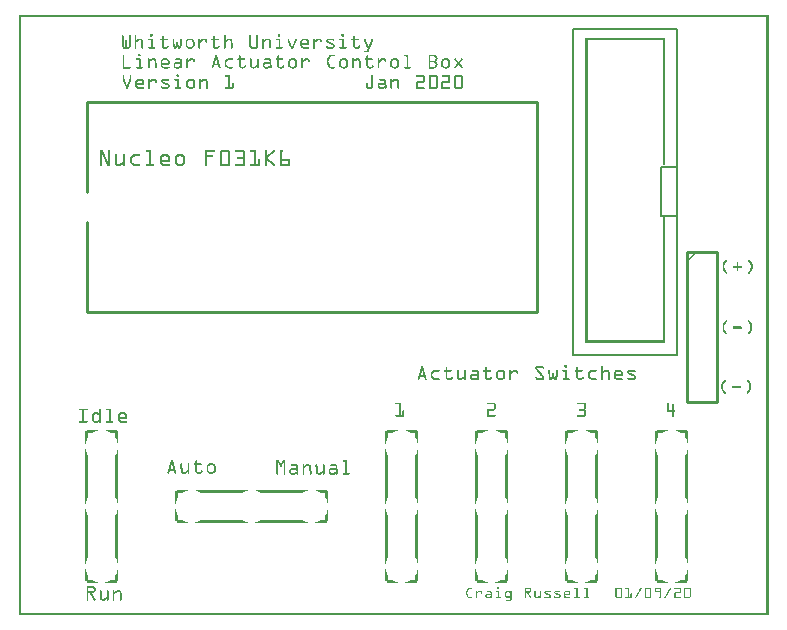
<source format=gto>
G04 MADE WITH FRITZING*
G04 WWW.FRITZING.ORG*
G04 DOUBLE SIDED*
G04 HOLES PLATED*
G04 CONTOUR ON CENTER OF CONTOUR VECTOR*
%ASAXBY*%
%FSLAX23Y23*%
%MOIN*%
%OFA0B0*%
%SFA1.0B1.0*%
%ADD10R,0.354200X1.095200X0.338200X1.079200*%
%ADD11C,0.008000*%
%ADD12R,0.063000X0.173200X0.047000X0.157200*%
%ADD13C,0.010000*%
%ADD14R,0.001000X0.001000*%
%LNSILK1*%
G90*
G70*
G54D11*
X1848Y1955D02*
X2195Y1955D01*
X2195Y868D01*
X1848Y868D01*
X1848Y1955D01*
D02*
X2140Y1494D02*
X2195Y1494D01*
X2195Y1329D01*
X2140Y1329D01*
X2140Y1494D01*
D02*
G54D13*
X226Y1012D02*
X1726Y1012D01*
D02*
X1726Y1012D02*
X1726Y1712D01*
D02*
X1726Y1712D02*
X226Y1712D01*
D02*
X226Y1012D02*
X226Y1312D01*
D02*
X226Y1412D02*
X226Y1712D01*
D02*
X2226Y1212D02*
X2226Y712D01*
D02*
X2226Y712D02*
X2326Y712D01*
D02*
X2326Y712D02*
X2326Y1212D01*
D02*
X2326Y1212D02*
X2226Y1212D01*
G54D14*
X0Y2000D02*
X2499Y2000D01*
X0Y1999D02*
X2499Y1999D01*
X0Y1998D02*
X2499Y1998D01*
X0Y1997D02*
X2499Y1997D01*
X0Y1996D02*
X2499Y1996D01*
X0Y1995D02*
X2499Y1995D01*
X0Y1994D02*
X2499Y1994D01*
X0Y1993D02*
X2499Y1993D01*
X0Y1992D02*
X7Y1992D01*
X2492Y1992D02*
X2499Y1992D01*
X0Y1991D02*
X7Y1991D01*
X2492Y1991D02*
X2499Y1991D01*
X0Y1990D02*
X7Y1990D01*
X2492Y1990D02*
X2499Y1990D01*
X0Y1989D02*
X7Y1989D01*
X2492Y1989D02*
X2499Y1989D01*
X0Y1988D02*
X7Y1988D01*
X2492Y1988D02*
X2499Y1988D01*
X0Y1987D02*
X7Y1987D01*
X2492Y1987D02*
X2499Y1987D01*
X0Y1986D02*
X7Y1986D01*
X2492Y1986D02*
X2499Y1986D01*
X0Y1985D02*
X7Y1985D01*
X2492Y1985D02*
X2499Y1985D01*
X0Y1984D02*
X7Y1984D01*
X2492Y1984D02*
X2499Y1984D01*
X0Y1983D02*
X7Y1983D01*
X2492Y1983D02*
X2499Y1983D01*
X0Y1982D02*
X7Y1982D01*
X2492Y1982D02*
X2499Y1982D01*
X0Y1981D02*
X7Y1981D01*
X2492Y1981D02*
X2499Y1981D01*
X0Y1980D02*
X7Y1980D01*
X2492Y1980D02*
X2499Y1980D01*
X0Y1979D02*
X7Y1979D01*
X2492Y1979D02*
X2499Y1979D01*
X0Y1978D02*
X7Y1978D01*
X2492Y1978D02*
X2499Y1978D01*
X0Y1977D02*
X7Y1977D01*
X2492Y1977D02*
X2499Y1977D01*
X0Y1976D02*
X7Y1976D01*
X2492Y1976D02*
X2499Y1976D01*
X0Y1975D02*
X7Y1975D01*
X2492Y1975D02*
X2499Y1975D01*
X0Y1974D02*
X7Y1974D01*
X2492Y1974D02*
X2499Y1974D01*
X0Y1973D02*
X7Y1973D01*
X2492Y1973D02*
X2499Y1973D01*
X0Y1972D02*
X7Y1972D01*
X2492Y1972D02*
X2499Y1972D01*
X0Y1971D02*
X7Y1971D01*
X2492Y1971D02*
X2499Y1971D01*
X0Y1970D02*
X7Y1970D01*
X2492Y1970D02*
X2499Y1970D01*
X0Y1969D02*
X7Y1969D01*
X2492Y1969D02*
X2499Y1969D01*
X0Y1968D02*
X7Y1968D01*
X2492Y1968D02*
X2499Y1968D01*
X0Y1967D02*
X7Y1967D01*
X2492Y1967D02*
X2499Y1967D01*
X0Y1966D02*
X7Y1966D01*
X2492Y1966D02*
X2499Y1966D01*
X0Y1965D02*
X7Y1965D01*
X2492Y1965D02*
X2499Y1965D01*
X0Y1964D02*
X7Y1964D01*
X2492Y1964D02*
X2499Y1964D01*
X0Y1963D02*
X7Y1963D01*
X2492Y1963D02*
X2499Y1963D01*
X0Y1962D02*
X7Y1962D01*
X2492Y1962D02*
X2499Y1962D01*
X0Y1961D02*
X7Y1961D01*
X2492Y1961D02*
X2499Y1961D01*
X0Y1960D02*
X7Y1960D01*
X2492Y1960D02*
X2499Y1960D01*
X0Y1959D02*
X7Y1959D01*
X2492Y1959D02*
X2499Y1959D01*
X0Y1958D02*
X7Y1958D01*
X2492Y1958D02*
X2499Y1958D01*
X0Y1957D02*
X7Y1957D01*
X2492Y1957D02*
X2499Y1957D01*
X0Y1956D02*
X7Y1956D01*
X2492Y1956D02*
X2499Y1956D01*
X0Y1955D02*
X7Y1955D01*
X2492Y1955D02*
X2499Y1955D01*
X0Y1954D02*
X7Y1954D01*
X2492Y1954D02*
X2499Y1954D01*
X0Y1953D02*
X7Y1953D01*
X2492Y1953D02*
X2499Y1953D01*
X0Y1952D02*
X7Y1952D01*
X2492Y1952D02*
X2499Y1952D01*
X0Y1951D02*
X7Y1951D01*
X2492Y1951D02*
X2499Y1951D01*
X0Y1950D02*
X7Y1950D01*
X2492Y1950D02*
X2499Y1950D01*
X0Y1949D02*
X7Y1949D01*
X2492Y1949D02*
X2499Y1949D01*
X0Y1948D02*
X7Y1948D01*
X2492Y1948D02*
X2499Y1948D01*
X0Y1947D02*
X7Y1947D01*
X2492Y1947D02*
X2499Y1947D01*
X0Y1946D02*
X7Y1946D01*
X2492Y1946D02*
X2499Y1946D01*
X0Y1945D02*
X7Y1945D01*
X2492Y1945D02*
X2499Y1945D01*
X0Y1944D02*
X7Y1944D01*
X2492Y1944D02*
X2499Y1944D01*
X0Y1943D02*
X7Y1943D01*
X2492Y1943D02*
X2499Y1943D01*
X0Y1942D02*
X7Y1942D01*
X2492Y1942D02*
X2499Y1942D01*
X0Y1941D02*
X7Y1941D01*
X2492Y1941D02*
X2499Y1941D01*
X0Y1940D02*
X7Y1940D01*
X2492Y1940D02*
X2499Y1940D01*
X0Y1939D02*
X7Y1939D01*
X2492Y1939D02*
X2499Y1939D01*
X0Y1938D02*
X7Y1938D01*
X2492Y1938D02*
X2499Y1938D01*
X0Y1937D02*
X7Y1937D01*
X2492Y1937D02*
X2499Y1937D01*
X0Y1936D02*
X7Y1936D01*
X438Y1936D02*
X444Y1936D01*
X863Y1936D02*
X869Y1936D01*
X1076Y1936D02*
X1082Y1936D01*
X2492Y1936D02*
X2499Y1936D01*
X0Y1935D02*
X7Y1935D01*
X438Y1935D02*
X445Y1935D01*
X863Y1935D02*
X870Y1935D01*
X1075Y1935D02*
X1083Y1935D01*
X2492Y1935D02*
X2499Y1935D01*
X0Y1934D02*
X7Y1934D01*
X345Y1934D02*
X347Y1934D01*
X369Y1934D02*
X370Y1934D01*
X388Y1934D02*
X389Y1934D01*
X437Y1934D02*
X445Y1934D01*
X685Y1934D02*
X687Y1934D01*
X770Y1934D02*
X772Y1934D01*
X794Y1934D02*
X796Y1934D01*
X863Y1934D02*
X870Y1934D01*
X1075Y1934D02*
X1083Y1934D01*
X2492Y1934D02*
X2499Y1934D01*
X0Y1933D02*
X7Y1933D01*
X344Y1933D02*
X348Y1933D01*
X367Y1933D02*
X371Y1933D01*
X387Y1933D02*
X390Y1933D01*
X437Y1933D02*
X445Y1933D01*
X684Y1933D02*
X688Y1933D01*
X769Y1933D02*
X773Y1933D01*
X793Y1933D02*
X797Y1933D01*
X863Y1933D02*
X870Y1933D01*
X1075Y1933D02*
X1083Y1933D01*
X2492Y1933D02*
X2499Y1933D01*
X0Y1932D02*
X7Y1932D01*
X344Y1932D02*
X348Y1932D01*
X367Y1932D02*
X372Y1932D01*
X386Y1932D02*
X391Y1932D01*
X437Y1932D02*
X445Y1932D01*
X684Y1932D02*
X689Y1932D01*
X769Y1932D02*
X774Y1932D01*
X792Y1932D02*
X797Y1932D01*
X863Y1932D02*
X870Y1932D01*
X1075Y1932D02*
X1083Y1932D01*
X2492Y1932D02*
X2499Y1932D01*
X0Y1931D02*
X7Y1931D01*
X344Y1931D02*
X349Y1931D01*
X367Y1931D02*
X372Y1931D01*
X386Y1931D02*
X391Y1931D01*
X437Y1931D02*
X445Y1931D01*
X478Y1931D02*
X481Y1931D01*
X648Y1931D02*
X651Y1931D01*
X684Y1931D02*
X689Y1931D01*
X769Y1931D02*
X774Y1931D01*
X792Y1931D02*
X797Y1931D01*
X863Y1931D02*
X870Y1931D01*
X1075Y1931D02*
X1083Y1931D01*
X1116Y1931D02*
X1119Y1931D01*
X2492Y1931D02*
X2499Y1931D01*
X0Y1930D02*
X7Y1930D01*
X344Y1930D02*
X349Y1930D01*
X367Y1930D02*
X372Y1930D01*
X386Y1930D02*
X391Y1930D01*
X438Y1930D02*
X445Y1930D01*
X477Y1930D02*
X482Y1930D01*
X647Y1930D02*
X652Y1930D01*
X684Y1930D02*
X689Y1930D01*
X769Y1930D02*
X774Y1930D01*
X792Y1930D02*
X797Y1930D01*
X863Y1930D02*
X870Y1930D01*
X1076Y1930D02*
X1083Y1930D01*
X1115Y1930D02*
X1119Y1930D01*
X2492Y1930D02*
X2499Y1930D01*
X0Y1929D02*
X7Y1929D01*
X344Y1929D02*
X349Y1929D01*
X367Y1929D02*
X372Y1929D01*
X386Y1929D02*
X391Y1929D01*
X439Y1929D02*
X444Y1929D01*
X477Y1929D02*
X482Y1929D01*
X647Y1929D02*
X652Y1929D01*
X684Y1929D02*
X689Y1929D01*
X769Y1929D02*
X774Y1929D01*
X792Y1929D02*
X797Y1929D01*
X864Y1929D02*
X869Y1929D01*
X1076Y1929D02*
X1082Y1929D01*
X1115Y1929D02*
X1120Y1929D01*
X2492Y1929D02*
X2499Y1929D01*
X0Y1928D02*
X7Y1928D01*
X344Y1928D02*
X349Y1928D01*
X367Y1928D02*
X372Y1928D01*
X386Y1928D02*
X391Y1928D01*
X477Y1928D02*
X482Y1928D01*
X647Y1928D02*
X652Y1928D01*
X684Y1928D02*
X689Y1928D01*
X769Y1928D02*
X774Y1928D01*
X792Y1928D02*
X797Y1928D01*
X1115Y1928D02*
X1120Y1928D01*
X2492Y1928D02*
X2499Y1928D01*
X0Y1927D02*
X7Y1927D01*
X344Y1927D02*
X349Y1927D01*
X367Y1927D02*
X372Y1927D01*
X386Y1927D02*
X391Y1927D01*
X477Y1927D02*
X482Y1927D01*
X647Y1927D02*
X652Y1927D01*
X684Y1927D02*
X689Y1927D01*
X769Y1927D02*
X774Y1927D01*
X792Y1927D02*
X797Y1927D01*
X1115Y1927D02*
X1120Y1927D01*
X2492Y1927D02*
X2499Y1927D01*
X0Y1926D02*
X7Y1926D01*
X344Y1926D02*
X349Y1926D01*
X367Y1926D02*
X372Y1926D01*
X386Y1926D02*
X391Y1926D01*
X477Y1926D02*
X482Y1926D01*
X647Y1926D02*
X652Y1926D01*
X684Y1926D02*
X689Y1926D01*
X769Y1926D02*
X774Y1926D01*
X792Y1926D02*
X797Y1926D01*
X1115Y1926D02*
X1120Y1926D01*
X2492Y1926D02*
X2499Y1926D01*
X0Y1925D02*
X7Y1925D01*
X344Y1925D02*
X349Y1925D01*
X367Y1925D02*
X372Y1925D01*
X386Y1925D02*
X391Y1925D01*
X477Y1925D02*
X482Y1925D01*
X647Y1925D02*
X652Y1925D01*
X684Y1925D02*
X689Y1925D01*
X769Y1925D02*
X774Y1925D01*
X792Y1925D02*
X797Y1925D01*
X1115Y1925D02*
X1120Y1925D01*
X2492Y1925D02*
X2499Y1925D01*
X0Y1924D02*
X7Y1924D01*
X344Y1924D02*
X349Y1924D01*
X367Y1924D02*
X372Y1924D01*
X386Y1924D02*
X391Y1924D01*
X477Y1924D02*
X482Y1924D01*
X647Y1924D02*
X652Y1924D01*
X684Y1924D02*
X689Y1924D01*
X769Y1924D02*
X774Y1924D01*
X792Y1924D02*
X797Y1924D01*
X1115Y1924D02*
X1120Y1924D01*
X2492Y1924D02*
X2499Y1924D01*
X0Y1923D02*
X7Y1923D01*
X344Y1923D02*
X349Y1923D01*
X367Y1923D02*
X372Y1923D01*
X386Y1923D02*
X391Y1923D01*
X477Y1923D02*
X482Y1923D01*
X647Y1923D02*
X652Y1923D01*
X684Y1923D02*
X689Y1923D01*
X769Y1923D02*
X774Y1923D01*
X792Y1923D02*
X797Y1923D01*
X1115Y1923D02*
X1120Y1923D01*
X1888Y1923D02*
X2154Y1923D01*
X2492Y1923D02*
X2499Y1923D01*
X0Y1922D02*
X7Y1922D01*
X344Y1922D02*
X349Y1922D01*
X367Y1922D02*
X372Y1922D01*
X386Y1922D02*
X391Y1922D01*
X477Y1922D02*
X482Y1922D01*
X647Y1922D02*
X652Y1922D01*
X684Y1922D02*
X689Y1922D01*
X769Y1922D02*
X774Y1922D01*
X792Y1922D02*
X797Y1922D01*
X1114Y1922D02*
X1120Y1922D01*
X1888Y1922D02*
X2154Y1922D01*
X2492Y1922D02*
X2499Y1922D01*
X0Y1921D02*
X7Y1921D01*
X344Y1921D02*
X349Y1921D01*
X367Y1921D02*
X372Y1921D01*
X386Y1921D02*
X391Y1921D01*
X399Y1921D02*
X409Y1921D01*
X432Y1921D02*
X444Y1921D01*
X472Y1921D02*
X496Y1921D01*
X514Y1921D02*
X517Y1921D01*
X539Y1921D02*
X542Y1921D01*
X563Y1921D02*
X577Y1921D01*
X600Y1921D02*
X603Y1921D01*
X611Y1921D02*
X622Y1921D01*
X642Y1921D02*
X666Y1921D01*
X684Y1921D02*
X689Y1921D01*
X697Y1921D02*
X706Y1921D01*
X769Y1921D02*
X774Y1921D01*
X792Y1921D02*
X797Y1921D01*
X812Y1921D02*
X815Y1921D01*
X824Y1921D02*
X834Y1921D01*
X858Y1921D02*
X869Y1921D01*
X897Y1921D02*
X900Y1921D01*
X921Y1921D02*
X924Y1921D01*
X946Y1921D02*
X960Y1921D01*
X982Y1921D02*
X985Y1921D01*
X994Y1921D02*
X1005Y1921D01*
X1029Y1921D02*
X1048Y1921D01*
X1070Y1921D02*
X1082Y1921D01*
X1110Y1921D02*
X1133Y1921D01*
X1152Y1921D02*
X1155Y1921D01*
X1176Y1921D02*
X1179Y1921D01*
X1888Y1921D02*
X2154Y1921D01*
X2492Y1921D02*
X2499Y1921D01*
X0Y1920D02*
X7Y1920D01*
X344Y1920D02*
X349Y1920D01*
X367Y1920D02*
X372Y1920D01*
X386Y1920D02*
X391Y1920D01*
X397Y1920D02*
X410Y1920D01*
X432Y1920D02*
X445Y1920D01*
X471Y1920D02*
X496Y1920D01*
X513Y1920D02*
X518Y1920D01*
X538Y1920D02*
X542Y1920D01*
X562Y1920D02*
X579Y1920D01*
X599Y1920D02*
X603Y1920D01*
X610Y1920D02*
X624Y1920D01*
X641Y1920D02*
X666Y1920D01*
X684Y1920D02*
X689Y1920D01*
X695Y1920D02*
X708Y1920D01*
X769Y1920D02*
X774Y1920D01*
X792Y1920D02*
X797Y1920D01*
X812Y1920D02*
X816Y1920D01*
X822Y1920D02*
X835Y1920D01*
X857Y1920D02*
X870Y1920D01*
X897Y1920D02*
X901Y1920D01*
X920Y1920D02*
X924Y1920D01*
X944Y1920D02*
X962Y1920D01*
X982Y1920D02*
X986Y1920D01*
X993Y1920D02*
X1006Y1920D01*
X1027Y1920D02*
X1049Y1920D01*
X1070Y1920D02*
X1083Y1920D01*
X1109Y1920D02*
X1134Y1920D01*
X1152Y1920D02*
X1156Y1920D01*
X1175Y1920D02*
X1180Y1920D01*
X1888Y1920D02*
X2154Y1920D01*
X2492Y1920D02*
X2499Y1920D01*
X0Y1919D02*
X7Y1919D01*
X344Y1919D02*
X349Y1919D01*
X357Y1919D02*
X358Y1919D01*
X367Y1919D02*
X372Y1919D01*
X386Y1919D02*
X391Y1919D01*
X395Y1919D02*
X411Y1919D01*
X432Y1919D02*
X445Y1919D01*
X471Y1919D02*
X496Y1919D01*
X513Y1919D02*
X518Y1919D01*
X538Y1919D02*
X543Y1919D01*
X561Y1919D02*
X580Y1919D01*
X599Y1919D02*
X604Y1919D01*
X609Y1919D02*
X625Y1919D01*
X641Y1919D02*
X667Y1919D01*
X684Y1919D02*
X689Y1919D01*
X693Y1919D02*
X709Y1919D01*
X769Y1919D02*
X774Y1919D01*
X792Y1919D02*
X797Y1919D01*
X811Y1919D02*
X816Y1919D01*
X821Y1919D02*
X837Y1919D01*
X857Y1919D02*
X870Y1919D01*
X896Y1919D02*
X901Y1919D01*
X920Y1919D02*
X925Y1919D01*
X943Y1919D02*
X963Y1919D01*
X981Y1919D02*
X986Y1919D01*
X992Y1919D02*
X1007Y1919D01*
X1026Y1919D02*
X1050Y1919D01*
X1069Y1919D02*
X1083Y1919D01*
X1109Y1919D02*
X1134Y1919D01*
X1151Y1919D02*
X1156Y1919D01*
X1175Y1919D02*
X1180Y1919D01*
X1888Y1919D02*
X2154Y1919D01*
X2492Y1919D02*
X2499Y1919D01*
X0Y1918D02*
X7Y1918D01*
X344Y1918D02*
X349Y1918D01*
X356Y1918D02*
X360Y1918D01*
X367Y1918D02*
X372Y1918D01*
X386Y1918D02*
X391Y1918D01*
X394Y1918D02*
X412Y1918D01*
X432Y1918D02*
X445Y1918D01*
X471Y1918D02*
X496Y1918D01*
X513Y1918D02*
X518Y1918D01*
X538Y1918D02*
X543Y1918D01*
X559Y1918D02*
X581Y1918D01*
X599Y1918D02*
X604Y1918D01*
X608Y1918D02*
X625Y1918D01*
X641Y1918D02*
X666Y1918D01*
X684Y1918D02*
X689Y1918D01*
X691Y1918D02*
X710Y1918D01*
X769Y1918D02*
X774Y1918D01*
X792Y1918D02*
X797Y1918D01*
X811Y1918D02*
X816Y1918D01*
X819Y1918D02*
X837Y1918D01*
X857Y1918D02*
X870Y1918D01*
X896Y1918D02*
X901Y1918D01*
X920Y1918D02*
X925Y1918D01*
X942Y1918D02*
X964Y1918D01*
X981Y1918D02*
X986Y1918D01*
X990Y1918D02*
X1008Y1918D01*
X1025Y1918D02*
X1051Y1918D01*
X1069Y1918D02*
X1083Y1918D01*
X1109Y1918D02*
X1134Y1918D01*
X1151Y1918D02*
X1156Y1918D01*
X1175Y1918D02*
X1180Y1918D01*
X1888Y1918D02*
X2154Y1918D01*
X2492Y1918D02*
X2499Y1918D01*
X0Y1917D02*
X7Y1917D01*
X344Y1917D02*
X349Y1917D01*
X355Y1917D02*
X360Y1917D01*
X367Y1917D02*
X372Y1917D01*
X386Y1917D02*
X413Y1917D01*
X432Y1917D02*
X445Y1917D01*
X472Y1917D02*
X496Y1917D01*
X513Y1917D02*
X518Y1917D01*
X538Y1917D02*
X543Y1917D01*
X558Y1917D02*
X582Y1917D01*
X599Y1917D02*
X604Y1917D01*
X606Y1917D02*
X626Y1917D01*
X642Y1917D02*
X666Y1917D01*
X684Y1917D02*
X710Y1917D01*
X769Y1917D02*
X774Y1917D01*
X792Y1917D02*
X797Y1917D01*
X811Y1917D02*
X838Y1917D01*
X857Y1917D02*
X870Y1917D01*
X896Y1917D02*
X901Y1917D01*
X920Y1917D02*
X925Y1917D01*
X941Y1917D02*
X965Y1917D01*
X981Y1917D02*
X986Y1917D01*
X989Y1917D02*
X1009Y1917D01*
X1025Y1917D02*
X1052Y1917D01*
X1070Y1917D02*
X1083Y1917D01*
X1110Y1917D02*
X1134Y1917D01*
X1151Y1917D02*
X1156Y1917D01*
X1175Y1917D02*
X1180Y1917D01*
X1888Y1917D02*
X2154Y1917D01*
X2492Y1917D02*
X2499Y1917D01*
X0Y1916D02*
X7Y1916D01*
X344Y1916D02*
X349Y1916D01*
X355Y1916D02*
X360Y1916D01*
X367Y1916D02*
X372Y1916D01*
X386Y1916D02*
X413Y1916D01*
X434Y1916D02*
X445Y1916D01*
X474Y1916D02*
X494Y1916D01*
X513Y1916D02*
X518Y1916D01*
X538Y1916D02*
X543Y1916D01*
X558Y1916D02*
X583Y1916D01*
X599Y1916D02*
X627Y1916D01*
X644Y1916D02*
X664Y1916D01*
X684Y1916D02*
X711Y1916D01*
X769Y1916D02*
X774Y1916D01*
X792Y1916D02*
X797Y1916D01*
X811Y1916D02*
X838Y1916D01*
X859Y1916D02*
X870Y1916D01*
X896Y1916D02*
X901Y1916D01*
X920Y1916D02*
X925Y1916D01*
X940Y1916D02*
X966Y1916D01*
X981Y1916D02*
X986Y1916D01*
X988Y1916D02*
X1009Y1916D01*
X1025Y1916D02*
X1052Y1916D01*
X1072Y1916D02*
X1083Y1916D01*
X1111Y1916D02*
X1132Y1916D01*
X1151Y1916D02*
X1156Y1916D01*
X1175Y1916D02*
X1180Y1916D01*
X1888Y1916D02*
X2154Y1916D01*
X2492Y1916D02*
X2499Y1916D01*
X0Y1915D02*
X7Y1915D01*
X344Y1915D02*
X349Y1915D01*
X355Y1915D02*
X360Y1915D01*
X367Y1915D02*
X372Y1915D01*
X386Y1915D02*
X399Y1915D01*
X408Y1915D02*
X413Y1915D01*
X440Y1915D02*
X445Y1915D01*
X477Y1915D02*
X482Y1915D01*
X513Y1915D02*
X518Y1915D01*
X538Y1915D02*
X542Y1915D01*
X557Y1915D02*
X564Y1915D01*
X577Y1915D02*
X584Y1915D01*
X599Y1915D02*
X612Y1915D01*
X621Y1915D02*
X627Y1915D01*
X647Y1915D02*
X652Y1915D01*
X684Y1915D02*
X697Y1915D01*
X705Y1915D02*
X711Y1915D01*
X769Y1915D02*
X774Y1915D01*
X792Y1915D02*
X797Y1915D01*
X811Y1915D02*
X824Y1915D01*
X833Y1915D02*
X839Y1915D01*
X866Y1915D02*
X870Y1915D01*
X896Y1915D02*
X901Y1915D01*
X920Y1915D02*
X925Y1915D01*
X940Y1915D02*
X947Y1915D01*
X959Y1915D02*
X966Y1915D01*
X981Y1915D02*
X995Y1915D01*
X1004Y1915D02*
X1009Y1915D01*
X1025Y1915D02*
X1030Y1915D01*
X1047Y1915D02*
X1051Y1915D01*
X1078Y1915D02*
X1083Y1915D01*
X1115Y1915D02*
X1120Y1915D01*
X1151Y1915D02*
X1156Y1915D01*
X1175Y1915D02*
X1180Y1915D01*
X1888Y1915D02*
X1895Y1915D01*
X2147Y1915D02*
X2154Y1915D01*
X2492Y1915D02*
X2499Y1915D01*
X0Y1914D02*
X7Y1914D01*
X344Y1914D02*
X349Y1914D01*
X355Y1914D02*
X360Y1914D01*
X367Y1914D02*
X372Y1914D01*
X386Y1914D02*
X398Y1914D01*
X408Y1914D02*
X414Y1914D01*
X440Y1914D02*
X445Y1914D01*
X477Y1914D02*
X482Y1914D01*
X513Y1914D02*
X518Y1914D01*
X537Y1914D02*
X542Y1914D01*
X557Y1914D02*
X563Y1914D01*
X578Y1914D02*
X584Y1914D01*
X599Y1914D02*
X611Y1914D01*
X622Y1914D02*
X627Y1914D01*
X647Y1914D02*
X652Y1914D01*
X684Y1914D02*
X695Y1914D01*
X706Y1914D02*
X711Y1914D01*
X769Y1914D02*
X774Y1914D01*
X792Y1914D02*
X797Y1914D01*
X811Y1914D02*
X823Y1914D01*
X834Y1914D02*
X839Y1914D01*
X866Y1914D02*
X870Y1914D01*
X896Y1914D02*
X901Y1914D01*
X920Y1914D02*
X925Y1914D01*
X939Y1914D02*
X945Y1914D01*
X961Y1914D02*
X967Y1914D01*
X981Y1914D02*
X994Y1914D01*
X1005Y1914D02*
X1010Y1914D01*
X1025Y1914D02*
X1030Y1914D01*
X1048Y1914D02*
X1050Y1914D01*
X1078Y1914D02*
X1083Y1914D01*
X1115Y1914D02*
X1120Y1914D01*
X1151Y1914D02*
X1157Y1914D01*
X1175Y1914D02*
X1180Y1914D01*
X1888Y1914D02*
X1895Y1914D01*
X2147Y1914D02*
X2154Y1914D01*
X2492Y1914D02*
X2499Y1914D01*
X0Y1913D02*
X7Y1913D01*
X344Y1913D02*
X349Y1913D01*
X355Y1913D02*
X360Y1913D01*
X367Y1913D02*
X372Y1913D01*
X386Y1913D02*
X396Y1913D01*
X409Y1913D02*
X414Y1913D01*
X440Y1913D02*
X445Y1913D01*
X477Y1913D02*
X482Y1913D01*
X513Y1913D02*
X518Y1913D01*
X537Y1913D02*
X542Y1913D01*
X556Y1913D02*
X562Y1913D01*
X579Y1913D02*
X584Y1913D01*
X599Y1913D02*
X610Y1913D01*
X622Y1913D02*
X627Y1913D01*
X647Y1913D02*
X652Y1913D01*
X684Y1913D02*
X694Y1913D01*
X706Y1913D02*
X711Y1913D01*
X769Y1913D02*
X774Y1913D01*
X792Y1913D02*
X797Y1913D01*
X811Y1913D02*
X821Y1913D01*
X834Y1913D02*
X839Y1913D01*
X866Y1913D02*
X870Y1913D01*
X896Y1913D02*
X902Y1913D01*
X919Y1913D02*
X924Y1913D01*
X939Y1913D02*
X944Y1913D01*
X962Y1913D02*
X967Y1913D01*
X981Y1913D02*
X993Y1913D01*
X1005Y1913D02*
X1010Y1913D01*
X1025Y1913D02*
X1030Y1913D01*
X1078Y1913D02*
X1083Y1913D01*
X1115Y1913D02*
X1120Y1913D01*
X1152Y1913D02*
X1157Y1913D01*
X1174Y1913D02*
X1180Y1913D01*
X1888Y1913D02*
X1895Y1913D01*
X2147Y1913D02*
X2154Y1913D01*
X2492Y1913D02*
X2499Y1913D01*
X0Y1912D02*
X7Y1912D01*
X344Y1912D02*
X349Y1912D01*
X355Y1912D02*
X360Y1912D01*
X367Y1912D02*
X372Y1912D01*
X386Y1912D02*
X395Y1912D01*
X409Y1912D02*
X414Y1912D01*
X440Y1912D02*
X445Y1912D01*
X477Y1912D02*
X482Y1912D01*
X513Y1912D02*
X518Y1912D01*
X537Y1912D02*
X542Y1912D01*
X556Y1912D02*
X561Y1912D01*
X579Y1912D02*
X584Y1912D01*
X599Y1912D02*
X609Y1912D01*
X622Y1912D02*
X627Y1912D01*
X647Y1912D02*
X652Y1912D01*
X684Y1912D02*
X692Y1912D01*
X706Y1912D02*
X711Y1912D01*
X769Y1912D02*
X774Y1912D01*
X792Y1912D02*
X797Y1912D01*
X811Y1912D02*
X820Y1912D01*
X834Y1912D02*
X839Y1912D01*
X866Y1912D02*
X870Y1912D01*
X897Y1912D02*
X902Y1912D01*
X919Y1912D02*
X924Y1912D01*
X939Y1912D02*
X944Y1912D01*
X962Y1912D02*
X967Y1912D01*
X981Y1912D02*
X992Y1912D01*
X1005Y1912D02*
X1010Y1912D01*
X1025Y1912D02*
X1032Y1912D01*
X1078Y1912D02*
X1083Y1912D01*
X1115Y1912D02*
X1120Y1912D01*
X1152Y1912D02*
X1157Y1912D01*
X1174Y1912D02*
X1179Y1912D01*
X1888Y1912D02*
X1895Y1912D01*
X2147Y1912D02*
X2154Y1912D01*
X2492Y1912D02*
X2499Y1912D01*
X0Y1911D02*
X7Y1911D01*
X344Y1911D02*
X349Y1911D01*
X355Y1911D02*
X360Y1911D01*
X367Y1911D02*
X372Y1911D01*
X386Y1911D02*
X393Y1911D01*
X409Y1911D02*
X414Y1911D01*
X440Y1911D02*
X445Y1911D01*
X477Y1911D02*
X482Y1911D01*
X513Y1911D02*
X518Y1911D01*
X526Y1911D02*
X529Y1911D01*
X537Y1911D02*
X542Y1911D01*
X556Y1911D02*
X561Y1911D01*
X580Y1911D02*
X585Y1911D01*
X599Y1911D02*
X608Y1911D01*
X622Y1911D02*
X627Y1911D01*
X647Y1911D02*
X652Y1911D01*
X684Y1911D02*
X691Y1911D01*
X706Y1911D02*
X711Y1911D01*
X769Y1911D02*
X774Y1911D01*
X792Y1911D02*
X797Y1911D01*
X811Y1911D02*
X818Y1911D01*
X834Y1911D02*
X839Y1911D01*
X866Y1911D02*
X870Y1911D01*
X897Y1911D02*
X903Y1911D01*
X918Y1911D02*
X924Y1911D01*
X939Y1911D02*
X944Y1911D01*
X962Y1911D02*
X967Y1911D01*
X981Y1911D02*
X990Y1911D01*
X1005Y1911D02*
X1010Y1911D01*
X1025Y1911D02*
X1035Y1911D01*
X1078Y1911D02*
X1083Y1911D01*
X1115Y1911D02*
X1120Y1911D01*
X1152Y1911D02*
X1158Y1911D01*
X1173Y1911D02*
X1179Y1911D01*
X1888Y1911D02*
X1895Y1911D01*
X2147Y1911D02*
X2154Y1911D01*
X2492Y1911D02*
X2499Y1911D01*
X0Y1910D02*
X7Y1910D01*
X344Y1910D02*
X349Y1910D01*
X355Y1910D02*
X360Y1910D01*
X367Y1910D02*
X372Y1910D01*
X386Y1910D02*
X391Y1910D01*
X409Y1910D02*
X414Y1910D01*
X440Y1910D02*
X445Y1910D01*
X477Y1910D02*
X482Y1910D01*
X513Y1910D02*
X518Y1910D01*
X526Y1910D02*
X530Y1910D01*
X537Y1910D02*
X542Y1910D01*
X556Y1910D02*
X561Y1910D01*
X580Y1910D02*
X585Y1910D01*
X599Y1910D02*
X607Y1910D01*
X622Y1910D02*
X627Y1910D01*
X647Y1910D02*
X652Y1910D01*
X684Y1910D02*
X689Y1910D01*
X706Y1910D02*
X711Y1910D01*
X769Y1910D02*
X774Y1910D01*
X792Y1910D02*
X797Y1910D01*
X811Y1910D02*
X817Y1910D01*
X834Y1910D02*
X839Y1910D01*
X866Y1910D02*
X870Y1910D01*
X898Y1910D02*
X903Y1910D01*
X918Y1910D02*
X923Y1910D01*
X939Y1910D02*
X944Y1910D01*
X962Y1910D02*
X967Y1910D01*
X981Y1910D02*
X989Y1910D01*
X1005Y1910D02*
X1009Y1910D01*
X1026Y1910D02*
X1037Y1910D01*
X1078Y1910D02*
X1083Y1910D01*
X1115Y1910D02*
X1120Y1910D01*
X1153Y1910D02*
X1158Y1910D01*
X1173Y1910D02*
X1178Y1910D01*
X1888Y1910D02*
X1895Y1910D01*
X2147Y1910D02*
X2154Y1910D01*
X2492Y1910D02*
X2499Y1910D01*
X0Y1909D02*
X7Y1909D01*
X344Y1909D02*
X349Y1909D01*
X355Y1909D02*
X360Y1909D01*
X367Y1909D02*
X372Y1909D01*
X386Y1909D02*
X391Y1909D01*
X409Y1909D02*
X414Y1909D01*
X440Y1909D02*
X445Y1909D01*
X477Y1909D02*
X482Y1909D01*
X513Y1909D02*
X518Y1909D01*
X525Y1909D02*
X530Y1909D01*
X537Y1909D02*
X542Y1909D01*
X556Y1909D02*
X561Y1909D01*
X580Y1909D02*
X585Y1909D01*
X599Y1909D02*
X605Y1909D01*
X623Y1909D02*
X626Y1909D01*
X647Y1909D02*
X652Y1909D01*
X684Y1909D02*
X689Y1909D01*
X707Y1909D02*
X711Y1909D01*
X769Y1909D02*
X774Y1909D01*
X792Y1909D02*
X797Y1909D01*
X811Y1909D02*
X816Y1909D01*
X834Y1909D02*
X839Y1909D01*
X866Y1909D02*
X870Y1909D01*
X898Y1909D02*
X904Y1909D01*
X917Y1909D02*
X923Y1909D01*
X939Y1909D02*
X944Y1909D01*
X962Y1909D02*
X967Y1909D01*
X981Y1909D02*
X988Y1909D01*
X1006Y1909D02*
X1008Y1909D01*
X1027Y1909D02*
X1039Y1909D01*
X1078Y1909D02*
X1083Y1909D01*
X1115Y1909D02*
X1120Y1909D01*
X1153Y1909D02*
X1159Y1909D01*
X1172Y1909D02*
X1178Y1909D01*
X1888Y1909D02*
X1895Y1909D01*
X2147Y1909D02*
X2154Y1909D01*
X2492Y1909D02*
X2499Y1909D01*
X0Y1908D02*
X7Y1908D01*
X344Y1908D02*
X349Y1908D01*
X355Y1908D02*
X360Y1908D01*
X367Y1908D02*
X372Y1908D01*
X386Y1908D02*
X391Y1908D01*
X409Y1908D02*
X414Y1908D01*
X440Y1908D02*
X445Y1908D01*
X477Y1908D02*
X482Y1908D01*
X513Y1908D02*
X518Y1908D01*
X525Y1908D02*
X530Y1908D01*
X537Y1908D02*
X542Y1908D01*
X556Y1908D02*
X561Y1908D01*
X580Y1908D02*
X585Y1908D01*
X599Y1908D02*
X604Y1908D01*
X647Y1908D02*
X652Y1908D01*
X684Y1908D02*
X689Y1908D01*
X707Y1908D02*
X712Y1908D01*
X769Y1908D02*
X774Y1908D01*
X792Y1908D02*
X797Y1908D01*
X811Y1908D02*
X816Y1908D01*
X834Y1908D02*
X839Y1908D01*
X866Y1908D02*
X870Y1908D01*
X899Y1908D02*
X904Y1908D01*
X917Y1908D02*
X922Y1908D01*
X939Y1908D02*
X944Y1908D01*
X962Y1908D02*
X967Y1908D01*
X981Y1908D02*
X987Y1908D01*
X1028Y1908D02*
X1041Y1908D01*
X1078Y1908D02*
X1083Y1908D01*
X1115Y1908D02*
X1120Y1908D01*
X1154Y1908D02*
X1159Y1908D01*
X1172Y1908D02*
X1177Y1908D01*
X1888Y1908D02*
X1895Y1908D01*
X2147Y1908D02*
X2154Y1908D01*
X2492Y1908D02*
X2499Y1908D01*
X0Y1907D02*
X7Y1907D01*
X344Y1907D02*
X349Y1907D01*
X355Y1907D02*
X360Y1907D01*
X367Y1907D02*
X372Y1907D01*
X386Y1907D02*
X391Y1907D01*
X409Y1907D02*
X414Y1907D01*
X440Y1907D02*
X445Y1907D01*
X477Y1907D02*
X482Y1907D01*
X513Y1907D02*
X518Y1907D01*
X525Y1907D02*
X530Y1907D01*
X537Y1907D02*
X542Y1907D01*
X556Y1907D02*
X561Y1907D01*
X580Y1907D02*
X585Y1907D01*
X599Y1907D02*
X604Y1907D01*
X647Y1907D02*
X652Y1907D01*
X684Y1907D02*
X689Y1907D01*
X707Y1907D02*
X712Y1907D01*
X769Y1907D02*
X774Y1907D01*
X792Y1907D02*
X797Y1907D01*
X811Y1907D02*
X816Y1907D01*
X834Y1907D02*
X839Y1907D01*
X866Y1907D02*
X870Y1907D01*
X899Y1907D02*
X905Y1907D01*
X916Y1907D02*
X922Y1907D01*
X939Y1907D02*
X944Y1907D01*
X962Y1907D02*
X967Y1907D01*
X981Y1907D02*
X986Y1907D01*
X1030Y1907D02*
X1044Y1907D01*
X1078Y1907D02*
X1083Y1907D01*
X1115Y1907D02*
X1120Y1907D01*
X1154Y1907D02*
X1160Y1907D01*
X1171Y1907D02*
X1177Y1907D01*
X1888Y1907D02*
X1895Y1907D01*
X2147Y1907D02*
X2154Y1907D01*
X2492Y1907D02*
X2499Y1907D01*
X0Y1906D02*
X7Y1906D01*
X344Y1906D02*
X349Y1906D01*
X355Y1906D02*
X360Y1906D01*
X367Y1906D02*
X372Y1906D01*
X386Y1906D02*
X391Y1906D01*
X409Y1906D02*
X414Y1906D01*
X440Y1906D02*
X445Y1906D01*
X477Y1906D02*
X482Y1906D01*
X513Y1906D02*
X518Y1906D01*
X525Y1906D02*
X530Y1906D01*
X537Y1906D02*
X542Y1906D01*
X556Y1906D02*
X561Y1906D01*
X580Y1906D02*
X585Y1906D01*
X599Y1906D02*
X604Y1906D01*
X647Y1906D02*
X652Y1906D01*
X684Y1906D02*
X689Y1906D01*
X707Y1906D02*
X712Y1906D01*
X769Y1906D02*
X774Y1906D01*
X792Y1906D02*
X797Y1906D01*
X811Y1906D02*
X816Y1906D01*
X834Y1906D02*
X839Y1906D01*
X866Y1906D02*
X870Y1906D01*
X899Y1906D02*
X905Y1906D01*
X916Y1906D02*
X921Y1906D01*
X939Y1906D02*
X967Y1906D01*
X981Y1906D02*
X986Y1906D01*
X1032Y1906D02*
X1046Y1906D01*
X1078Y1906D02*
X1083Y1906D01*
X1115Y1906D02*
X1120Y1906D01*
X1155Y1906D02*
X1160Y1906D01*
X1171Y1906D02*
X1177Y1906D01*
X1888Y1906D02*
X1895Y1906D01*
X2147Y1906D02*
X2154Y1906D01*
X2492Y1906D02*
X2499Y1906D01*
X0Y1905D02*
X7Y1905D01*
X344Y1905D02*
X349Y1905D01*
X355Y1905D02*
X360Y1905D01*
X367Y1905D02*
X372Y1905D01*
X386Y1905D02*
X391Y1905D01*
X409Y1905D02*
X414Y1905D01*
X440Y1905D02*
X445Y1905D01*
X477Y1905D02*
X482Y1905D01*
X513Y1905D02*
X518Y1905D01*
X525Y1905D02*
X530Y1905D01*
X537Y1905D02*
X542Y1905D01*
X556Y1905D02*
X561Y1905D01*
X580Y1905D02*
X585Y1905D01*
X599Y1905D02*
X604Y1905D01*
X647Y1905D02*
X652Y1905D01*
X684Y1905D02*
X689Y1905D01*
X707Y1905D02*
X712Y1905D01*
X769Y1905D02*
X774Y1905D01*
X792Y1905D02*
X797Y1905D01*
X811Y1905D02*
X816Y1905D01*
X834Y1905D02*
X839Y1905D01*
X866Y1905D02*
X870Y1905D01*
X900Y1905D02*
X905Y1905D01*
X916Y1905D02*
X921Y1905D01*
X939Y1905D02*
X967Y1905D01*
X981Y1905D02*
X986Y1905D01*
X1034Y1905D02*
X1048Y1905D01*
X1078Y1905D02*
X1083Y1905D01*
X1115Y1905D02*
X1120Y1905D01*
X1155Y1905D02*
X1161Y1905D01*
X1171Y1905D02*
X1176Y1905D01*
X1888Y1905D02*
X1895Y1905D01*
X2147Y1905D02*
X2154Y1905D01*
X2492Y1905D02*
X2499Y1905D01*
X0Y1904D02*
X7Y1904D01*
X344Y1904D02*
X349Y1904D01*
X355Y1904D02*
X360Y1904D01*
X367Y1904D02*
X372Y1904D01*
X386Y1904D02*
X391Y1904D01*
X409Y1904D02*
X414Y1904D01*
X440Y1904D02*
X445Y1904D01*
X477Y1904D02*
X482Y1904D01*
X513Y1904D02*
X518Y1904D01*
X525Y1904D02*
X530Y1904D01*
X537Y1904D02*
X542Y1904D01*
X556Y1904D02*
X561Y1904D01*
X580Y1904D02*
X585Y1904D01*
X599Y1904D02*
X604Y1904D01*
X647Y1904D02*
X652Y1904D01*
X684Y1904D02*
X689Y1904D01*
X707Y1904D02*
X712Y1904D01*
X769Y1904D02*
X774Y1904D01*
X792Y1904D02*
X797Y1904D01*
X811Y1904D02*
X816Y1904D01*
X834Y1904D02*
X839Y1904D01*
X866Y1904D02*
X870Y1904D01*
X900Y1904D02*
X906Y1904D01*
X915Y1904D02*
X921Y1904D01*
X939Y1904D02*
X967Y1904D01*
X981Y1904D02*
X986Y1904D01*
X1037Y1904D02*
X1049Y1904D01*
X1078Y1904D02*
X1083Y1904D01*
X1115Y1904D02*
X1120Y1904D01*
X1155Y1904D02*
X1161Y1904D01*
X1170Y1904D02*
X1176Y1904D01*
X1888Y1904D02*
X1895Y1904D01*
X2147Y1904D02*
X2154Y1904D01*
X2492Y1904D02*
X2499Y1904D01*
X0Y1903D02*
X7Y1903D01*
X344Y1903D02*
X349Y1903D01*
X355Y1903D02*
X360Y1903D01*
X367Y1903D02*
X372Y1903D01*
X386Y1903D02*
X391Y1903D01*
X409Y1903D02*
X414Y1903D01*
X440Y1903D02*
X445Y1903D01*
X477Y1903D02*
X482Y1903D01*
X513Y1903D02*
X518Y1903D01*
X525Y1903D02*
X530Y1903D01*
X537Y1903D02*
X542Y1903D01*
X556Y1903D02*
X561Y1903D01*
X580Y1903D02*
X585Y1903D01*
X599Y1903D02*
X604Y1903D01*
X647Y1903D02*
X652Y1903D01*
X684Y1903D02*
X689Y1903D01*
X707Y1903D02*
X712Y1903D01*
X769Y1903D02*
X774Y1903D01*
X792Y1903D02*
X797Y1903D01*
X811Y1903D02*
X816Y1903D01*
X834Y1903D02*
X839Y1903D01*
X866Y1903D02*
X870Y1903D01*
X901Y1903D02*
X906Y1903D01*
X915Y1903D02*
X920Y1903D01*
X939Y1903D02*
X967Y1903D01*
X981Y1903D02*
X986Y1903D01*
X1039Y1903D02*
X1050Y1903D01*
X1078Y1903D02*
X1083Y1903D01*
X1115Y1903D02*
X1120Y1903D01*
X1156Y1903D02*
X1161Y1903D01*
X1170Y1903D02*
X1175Y1903D01*
X1888Y1903D02*
X1895Y1903D01*
X2147Y1903D02*
X2154Y1903D01*
X2492Y1903D02*
X2499Y1903D01*
X0Y1902D02*
X7Y1902D01*
X344Y1902D02*
X349Y1902D01*
X355Y1902D02*
X360Y1902D01*
X367Y1902D02*
X372Y1902D01*
X386Y1902D02*
X391Y1902D01*
X409Y1902D02*
X414Y1902D01*
X440Y1902D02*
X445Y1902D01*
X477Y1902D02*
X482Y1902D01*
X514Y1902D02*
X519Y1902D01*
X525Y1902D02*
X530Y1902D01*
X537Y1902D02*
X542Y1902D01*
X556Y1902D02*
X561Y1902D01*
X580Y1902D02*
X585Y1902D01*
X599Y1902D02*
X604Y1902D01*
X647Y1902D02*
X652Y1902D01*
X684Y1902D02*
X689Y1902D01*
X707Y1902D02*
X712Y1902D01*
X769Y1902D02*
X774Y1902D01*
X792Y1902D02*
X797Y1902D01*
X811Y1902D02*
X816Y1902D01*
X834Y1902D02*
X839Y1902D01*
X866Y1902D02*
X870Y1902D01*
X901Y1902D02*
X907Y1902D01*
X914Y1902D02*
X920Y1902D01*
X939Y1902D02*
X966Y1902D01*
X981Y1902D02*
X986Y1902D01*
X1041Y1902D02*
X1051Y1902D01*
X1078Y1902D02*
X1083Y1902D01*
X1115Y1902D02*
X1120Y1902D01*
X1156Y1902D02*
X1162Y1902D01*
X1169Y1902D02*
X1175Y1902D01*
X1888Y1902D02*
X1895Y1902D01*
X2147Y1902D02*
X2154Y1902D01*
X2492Y1902D02*
X2499Y1902D01*
X0Y1901D02*
X7Y1901D01*
X344Y1901D02*
X349Y1901D01*
X355Y1901D02*
X360Y1901D01*
X367Y1901D02*
X372Y1901D01*
X386Y1901D02*
X391Y1901D01*
X409Y1901D02*
X414Y1901D01*
X440Y1901D02*
X445Y1901D01*
X477Y1901D02*
X482Y1901D01*
X514Y1901D02*
X519Y1901D01*
X525Y1901D02*
X531Y1901D01*
X537Y1901D02*
X542Y1901D01*
X556Y1901D02*
X561Y1901D01*
X580Y1901D02*
X585Y1901D01*
X599Y1901D02*
X604Y1901D01*
X647Y1901D02*
X652Y1901D01*
X684Y1901D02*
X689Y1901D01*
X707Y1901D02*
X712Y1901D01*
X769Y1901D02*
X774Y1901D01*
X792Y1901D02*
X797Y1901D01*
X811Y1901D02*
X816Y1901D01*
X834Y1901D02*
X839Y1901D01*
X866Y1901D02*
X870Y1901D01*
X902Y1901D02*
X907Y1901D01*
X914Y1901D02*
X919Y1901D01*
X939Y1901D02*
X965Y1901D01*
X981Y1901D02*
X986Y1901D01*
X1044Y1901D02*
X1051Y1901D01*
X1078Y1901D02*
X1083Y1901D01*
X1115Y1901D02*
X1120Y1901D01*
X1157Y1901D02*
X1162Y1901D01*
X1169Y1901D02*
X1174Y1901D01*
X1888Y1901D02*
X1895Y1901D01*
X2147Y1901D02*
X2154Y1901D01*
X2492Y1901D02*
X2499Y1901D01*
X0Y1900D02*
X7Y1900D01*
X344Y1900D02*
X349Y1900D01*
X355Y1900D02*
X360Y1900D01*
X367Y1900D02*
X372Y1900D01*
X386Y1900D02*
X391Y1900D01*
X409Y1900D02*
X414Y1900D01*
X440Y1900D02*
X445Y1900D01*
X477Y1900D02*
X482Y1900D01*
X514Y1900D02*
X519Y1900D01*
X524Y1900D02*
X532Y1900D01*
X537Y1900D02*
X542Y1900D01*
X556Y1900D02*
X561Y1900D01*
X580Y1900D02*
X585Y1900D01*
X599Y1900D02*
X604Y1900D01*
X647Y1900D02*
X652Y1900D01*
X684Y1900D02*
X689Y1900D01*
X707Y1900D02*
X712Y1900D01*
X769Y1900D02*
X774Y1900D01*
X792Y1900D02*
X797Y1900D01*
X811Y1900D02*
X816Y1900D01*
X834Y1900D02*
X839Y1900D01*
X866Y1900D02*
X870Y1900D01*
X902Y1900D02*
X908Y1900D01*
X913Y1900D02*
X919Y1900D01*
X939Y1900D02*
X944Y1900D01*
X981Y1900D02*
X986Y1900D01*
X1046Y1900D02*
X1052Y1900D01*
X1078Y1900D02*
X1083Y1900D01*
X1115Y1900D02*
X1120Y1900D01*
X1157Y1900D02*
X1163Y1900D01*
X1168Y1900D02*
X1174Y1900D01*
X1888Y1900D02*
X1895Y1900D01*
X2147Y1900D02*
X2154Y1900D01*
X2492Y1900D02*
X2499Y1900D01*
X0Y1899D02*
X7Y1899D01*
X344Y1899D02*
X349Y1899D01*
X355Y1899D02*
X360Y1899D01*
X367Y1899D02*
X372Y1899D01*
X386Y1899D02*
X391Y1899D01*
X409Y1899D02*
X414Y1899D01*
X440Y1899D02*
X445Y1899D01*
X477Y1899D02*
X482Y1899D01*
X496Y1899D02*
X498Y1899D01*
X514Y1899D02*
X519Y1899D01*
X523Y1899D02*
X532Y1899D01*
X536Y1899D02*
X542Y1899D01*
X556Y1899D02*
X561Y1899D01*
X580Y1899D02*
X585Y1899D01*
X599Y1899D02*
X604Y1899D01*
X647Y1899D02*
X652Y1899D01*
X666Y1899D02*
X668Y1899D01*
X684Y1899D02*
X689Y1899D01*
X707Y1899D02*
X712Y1899D01*
X769Y1899D02*
X774Y1899D01*
X792Y1899D02*
X797Y1899D01*
X811Y1899D02*
X816Y1899D01*
X834Y1899D02*
X839Y1899D01*
X866Y1899D02*
X870Y1899D01*
X902Y1899D02*
X908Y1899D01*
X913Y1899D02*
X918Y1899D01*
X939Y1899D02*
X944Y1899D01*
X981Y1899D02*
X986Y1899D01*
X1047Y1899D02*
X1052Y1899D01*
X1078Y1899D02*
X1083Y1899D01*
X1115Y1899D02*
X1120Y1899D01*
X1134Y1899D02*
X1136Y1899D01*
X1158Y1899D02*
X1163Y1899D01*
X1168Y1899D02*
X1174Y1899D01*
X1888Y1899D02*
X1895Y1899D01*
X2147Y1899D02*
X2154Y1899D01*
X2492Y1899D02*
X2499Y1899D01*
X0Y1898D02*
X7Y1898D01*
X344Y1898D02*
X349Y1898D01*
X355Y1898D02*
X360Y1898D01*
X367Y1898D02*
X372Y1898D01*
X386Y1898D02*
X391Y1898D01*
X409Y1898D02*
X414Y1898D01*
X440Y1898D02*
X445Y1898D01*
X477Y1898D02*
X482Y1898D01*
X495Y1898D02*
X499Y1898D01*
X514Y1898D02*
X520Y1898D01*
X523Y1898D02*
X533Y1898D01*
X536Y1898D02*
X541Y1898D01*
X556Y1898D02*
X561Y1898D01*
X579Y1898D02*
X584Y1898D01*
X599Y1898D02*
X604Y1898D01*
X647Y1898D02*
X652Y1898D01*
X665Y1898D02*
X669Y1898D01*
X684Y1898D02*
X689Y1898D01*
X707Y1898D02*
X712Y1898D01*
X769Y1898D02*
X774Y1898D01*
X792Y1898D02*
X797Y1898D01*
X811Y1898D02*
X816Y1898D01*
X834Y1898D02*
X839Y1898D01*
X866Y1898D02*
X870Y1898D01*
X903Y1898D02*
X908Y1898D01*
X912Y1898D02*
X918Y1898D01*
X939Y1898D02*
X944Y1898D01*
X981Y1898D02*
X986Y1898D01*
X1047Y1898D02*
X1052Y1898D01*
X1078Y1898D02*
X1083Y1898D01*
X1115Y1898D02*
X1120Y1898D01*
X1133Y1898D02*
X1137Y1898D01*
X1158Y1898D02*
X1164Y1898D01*
X1168Y1898D02*
X1173Y1898D01*
X1888Y1898D02*
X1895Y1898D01*
X2147Y1898D02*
X2154Y1898D01*
X2492Y1898D02*
X2499Y1898D01*
X0Y1897D02*
X7Y1897D01*
X344Y1897D02*
X349Y1897D01*
X355Y1897D02*
X360Y1897D01*
X367Y1897D02*
X372Y1897D01*
X386Y1897D02*
X391Y1897D01*
X409Y1897D02*
X414Y1897D01*
X440Y1897D02*
X445Y1897D01*
X477Y1897D02*
X482Y1897D01*
X495Y1897D02*
X499Y1897D01*
X515Y1897D02*
X520Y1897D01*
X522Y1897D02*
X533Y1897D01*
X536Y1897D02*
X541Y1897D01*
X556Y1897D02*
X562Y1897D01*
X579Y1897D02*
X584Y1897D01*
X599Y1897D02*
X604Y1897D01*
X647Y1897D02*
X652Y1897D01*
X665Y1897D02*
X669Y1897D01*
X684Y1897D02*
X689Y1897D01*
X707Y1897D02*
X712Y1897D01*
X769Y1897D02*
X774Y1897D01*
X792Y1897D02*
X797Y1897D01*
X811Y1897D02*
X816Y1897D01*
X834Y1897D02*
X839Y1897D01*
X866Y1897D02*
X870Y1897D01*
X903Y1897D02*
X909Y1897D01*
X912Y1897D02*
X918Y1897D01*
X939Y1897D02*
X945Y1897D01*
X981Y1897D02*
X986Y1897D01*
X1047Y1897D02*
X1052Y1897D01*
X1078Y1897D02*
X1083Y1897D01*
X1115Y1897D02*
X1120Y1897D01*
X1132Y1897D02*
X1137Y1897D01*
X1159Y1897D02*
X1164Y1897D01*
X1167Y1897D02*
X1173Y1897D01*
X1888Y1897D02*
X1895Y1897D01*
X2147Y1897D02*
X2154Y1897D01*
X2492Y1897D02*
X2499Y1897D01*
X0Y1896D02*
X7Y1896D01*
X344Y1896D02*
X349Y1896D01*
X354Y1896D02*
X361Y1896D01*
X366Y1896D02*
X372Y1896D01*
X386Y1896D02*
X391Y1896D01*
X409Y1896D02*
X414Y1896D01*
X440Y1896D02*
X445Y1896D01*
X477Y1896D02*
X482Y1896D01*
X494Y1896D02*
X499Y1896D01*
X515Y1896D02*
X520Y1896D01*
X522Y1896D02*
X541Y1896D01*
X557Y1896D02*
X563Y1896D01*
X578Y1896D02*
X584Y1896D01*
X599Y1896D02*
X604Y1896D01*
X647Y1896D02*
X652Y1896D01*
X664Y1896D02*
X670Y1896D01*
X684Y1896D02*
X689Y1896D01*
X707Y1896D02*
X712Y1896D01*
X769Y1896D02*
X774Y1896D01*
X792Y1896D02*
X797Y1896D01*
X811Y1896D02*
X816Y1896D01*
X835Y1896D02*
X839Y1896D01*
X866Y1896D02*
X870Y1896D01*
X904Y1896D02*
X909Y1896D01*
X912Y1896D02*
X917Y1896D01*
X939Y1896D02*
X946Y1896D01*
X981Y1896D02*
X986Y1896D01*
X1025Y1896D02*
X1028Y1896D01*
X1047Y1896D02*
X1052Y1896D01*
X1078Y1896D02*
X1083Y1896D01*
X1115Y1896D02*
X1120Y1896D01*
X1132Y1896D02*
X1137Y1896D01*
X1159Y1896D02*
X1172Y1896D01*
X1888Y1896D02*
X1895Y1896D01*
X2147Y1896D02*
X2154Y1896D01*
X2492Y1896D02*
X2499Y1896D01*
X0Y1895D02*
X7Y1895D01*
X344Y1895D02*
X350Y1895D01*
X354Y1895D02*
X361Y1895D01*
X366Y1895D02*
X372Y1895D01*
X386Y1895D02*
X391Y1895D01*
X409Y1895D02*
X414Y1895D01*
X440Y1895D02*
X445Y1895D01*
X477Y1895D02*
X483Y1895D01*
X493Y1895D02*
X499Y1895D01*
X515Y1895D02*
X540Y1895D01*
X557Y1895D02*
X564Y1895D01*
X576Y1895D02*
X584Y1895D01*
X599Y1895D02*
X604Y1895D01*
X647Y1895D02*
X653Y1895D01*
X663Y1895D02*
X669Y1895D01*
X684Y1895D02*
X689Y1895D01*
X707Y1895D02*
X712Y1895D01*
X769Y1895D02*
X775Y1895D01*
X791Y1895D02*
X797Y1895D01*
X811Y1895D02*
X816Y1895D01*
X835Y1895D02*
X839Y1895D01*
X866Y1895D02*
X870Y1895D01*
X904Y1895D02*
X917Y1895D01*
X940Y1895D02*
X947Y1895D01*
X981Y1895D02*
X986Y1895D01*
X1024Y1895D02*
X1029Y1895D01*
X1046Y1895D02*
X1052Y1895D01*
X1078Y1895D02*
X1083Y1895D01*
X1115Y1895D02*
X1121Y1895D01*
X1131Y1895D02*
X1137Y1895D01*
X1159Y1895D02*
X1172Y1895D01*
X1888Y1895D02*
X1895Y1895D01*
X2147Y1895D02*
X2154Y1895D01*
X2492Y1895D02*
X2499Y1895D01*
X0Y1894D02*
X7Y1894D01*
X344Y1894D02*
X371Y1894D01*
X386Y1894D02*
X391Y1894D01*
X409Y1894D02*
X414Y1894D01*
X433Y1894D02*
X452Y1894D01*
X478Y1894D02*
X499Y1894D01*
X516Y1894D02*
X526Y1894D01*
X529Y1894D02*
X540Y1894D01*
X558Y1894D02*
X583Y1894D01*
X599Y1894D02*
X604Y1894D01*
X648Y1894D02*
X669Y1894D01*
X684Y1894D02*
X689Y1894D01*
X707Y1894D02*
X712Y1894D01*
X769Y1894D02*
X797Y1894D01*
X811Y1894D02*
X816Y1894D01*
X835Y1894D02*
X840Y1894D01*
X859Y1894D02*
X877Y1894D01*
X905Y1894D02*
X916Y1894D01*
X940Y1894D02*
X965Y1894D01*
X981Y1894D02*
X986Y1894D01*
X1024Y1894D02*
X1052Y1894D01*
X1071Y1894D02*
X1090Y1894D01*
X1115Y1894D02*
X1137Y1894D01*
X1160Y1894D02*
X1171Y1894D01*
X1888Y1894D02*
X1895Y1894D01*
X2147Y1894D02*
X2154Y1894D01*
X2492Y1894D02*
X2499Y1894D01*
X0Y1893D02*
X7Y1893D01*
X345Y1893D02*
X370Y1893D01*
X386Y1893D02*
X391Y1893D01*
X409Y1893D02*
X414Y1893D01*
X432Y1893D02*
X453Y1893D01*
X478Y1893D02*
X498Y1893D01*
X516Y1893D02*
X526Y1893D01*
X530Y1893D02*
X540Y1893D01*
X558Y1893D02*
X582Y1893D01*
X599Y1893D02*
X604Y1893D01*
X648Y1893D02*
X668Y1893D01*
X684Y1893D02*
X689Y1893D01*
X707Y1893D02*
X712Y1893D01*
X770Y1893D02*
X796Y1893D01*
X811Y1893D02*
X816Y1893D01*
X835Y1893D02*
X840Y1893D01*
X857Y1893D02*
X879Y1893D01*
X905Y1893D02*
X916Y1893D01*
X941Y1893D02*
X967Y1893D01*
X981Y1893D02*
X986Y1893D01*
X1024Y1893D02*
X1051Y1893D01*
X1070Y1893D02*
X1091Y1893D01*
X1116Y1893D02*
X1136Y1893D01*
X1160Y1893D02*
X1171Y1893D01*
X1888Y1893D02*
X1895Y1893D01*
X2147Y1893D02*
X2154Y1893D01*
X2492Y1893D02*
X2499Y1893D01*
X0Y1892D02*
X7Y1892D01*
X346Y1892D02*
X370Y1892D01*
X386Y1892D02*
X391Y1892D01*
X409Y1892D02*
X414Y1892D01*
X432Y1892D02*
X454Y1892D01*
X479Y1892D02*
X498Y1892D01*
X516Y1892D02*
X525Y1892D01*
X530Y1892D02*
X539Y1892D01*
X560Y1892D02*
X581Y1892D01*
X599Y1892D02*
X604Y1892D01*
X649Y1892D02*
X668Y1892D01*
X684Y1892D02*
X689Y1892D01*
X707Y1892D02*
X712Y1892D01*
X770Y1892D02*
X795Y1892D01*
X811Y1892D02*
X816Y1892D01*
X835Y1892D02*
X840Y1892D01*
X857Y1892D02*
X879Y1892D01*
X906Y1892D02*
X915Y1892D01*
X942Y1892D02*
X967Y1892D01*
X981Y1892D02*
X986Y1892D01*
X1025Y1892D02*
X1050Y1892D01*
X1069Y1892D02*
X1092Y1892D01*
X1116Y1892D02*
X1135Y1892D01*
X1161Y1892D02*
X1170Y1892D01*
X1888Y1892D02*
X1895Y1892D01*
X2147Y1892D02*
X2154Y1892D01*
X2492Y1892D02*
X2499Y1892D01*
X0Y1891D02*
X7Y1891D01*
X346Y1891D02*
X369Y1891D01*
X386Y1891D02*
X391Y1891D01*
X410Y1891D02*
X414Y1891D01*
X432Y1891D02*
X454Y1891D01*
X480Y1891D02*
X497Y1891D01*
X516Y1891D02*
X525Y1891D01*
X531Y1891D02*
X539Y1891D01*
X561Y1891D02*
X580Y1891D01*
X599Y1891D02*
X604Y1891D01*
X650Y1891D02*
X667Y1891D01*
X684Y1891D02*
X689Y1891D01*
X707Y1891D02*
X712Y1891D01*
X771Y1891D02*
X794Y1891D01*
X811Y1891D02*
X816Y1891D01*
X835Y1891D02*
X840Y1891D01*
X857Y1891D02*
X879Y1891D01*
X906Y1891D02*
X915Y1891D01*
X943Y1891D02*
X967Y1891D01*
X981Y1891D02*
X986Y1891D01*
X1026Y1891D02*
X1049Y1891D01*
X1069Y1891D02*
X1092Y1891D01*
X1117Y1891D02*
X1135Y1891D01*
X1162Y1891D02*
X1170Y1891D01*
X1888Y1891D02*
X1895Y1891D01*
X2147Y1891D02*
X2154Y1891D01*
X2492Y1891D02*
X2499Y1891D01*
X0Y1890D02*
X7Y1890D01*
X347Y1890D02*
X369Y1890D01*
X386Y1890D02*
X391Y1890D01*
X410Y1890D02*
X414Y1890D01*
X432Y1890D02*
X454Y1890D01*
X481Y1890D02*
X496Y1890D01*
X517Y1890D02*
X524Y1890D01*
X531Y1890D02*
X539Y1890D01*
X562Y1890D02*
X579Y1890D01*
X599Y1890D02*
X603Y1890D01*
X651Y1890D02*
X666Y1890D01*
X684Y1890D02*
X688Y1890D01*
X707Y1890D02*
X712Y1890D01*
X773Y1890D02*
X793Y1890D01*
X812Y1890D02*
X816Y1890D01*
X835Y1890D02*
X839Y1890D01*
X857Y1890D02*
X879Y1890D01*
X906Y1890D02*
X914Y1890D01*
X945Y1890D02*
X967Y1890D01*
X982Y1890D02*
X986Y1890D01*
X1027Y1890D02*
X1048Y1890D01*
X1070Y1890D02*
X1091Y1890D01*
X1118Y1890D02*
X1133Y1890D01*
X1164Y1890D02*
X1170Y1890D01*
X1888Y1890D02*
X1895Y1890D01*
X2147Y1890D02*
X2154Y1890D01*
X2492Y1890D02*
X2499Y1890D01*
X0Y1889D02*
X7Y1889D01*
X348Y1889D02*
X356Y1889D01*
X359Y1889D02*
X368Y1889D01*
X387Y1889D02*
X390Y1889D01*
X411Y1889D02*
X413Y1889D01*
X433Y1889D02*
X453Y1889D01*
X482Y1889D02*
X494Y1889D01*
X518Y1889D02*
X523Y1889D01*
X532Y1889D02*
X538Y1889D01*
X564Y1889D02*
X577Y1889D01*
X600Y1889D02*
X602Y1889D01*
X652Y1889D02*
X664Y1889D01*
X685Y1889D02*
X687Y1889D01*
X708Y1889D02*
X711Y1889D01*
X774Y1889D02*
X792Y1889D01*
X812Y1889D02*
X815Y1889D01*
X836Y1889D02*
X838Y1889D01*
X858Y1889D02*
X878Y1889D01*
X907Y1889D02*
X914Y1889D01*
X946Y1889D02*
X966Y1889D01*
X982Y1889D02*
X985Y1889D01*
X1029Y1889D02*
X1047Y1889D01*
X1070Y1889D02*
X1091Y1889D01*
X1120Y1889D02*
X1132Y1889D01*
X1164Y1889D02*
X1169Y1889D01*
X1888Y1889D02*
X1895Y1889D01*
X2147Y1889D02*
X2154Y1889D01*
X2492Y1889D02*
X2499Y1889D01*
X0Y1888D02*
X7Y1888D01*
X1163Y1888D02*
X1169Y1888D01*
X1888Y1888D02*
X1895Y1888D01*
X2147Y1888D02*
X2154Y1888D01*
X2492Y1888D02*
X2499Y1888D01*
X0Y1887D02*
X7Y1887D01*
X1163Y1887D02*
X1168Y1887D01*
X1888Y1887D02*
X1895Y1887D01*
X2147Y1887D02*
X2154Y1887D01*
X2492Y1887D02*
X2499Y1887D01*
X0Y1886D02*
X7Y1886D01*
X1162Y1886D02*
X1168Y1886D01*
X1888Y1886D02*
X1895Y1886D01*
X2147Y1886D02*
X2154Y1886D01*
X2492Y1886D02*
X2499Y1886D01*
X0Y1885D02*
X7Y1885D01*
X1162Y1885D02*
X1167Y1885D01*
X1888Y1885D02*
X1895Y1885D01*
X2147Y1885D02*
X2154Y1885D01*
X2492Y1885D02*
X2499Y1885D01*
X0Y1884D02*
X7Y1884D01*
X1161Y1884D02*
X1167Y1884D01*
X1888Y1884D02*
X1895Y1884D01*
X2147Y1884D02*
X2154Y1884D01*
X2492Y1884D02*
X2499Y1884D01*
X0Y1883D02*
X7Y1883D01*
X1161Y1883D02*
X1167Y1883D01*
X1888Y1883D02*
X1895Y1883D01*
X2147Y1883D02*
X2154Y1883D01*
X2492Y1883D02*
X2499Y1883D01*
X0Y1882D02*
X7Y1882D01*
X1160Y1882D02*
X1166Y1882D01*
X1888Y1882D02*
X1895Y1882D01*
X2147Y1882D02*
X2154Y1882D01*
X2492Y1882D02*
X2499Y1882D01*
X0Y1881D02*
X7Y1881D01*
X1152Y1881D02*
X1166Y1881D01*
X1888Y1881D02*
X1895Y1881D01*
X2147Y1881D02*
X2154Y1881D01*
X2492Y1881D02*
X2499Y1881D01*
X0Y1880D02*
X7Y1880D01*
X1152Y1880D02*
X1165Y1880D01*
X1888Y1880D02*
X1895Y1880D01*
X2147Y1880D02*
X2154Y1880D01*
X2492Y1880D02*
X2499Y1880D01*
X0Y1879D02*
X7Y1879D01*
X1151Y1879D02*
X1165Y1879D01*
X1888Y1879D02*
X1895Y1879D01*
X2147Y1879D02*
X2154Y1879D01*
X2492Y1879D02*
X2499Y1879D01*
X0Y1878D02*
X7Y1878D01*
X1152Y1878D02*
X1164Y1878D01*
X1888Y1878D02*
X1895Y1878D01*
X2147Y1878D02*
X2154Y1878D01*
X2492Y1878D02*
X2499Y1878D01*
X0Y1877D02*
X7Y1877D01*
X1152Y1877D02*
X1164Y1877D01*
X1888Y1877D02*
X1895Y1877D01*
X2147Y1877D02*
X2154Y1877D01*
X2492Y1877D02*
X2499Y1877D01*
X0Y1876D02*
X7Y1876D01*
X1153Y1876D02*
X1162Y1876D01*
X1888Y1876D02*
X1895Y1876D01*
X2147Y1876D02*
X2154Y1876D01*
X2492Y1876D02*
X2499Y1876D01*
X0Y1875D02*
X7Y1875D01*
X1888Y1875D02*
X1895Y1875D01*
X2147Y1875D02*
X2154Y1875D01*
X2492Y1875D02*
X2499Y1875D01*
X0Y1874D02*
X7Y1874D01*
X1888Y1874D02*
X1895Y1874D01*
X2147Y1874D02*
X2154Y1874D01*
X2492Y1874D02*
X2499Y1874D01*
X0Y1873D02*
X7Y1873D01*
X1888Y1873D02*
X1895Y1873D01*
X2147Y1873D02*
X2154Y1873D01*
X2492Y1873D02*
X2499Y1873D01*
X0Y1872D02*
X7Y1872D01*
X1888Y1872D02*
X1895Y1872D01*
X2147Y1872D02*
X2154Y1872D01*
X2492Y1872D02*
X2499Y1872D01*
X0Y1871D02*
X7Y1871D01*
X1888Y1871D02*
X1895Y1871D01*
X2147Y1871D02*
X2154Y1871D01*
X2492Y1871D02*
X2499Y1871D01*
X0Y1870D02*
X7Y1870D01*
X398Y1870D02*
X403Y1870D01*
X1888Y1870D02*
X1895Y1870D01*
X2147Y1870D02*
X2154Y1870D01*
X2492Y1870D02*
X2499Y1870D01*
X0Y1869D02*
X7Y1869D01*
X397Y1869D02*
X404Y1869D01*
X1888Y1869D02*
X1895Y1869D01*
X2147Y1869D02*
X2154Y1869D01*
X2492Y1869D02*
X2499Y1869D01*
X0Y1868D02*
X7Y1868D01*
X348Y1868D02*
X348Y1868D01*
X397Y1868D02*
X405Y1868D01*
X1041Y1868D02*
X1052Y1868D01*
X1287Y1868D02*
X1295Y1868D01*
X1367Y1868D02*
X1383Y1868D01*
X1888Y1868D02*
X1895Y1868D01*
X2147Y1868D02*
X2154Y1868D01*
X2492Y1868D02*
X2499Y1868D01*
X0Y1867D02*
X7Y1867D01*
X346Y1867D02*
X350Y1867D01*
X397Y1867D02*
X405Y1867D01*
X656Y1867D02*
X659Y1867D01*
X1037Y1867D02*
X1054Y1867D01*
X1285Y1867D02*
X1297Y1867D01*
X1366Y1867D02*
X1387Y1867D01*
X1888Y1867D02*
X1895Y1867D01*
X2147Y1867D02*
X2154Y1867D01*
X2492Y1867D02*
X2499Y1867D01*
X0Y1866D02*
X7Y1866D01*
X346Y1866D02*
X350Y1866D01*
X397Y1866D02*
X405Y1866D01*
X655Y1866D02*
X660Y1866D01*
X1036Y1866D02*
X1054Y1866D01*
X1284Y1866D02*
X1298Y1866D01*
X1366Y1866D02*
X1389Y1866D01*
X1888Y1866D02*
X1895Y1866D01*
X2147Y1866D02*
X2154Y1866D01*
X2492Y1866D02*
X2499Y1866D01*
X0Y1865D02*
X7Y1865D01*
X346Y1865D02*
X351Y1865D01*
X397Y1865D02*
X405Y1865D01*
X655Y1865D02*
X660Y1865D01*
X735Y1865D02*
X738Y1865D01*
X863Y1865D02*
X865Y1865D01*
X1035Y1865D02*
X1054Y1865D01*
X1161Y1865D02*
X1163Y1865D01*
X1284Y1865D02*
X1298Y1865D01*
X1366Y1865D02*
X1390Y1865D01*
X1888Y1865D02*
X1895Y1865D01*
X2147Y1865D02*
X2154Y1865D01*
X2492Y1865D02*
X2499Y1865D01*
X0Y1864D02*
X7Y1864D01*
X346Y1864D02*
X351Y1864D01*
X397Y1864D02*
X405Y1864D01*
X655Y1864D02*
X660Y1864D01*
X735Y1864D02*
X739Y1864D01*
X862Y1864D02*
X866Y1864D01*
X1034Y1864D02*
X1054Y1864D01*
X1160Y1864D02*
X1164Y1864D01*
X1284Y1864D02*
X1298Y1864D01*
X1366Y1864D02*
X1391Y1864D01*
X1888Y1864D02*
X1895Y1864D01*
X2147Y1864D02*
X2154Y1864D01*
X2492Y1864D02*
X2499Y1864D01*
X0Y1863D02*
X7Y1863D01*
X346Y1863D02*
X351Y1863D01*
X398Y1863D02*
X404Y1863D01*
X654Y1863D02*
X661Y1863D01*
X734Y1863D02*
X739Y1863D01*
X862Y1863D02*
X867Y1863D01*
X1033Y1863D02*
X1053Y1863D01*
X1159Y1863D02*
X1164Y1863D01*
X1285Y1863D02*
X1298Y1863D01*
X1366Y1863D02*
X1392Y1863D01*
X1888Y1863D02*
X1895Y1863D01*
X2147Y1863D02*
X2154Y1863D01*
X2492Y1863D02*
X2499Y1863D01*
X0Y1862D02*
X7Y1862D01*
X346Y1862D02*
X351Y1862D01*
X654Y1862D02*
X661Y1862D01*
X734Y1862D02*
X739Y1862D01*
X862Y1862D02*
X867Y1862D01*
X1033Y1862D02*
X1040Y1862D01*
X1159Y1862D02*
X1164Y1862D01*
X1292Y1862D02*
X1298Y1862D01*
X1366Y1862D02*
X1371Y1862D01*
X1385Y1862D02*
X1393Y1862D01*
X1888Y1862D02*
X1895Y1862D01*
X2147Y1862D02*
X2154Y1862D01*
X2492Y1862D02*
X2499Y1862D01*
X0Y1861D02*
X7Y1861D01*
X346Y1861D02*
X351Y1861D01*
X654Y1861D02*
X661Y1861D01*
X734Y1861D02*
X739Y1861D01*
X862Y1861D02*
X867Y1861D01*
X1032Y1861D02*
X1038Y1861D01*
X1159Y1861D02*
X1164Y1861D01*
X1293Y1861D02*
X1298Y1861D01*
X1366Y1861D02*
X1371Y1861D01*
X1387Y1861D02*
X1393Y1861D01*
X1888Y1861D02*
X1895Y1861D01*
X2147Y1861D02*
X2154Y1861D01*
X2492Y1861D02*
X2499Y1861D01*
X0Y1860D02*
X7Y1860D01*
X346Y1860D02*
X351Y1860D01*
X653Y1860D02*
X662Y1860D01*
X734Y1860D02*
X739Y1860D01*
X862Y1860D02*
X867Y1860D01*
X1032Y1860D02*
X1038Y1860D01*
X1159Y1860D02*
X1164Y1860D01*
X1293Y1860D02*
X1298Y1860D01*
X1366Y1860D02*
X1371Y1860D01*
X1388Y1860D02*
X1394Y1860D01*
X1888Y1860D02*
X1895Y1860D01*
X2147Y1860D02*
X2154Y1860D01*
X2492Y1860D02*
X2499Y1860D01*
X0Y1859D02*
X7Y1859D01*
X346Y1859D02*
X351Y1859D01*
X653Y1859D02*
X662Y1859D01*
X734Y1859D02*
X739Y1859D01*
X862Y1859D02*
X867Y1859D01*
X1031Y1859D02*
X1037Y1859D01*
X1159Y1859D02*
X1164Y1859D01*
X1293Y1859D02*
X1298Y1859D01*
X1366Y1859D02*
X1371Y1859D01*
X1389Y1859D02*
X1394Y1859D01*
X1888Y1859D02*
X1895Y1859D01*
X2147Y1859D02*
X2154Y1859D01*
X2492Y1859D02*
X2499Y1859D01*
X0Y1858D02*
X7Y1858D01*
X346Y1858D02*
X351Y1858D01*
X653Y1858D02*
X662Y1858D01*
X734Y1858D02*
X739Y1858D01*
X862Y1858D02*
X867Y1858D01*
X1031Y1858D02*
X1037Y1858D01*
X1159Y1858D02*
X1164Y1858D01*
X1293Y1858D02*
X1298Y1858D01*
X1366Y1858D02*
X1371Y1858D01*
X1389Y1858D02*
X1394Y1858D01*
X1888Y1858D02*
X1895Y1858D01*
X2147Y1858D02*
X2154Y1858D01*
X2492Y1858D02*
X2499Y1858D01*
X0Y1857D02*
X7Y1857D01*
X346Y1857D02*
X351Y1857D01*
X652Y1857D02*
X662Y1857D01*
X734Y1857D02*
X739Y1857D01*
X862Y1857D02*
X867Y1857D01*
X1030Y1857D02*
X1036Y1857D01*
X1159Y1857D02*
X1164Y1857D01*
X1293Y1857D02*
X1298Y1857D01*
X1366Y1857D02*
X1371Y1857D01*
X1389Y1857D02*
X1394Y1857D01*
X1888Y1857D02*
X1895Y1857D01*
X2147Y1857D02*
X2154Y1857D01*
X2492Y1857D02*
X2499Y1857D01*
X0Y1856D02*
X7Y1856D01*
X346Y1856D02*
X351Y1856D01*
X652Y1856D02*
X663Y1856D01*
X734Y1856D02*
X739Y1856D01*
X862Y1856D02*
X867Y1856D01*
X1030Y1856D02*
X1036Y1856D01*
X1159Y1856D02*
X1164Y1856D01*
X1293Y1856D02*
X1298Y1856D01*
X1366Y1856D02*
X1371Y1856D01*
X1390Y1856D02*
X1395Y1856D01*
X1888Y1856D02*
X1895Y1856D01*
X2147Y1856D02*
X2154Y1856D01*
X2492Y1856D02*
X2499Y1856D01*
X0Y1855D02*
X7Y1855D01*
X346Y1855D02*
X351Y1855D01*
X392Y1855D02*
X403Y1855D01*
X432Y1855D02*
X434Y1855D01*
X444Y1855D02*
X453Y1855D01*
X481Y1855D02*
X494Y1855D01*
X523Y1855D02*
X538Y1855D01*
X560Y1855D02*
X562Y1855D01*
X571Y1855D02*
X581Y1855D01*
X652Y1855D02*
X663Y1855D01*
X697Y1855D02*
X713Y1855D01*
X730Y1855D02*
X752Y1855D01*
X772Y1855D02*
X774Y1855D01*
X796Y1855D02*
X798Y1855D01*
X821Y1855D02*
X835Y1855D01*
X857Y1855D02*
X880Y1855D01*
X906Y1855D02*
X919Y1855D01*
X942Y1855D02*
X945Y1855D01*
X954Y1855D02*
X963Y1855D01*
X1029Y1855D02*
X1035Y1855D01*
X1076Y1855D02*
X1089Y1855D01*
X1112Y1855D02*
X1115Y1855D01*
X1125Y1855D02*
X1133Y1855D01*
X1155Y1855D02*
X1178Y1855D01*
X1197Y1855D02*
X1200Y1855D01*
X1209Y1855D02*
X1219Y1855D01*
X1246Y1855D02*
X1259Y1855D01*
X1293Y1855D02*
X1298Y1855D01*
X1366Y1855D02*
X1371Y1855D01*
X1390Y1855D02*
X1395Y1855D01*
X1417Y1855D02*
X1429Y1855D01*
X1453Y1855D02*
X1455Y1855D01*
X1475Y1855D02*
X1478Y1855D01*
X1888Y1855D02*
X1895Y1855D01*
X2147Y1855D02*
X2154Y1855D01*
X2492Y1855D02*
X2499Y1855D01*
X0Y1854D02*
X7Y1854D01*
X346Y1854D02*
X351Y1854D01*
X391Y1854D02*
X404Y1854D01*
X431Y1854D02*
X435Y1854D01*
X442Y1854D02*
X454Y1854D01*
X479Y1854D02*
X496Y1854D01*
X522Y1854D02*
X539Y1854D01*
X559Y1854D02*
X563Y1854D01*
X570Y1854D02*
X583Y1854D01*
X652Y1854D02*
X663Y1854D01*
X695Y1854D02*
X714Y1854D01*
X729Y1854D02*
X753Y1854D01*
X771Y1854D02*
X775Y1854D01*
X795Y1854D02*
X799Y1854D01*
X820Y1854D02*
X837Y1854D01*
X856Y1854D02*
X881Y1854D01*
X904Y1854D02*
X921Y1854D01*
X941Y1854D02*
X945Y1854D01*
X953Y1854D02*
X965Y1854D01*
X1029Y1854D02*
X1035Y1854D01*
X1075Y1854D02*
X1091Y1854D01*
X1111Y1854D02*
X1116Y1854D01*
X1122Y1854D02*
X1135Y1854D01*
X1154Y1854D02*
X1178Y1854D01*
X1196Y1854D02*
X1201Y1854D01*
X1208Y1854D02*
X1220Y1854D01*
X1245Y1854D02*
X1261Y1854D01*
X1293Y1854D02*
X1298Y1854D01*
X1366Y1854D02*
X1371Y1854D01*
X1390Y1854D02*
X1395Y1854D01*
X1415Y1854D02*
X1431Y1854D01*
X1452Y1854D02*
X1456Y1854D01*
X1474Y1854D02*
X1478Y1854D01*
X1888Y1854D02*
X1895Y1854D01*
X2147Y1854D02*
X2154Y1854D01*
X2492Y1854D02*
X2499Y1854D01*
X0Y1853D02*
X7Y1853D01*
X346Y1853D02*
X351Y1853D01*
X391Y1853D02*
X405Y1853D01*
X431Y1853D02*
X436Y1853D01*
X441Y1853D02*
X456Y1853D01*
X478Y1853D02*
X497Y1853D01*
X522Y1853D02*
X541Y1853D01*
X558Y1853D02*
X563Y1853D01*
X569Y1853D02*
X584Y1853D01*
X651Y1853D02*
X664Y1853D01*
X693Y1853D02*
X714Y1853D01*
X728Y1853D02*
X754Y1853D01*
X771Y1853D02*
X776Y1853D01*
X794Y1853D02*
X799Y1853D01*
X819Y1853D02*
X838Y1853D01*
X856Y1853D02*
X881Y1853D01*
X903Y1853D02*
X922Y1853D01*
X941Y1853D02*
X946Y1853D01*
X951Y1853D02*
X967Y1853D01*
X1028Y1853D02*
X1034Y1853D01*
X1073Y1853D02*
X1092Y1853D01*
X1111Y1853D02*
X1116Y1853D01*
X1121Y1853D02*
X1136Y1853D01*
X1154Y1853D02*
X1179Y1853D01*
X1196Y1853D02*
X1201Y1853D01*
X1207Y1853D02*
X1222Y1853D01*
X1243Y1853D02*
X1262Y1853D01*
X1293Y1853D02*
X1298Y1853D01*
X1366Y1853D02*
X1371Y1853D01*
X1389Y1853D02*
X1394Y1853D01*
X1413Y1853D02*
X1432Y1853D01*
X1452Y1853D02*
X1457Y1853D01*
X1473Y1853D02*
X1479Y1853D01*
X1888Y1853D02*
X1895Y1853D01*
X2147Y1853D02*
X2154Y1853D01*
X2492Y1853D02*
X2499Y1853D01*
X0Y1852D02*
X7Y1852D01*
X346Y1852D02*
X351Y1852D01*
X391Y1852D02*
X405Y1852D01*
X431Y1852D02*
X436Y1852D01*
X439Y1852D02*
X457Y1852D01*
X477Y1852D02*
X498Y1852D01*
X522Y1852D02*
X542Y1852D01*
X558Y1852D02*
X563Y1852D01*
X568Y1852D02*
X585Y1852D01*
X651Y1852D02*
X656Y1852D01*
X659Y1852D02*
X664Y1852D01*
X692Y1852D02*
X714Y1852D01*
X728Y1852D02*
X754Y1852D01*
X771Y1852D02*
X776Y1852D01*
X794Y1852D02*
X799Y1852D01*
X819Y1852D02*
X839Y1852D01*
X856Y1852D02*
X881Y1852D01*
X902Y1852D02*
X923Y1852D01*
X941Y1852D02*
X946Y1852D01*
X950Y1852D02*
X967Y1852D01*
X1028Y1852D02*
X1033Y1852D01*
X1072Y1852D02*
X1093Y1852D01*
X1111Y1852D02*
X1116Y1852D01*
X1119Y1852D02*
X1137Y1852D01*
X1154Y1852D02*
X1179Y1852D01*
X1196Y1852D02*
X1201Y1852D01*
X1205Y1852D02*
X1223Y1852D01*
X1242Y1852D02*
X1263Y1852D01*
X1293Y1852D02*
X1298Y1852D01*
X1366Y1852D02*
X1371Y1852D01*
X1389Y1852D02*
X1394Y1852D01*
X1412Y1852D02*
X1433Y1852D01*
X1452Y1852D02*
X1458Y1852D01*
X1473Y1852D02*
X1479Y1852D01*
X1888Y1852D02*
X1895Y1852D01*
X2147Y1852D02*
X2154Y1852D01*
X2492Y1852D02*
X2499Y1852D01*
X0Y1851D02*
X7Y1851D01*
X346Y1851D02*
X351Y1851D01*
X392Y1851D02*
X405Y1851D01*
X431Y1851D02*
X457Y1851D01*
X476Y1851D02*
X499Y1851D01*
X522Y1851D02*
X542Y1851D01*
X558Y1851D02*
X563Y1851D01*
X566Y1851D02*
X585Y1851D01*
X651Y1851D02*
X656Y1851D01*
X659Y1851D02*
X664Y1851D01*
X691Y1851D02*
X714Y1851D01*
X729Y1851D02*
X753Y1851D01*
X771Y1851D02*
X776Y1851D01*
X794Y1851D02*
X799Y1851D01*
X820Y1851D02*
X840Y1851D01*
X856Y1851D02*
X881Y1851D01*
X901Y1851D02*
X924Y1851D01*
X941Y1851D02*
X946Y1851D01*
X949Y1851D02*
X968Y1851D01*
X1027Y1851D02*
X1033Y1851D01*
X1071Y1851D02*
X1094Y1851D01*
X1111Y1851D02*
X1116Y1851D01*
X1118Y1851D02*
X1137Y1851D01*
X1154Y1851D02*
X1178Y1851D01*
X1196Y1851D02*
X1201Y1851D01*
X1204Y1851D02*
X1223Y1851D01*
X1241Y1851D02*
X1264Y1851D01*
X1293Y1851D02*
X1298Y1851D01*
X1366Y1851D02*
X1371Y1851D01*
X1389Y1851D02*
X1394Y1851D01*
X1411Y1851D02*
X1434Y1851D01*
X1452Y1851D02*
X1459Y1851D01*
X1472Y1851D02*
X1478Y1851D01*
X1888Y1851D02*
X1895Y1851D01*
X2147Y1851D02*
X2154Y1851D01*
X2492Y1851D02*
X2499Y1851D01*
X0Y1850D02*
X7Y1850D01*
X346Y1850D02*
X351Y1850D01*
X393Y1850D02*
X405Y1850D01*
X431Y1850D02*
X458Y1850D01*
X475Y1850D02*
X500Y1850D01*
X523Y1850D02*
X543Y1850D01*
X558Y1850D02*
X563Y1850D01*
X565Y1850D02*
X586Y1850D01*
X650Y1850D02*
X656Y1850D01*
X659Y1850D02*
X664Y1850D01*
X690Y1850D02*
X713Y1850D01*
X730Y1850D02*
X752Y1850D01*
X771Y1850D02*
X776Y1850D01*
X794Y1850D02*
X799Y1850D01*
X821Y1850D02*
X840Y1850D01*
X857Y1850D02*
X880Y1850D01*
X900Y1850D02*
X925Y1850D01*
X941Y1850D02*
X946Y1850D01*
X948Y1850D02*
X969Y1850D01*
X1027Y1850D02*
X1032Y1850D01*
X1070Y1850D02*
X1095Y1850D01*
X1111Y1850D02*
X1138Y1850D01*
X1155Y1850D02*
X1177Y1850D01*
X1196Y1850D02*
X1201Y1850D01*
X1203Y1850D02*
X1224Y1850D01*
X1240Y1850D02*
X1265Y1850D01*
X1293Y1850D02*
X1298Y1850D01*
X1366Y1850D02*
X1371Y1850D01*
X1388Y1850D02*
X1394Y1850D01*
X1410Y1850D02*
X1435Y1850D01*
X1453Y1850D02*
X1460Y1850D01*
X1471Y1850D02*
X1478Y1850D01*
X1888Y1850D02*
X1895Y1850D01*
X2147Y1850D02*
X2154Y1850D01*
X2492Y1850D02*
X2499Y1850D01*
X0Y1849D02*
X7Y1849D01*
X346Y1849D02*
X351Y1849D01*
X400Y1849D02*
X405Y1849D01*
X431Y1849D02*
X444Y1849D01*
X452Y1849D02*
X458Y1849D01*
X474Y1849D02*
X481Y1849D01*
X493Y1849D02*
X501Y1849D01*
X537Y1849D02*
X543Y1849D01*
X558Y1849D02*
X572Y1849D01*
X580Y1849D02*
X586Y1849D01*
X650Y1849D02*
X655Y1849D01*
X660Y1849D02*
X665Y1849D01*
X689Y1849D02*
X697Y1849D01*
X734Y1849D02*
X739Y1849D01*
X771Y1849D02*
X776Y1849D01*
X794Y1849D02*
X799Y1849D01*
X835Y1849D02*
X841Y1849D01*
X862Y1849D02*
X867Y1849D01*
X900Y1849D02*
X907Y1849D01*
X919Y1849D02*
X926Y1849D01*
X941Y1849D02*
X955Y1849D01*
X963Y1849D02*
X969Y1849D01*
X1027Y1849D02*
X1032Y1849D01*
X1070Y1849D02*
X1077Y1849D01*
X1089Y1849D02*
X1096Y1849D01*
X1111Y1849D02*
X1125Y1849D01*
X1132Y1849D02*
X1138Y1849D01*
X1159Y1849D02*
X1164Y1849D01*
X1196Y1849D02*
X1210Y1849D01*
X1218Y1849D02*
X1224Y1849D01*
X1240Y1849D02*
X1247Y1849D01*
X1259Y1849D02*
X1266Y1849D01*
X1293Y1849D02*
X1298Y1849D01*
X1366Y1849D02*
X1371Y1849D01*
X1387Y1849D02*
X1393Y1849D01*
X1410Y1849D02*
X1417Y1849D01*
X1429Y1849D02*
X1436Y1849D01*
X1454Y1849D02*
X1461Y1849D01*
X1470Y1849D02*
X1477Y1849D01*
X1888Y1849D02*
X1895Y1849D01*
X2147Y1849D02*
X2154Y1849D01*
X2492Y1849D02*
X2499Y1849D01*
X0Y1848D02*
X7Y1848D01*
X346Y1848D02*
X351Y1848D01*
X400Y1848D02*
X405Y1848D01*
X431Y1848D02*
X443Y1848D01*
X453Y1848D02*
X458Y1848D01*
X474Y1848D02*
X480Y1848D01*
X495Y1848D02*
X501Y1848D01*
X538Y1848D02*
X543Y1848D01*
X558Y1848D02*
X571Y1848D01*
X581Y1848D02*
X587Y1848D01*
X650Y1848D02*
X655Y1848D01*
X660Y1848D02*
X665Y1848D01*
X688Y1848D02*
X696Y1848D01*
X734Y1848D02*
X739Y1848D01*
X771Y1848D02*
X776Y1848D01*
X794Y1848D02*
X799Y1848D01*
X836Y1848D02*
X841Y1848D01*
X862Y1848D02*
X867Y1848D01*
X899Y1848D02*
X905Y1848D01*
X920Y1848D02*
X926Y1848D01*
X941Y1848D02*
X954Y1848D01*
X964Y1848D02*
X969Y1848D01*
X1026Y1848D02*
X1032Y1848D01*
X1069Y1848D02*
X1075Y1848D01*
X1090Y1848D02*
X1096Y1848D01*
X1111Y1848D02*
X1123Y1848D01*
X1133Y1848D02*
X1139Y1848D01*
X1159Y1848D02*
X1164Y1848D01*
X1196Y1848D02*
X1209Y1848D01*
X1219Y1848D02*
X1224Y1848D01*
X1239Y1848D02*
X1246Y1848D01*
X1260Y1848D02*
X1266Y1848D01*
X1293Y1848D02*
X1298Y1848D01*
X1366Y1848D02*
X1393Y1848D01*
X1409Y1848D02*
X1416Y1848D01*
X1430Y1848D02*
X1436Y1848D01*
X1455Y1848D02*
X1461Y1848D01*
X1469Y1848D02*
X1476Y1848D01*
X1888Y1848D02*
X1895Y1848D01*
X2147Y1848D02*
X2154Y1848D01*
X2492Y1848D02*
X2499Y1848D01*
X0Y1847D02*
X7Y1847D01*
X346Y1847D02*
X351Y1847D01*
X400Y1847D02*
X405Y1847D01*
X431Y1847D02*
X441Y1847D01*
X453Y1847D02*
X458Y1847D01*
X474Y1847D02*
X479Y1847D01*
X496Y1847D02*
X501Y1847D01*
X538Y1847D02*
X543Y1847D01*
X558Y1847D02*
X570Y1847D01*
X582Y1847D02*
X587Y1847D01*
X650Y1847D02*
X655Y1847D01*
X660Y1847D02*
X665Y1847D01*
X687Y1847D02*
X695Y1847D01*
X734Y1847D02*
X739Y1847D01*
X771Y1847D02*
X776Y1847D01*
X794Y1847D02*
X799Y1847D01*
X836Y1847D02*
X841Y1847D01*
X862Y1847D02*
X867Y1847D01*
X899Y1847D02*
X904Y1847D01*
X921Y1847D02*
X927Y1847D01*
X941Y1847D02*
X953Y1847D01*
X964Y1847D02*
X969Y1847D01*
X1026Y1847D02*
X1031Y1847D01*
X1069Y1847D02*
X1074Y1847D01*
X1091Y1847D02*
X1097Y1847D01*
X1111Y1847D02*
X1122Y1847D01*
X1134Y1847D02*
X1139Y1847D01*
X1159Y1847D02*
X1164Y1847D01*
X1196Y1847D02*
X1208Y1847D01*
X1219Y1847D02*
X1224Y1847D01*
X1239Y1847D02*
X1245Y1847D01*
X1261Y1847D02*
X1267Y1847D01*
X1293Y1847D02*
X1298Y1847D01*
X1366Y1847D02*
X1392Y1847D01*
X1409Y1847D02*
X1415Y1847D01*
X1431Y1847D02*
X1437Y1847D01*
X1455Y1847D02*
X1462Y1847D01*
X1468Y1847D02*
X1475Y1847D01*
X1888Y1847D02*
X1895Y1847D01*
X2147Y1847D02*
X2154Y1847D01*
X2492Y1847D02*
X2499Y1847D01*
X0Y1846D02*
X7Y1846D01*
X346Y1846D02*
X351Y1846D01*
X400Y1846D02*
X405Y1846D01*
X431Y1846D02*
X440Y1846D01*
X453Y1846D02*
X458Y1846D01*
X473Y1846D02*
X478Y1846D01*
X496Y1846D02*
X502Y1846D01*
X538Y1846D02*
X543Y1846D01*
X558Y1846D02*
X569Y1846D01*
X582Y1846D02*
X587Y1846D01*
X649Y1846D02*
X654Y1846D01*
X660Y1846D02*
X666Y1846D01*
X687Y1846D02*
X694Y1846D01*
X734Y1846D02*
X739Y1846D01*
X771Y1846D02*
X776Y1846D01*
X794Y1846D02*
X799Y1846D01*
X836Y1846D02*
X841Y1846D01*
X862Y1846D02*
X867Y1846D01*
X899Y1846D02*
X904Y1846D01*
X922Y1846D02*
X927Y1846D01*
X941Y1846D02*
X952Y1846D01*
X964Y1846D02*
X969Y1846D01*
X1026Y1846D02*
X1031Y1846D01*
X1069Y1846D02*
X1074Y1846D01*
X1092Y1846D02*
X1097Y1846D01*
X1111Y1846D02*
X1120Y1846D01*
X1134Y1846D02*
X1139Y1846D01*
X1159Y1846D02*
X1164Y1846D01*
X1196Y1846D02*
X1207Y1846D01*
X1219Y1846D02*
X1224Y1846D01*
X1239Y1846D02*
X1244Y1846D01*
X1262Y1846D02*
X1267Y1846D01*
X1293Y1846D02*
X1298Y1846D01*
X1366Y1846D02*
X1391Y1846D01*
X1409Y1846D02*
X1414Y1846D01*
X1432Y1846D02*
X1437Y1846D01*
X1456Y1846D02*
X1463Y1846D01*
X1468Y1846D02*
X1474Y1846D01*
X1888Y1846D02*
X1895Y1846D01*
X2147Y1846D02*
X2154Y1846D01*
X2492Y1846D02*
X2499Y1846D01*
X0Y1845D02*
X7Y1845D01*
X346Y1845D02*
X351Y1845D01*
X400Y1845D02*
X405Y1845D01*
X431Y1845D02*
X438Y1845D01*
X453Y1845D02*
X458Y1845D01*
X473Y1845D02*
X478Y1845D01*
X497Y1845D02*
X502Y1845D01*
X538Y1845D02*
X543Y1845D01*
X558Y1845D02*
X568Y1845D01*
X582Y1845D02*
X587Y1845D01*
X649Y1845D02*
X654Y1845D01*
X661Y1845D02*
X666Y1845D01*
X686Y1845D02*
X692Y1845D01*
X734Y1845D02*
X739Y1845D01*
X771Y1845D02*
X776Y1845D01*
X794Y1845D02*
X799Y1845D01*
X836Y1845D02*
X841Y1845D01*
X862Y1845D02*
X867Y1845D01*
X898Y1845D02*
X903Y1845D01*
X922Y1845D02*
X927Y1845D01*
X941Y1845D02*
X950Y1845D01*
X964Y1845D02*
X969Y1845D01*
X1026Y1845D02*
X1031Y1845D01*
X1069Y1845D02*
X1073Y1845D01*
X1092Y1845D02*
X1097Y1845D01*
X1111Y1845D02*
X1118Y1845D01*
X1134Y1845D02*
X1139Y1845D01*
X1159Y1845D02*
X1164Y1845D01*
X1196Y1845D02*
X1205Y1845D01*
X1220Y1845D02*
X1224Y1845D01*
X1239Y1845D02*
X1244Y1845D01*
X1262Y1845D02*
X1267Y1845D01*
X1293Y1845D02*
X1298Y1845D01*
X1366Y1845D02*
X1391Y1845D01*
X1409Y1845D02*
X1414Y1845D01*
X1432Y1845D02*
X1437Y1845D01*
X1457Y1845D02*
X1464Y1845D01*
X1467Y1845D02*
X1474Y1845D01*
X1888Y1845D02*
X1895Y1845D01*
X2147Y1845D02*
X2154Y1845D01*
X2492Y1845D02*
X2499Y1845D01*
X0Y1844D02*
X7Y1844D01*
X346Y1844D02*
X351Y1844D01*
X400Y1844D02*
X405Y1844D01*
X431Y1844D02*
X437Y1844D01*
X453Y1844D02*
X458Y1844D01*
X473Y1844D02*
X478Y1844D01*
X497Y1844D02*
X502Y1844D01*
X538Y1844D02*
X543Y1844D01*
X558Y1844D02*
X567Y1844D01*
X582Y1844D02*
X586Y1844D01*
X649Y1844D02*
X654Y1844D01*
X661Y1844D02*
X666Y1844D01*
X686Y1844D02*
X691Y1844D01*
X734Y1844D02*
X739Y1844D01*
X771Y1844D02*
X776Y1844D01*
X794Y1844D02*
X799Y1844D01*
X836Y1844D02*
X841Y1844D01*
X862Y1844D02*
X867Y1844D01*
X898Y1844D02*
X903Y1844D01*
X922Y1844D02*
X927Y1844D01*
X941Y1844D02*
X949Y1844D01*
X965Y1844D02*
X969Y1844D01*
X1026Y1844D02*
X1031Y1844D01*
X1068Y1844D02*
X1073Y1844D01*
X1092Y1844D02*
X1097Y1844D01*
X1111Y1844D02*
X1117Y1844D01*
X1134Y1844D02*
X1139Y1844D01*
X1159Y1844D02*
X1164Y1844D01*
X1196Y1844D02*
X1204Y1844D01*
X1220Y1844D02*
X1224Y1844D01*
X1239Y1844D02*
X1244Y1844D01*
X1262Y1844D02*
X1267Y1844D01*
X1293Y1844D02*
X1298Y1844D01*
X1366Y1844D02*
X1391Y1844D01*
X1409Y1844D02*
X1414Y1844D01*
X1432Y1844D02*
X1437Y1844D01*
X1458Y1844D02*
X1473Y1844D01*
X1888Y1844D02*
X1895Y1844D01*
X2147Y1844D02*
X2154Y1844D01*
X2492Y1844D02*
X2499Y1844D01*
X0Y1843D02*
X7Y1843D01*
X346Y1843D02*
X351Y1843D01*
X400Y1843D02*
X405Y1843D01*
X431Y1843D02*
X436Y1843D01*
X453Y1843D02*
X458Y1843D01*
X473Y1843D02*
X478Y1843D01*
X497Y1843D02*
X502Y1843D01*
X524Y1843D02*
X535Y1843D01*
X538Y1843D02*
X544Y1843D01*
X558Y1843D02*
X565Y1843D01*
X583Y1843D02*
X586Y1843D01*
X648Y1843D02*
X654Y1843D01*
X661Y1843D02*
X667Y1843D01*
X686Y1843D02*
X691Y1843D01*
X734Y1843D02*
X739Y1843D01*
X771Y1843D02*
X776Y1843D01*
X794Y1843D02*
X799Y1843D01*
X822Y1843D02*
X833Y1843D01*
X836Y1843D02*
X841Y1843D01*
X862Y1843D02*
X867Y1843D01*
X898Y1843D02*
X903Y1843D01*
X922Y1843D02*
X927Y1843D01*
X941Y1843D02*
X948Y1843D01*
X965Y1843D02*
X968Y1843D01*
X1026Y1843D02*
X1031Y1843D01*
X1068Y1843D02*
X1073Y1843D01*
X1092Y1843D02*
X1097Y1843D01*
X1111Y1843D02*
X1116Y1843D01*
X1134Y1843D02*
X1139Y1843D01*
X1159Y1843D02*
X1164Y1843D01*
X1196Y1843D02*
X1203Y1843D01*
X1220Y1843D02*
X1224Y1843D01*
X1239Y1843D02*
X1244Y1843D01*
X1262Y1843D02*
X1267Y1843D01*
X1293Y1843D02*
X1298Y1843D01*
X1366Y1843D02*
X1392Y1843D01*
X1409Y1843D02*
X1414Y1843D01*
X1432Y1843D02*
X1437Y1843D01*
X1459Y1843D02*
X1472Y1843D01*
X1888Y1843D02*
X1895Y1843D01*
X2147Y1843D02*
X2154Y1843D01*
X2492Y1843D02*
X2499Y1843D01*
X0Y1842D02*
X7Y1842D01*
X346Y1842D02*
X351Y1842D01*
X400Y1842D02*
X405Y1842D01*
X431Y1842D02*
X436Y1842D01*
X454Y1842D02*
X458Y1842D01*
X473Y1842D02*
X478Y1842D01*
X497Y1842D02*
X502Y1842D01*
X520Y1842D02*
X544Y1842D01*
X558Y1842D02*
X564Y1842D01*
X648Y1842D02*
X653Y1842D01*
X662Y1842D02*
X667Y1842D01*
X686Y1842D02*
X691Y1842D01*
X734Y1842D02*
X739Y1842D01*
X771Y1842D02*
X776Y1842D01*
X794Y1842D02*
X799Y1842D01*
X818Y1842D02*
X841Y1842D01*
X862Y1842D02*
X867Y1842D01*
X898Y1842D02*
X903Y1842D01*
X922Y1842D02*
X927Y1842D01*
X941Y1842D02*
X947Y1842D01*
X1026Y1842D02*
X1032Y1842D01*
X1068Y1842D02*
X1073Y1842D01*
X1092Y1842D02*
X1097Y1842D01*
X1111Y1842D02*
X1116Y1842D01*
X1134Y1842D02*
X1139Y1842D01*
X1159Y1842D02*
X1164Y1842D01*
X1196Y1842D02*
X1202Y1842D01*
X1239Y1842D02*
X1244Y1842D01*
X1262Y1842D02*
X1267Y1842D01*
X1293Y1842D02*
X1298Y1842D01*
X1366Y1842D02*
X1371Y1842D01*
X1384Y1842D02*
X1393Y1842D01*
X1409Y1842D02*
X1414Y1842D01*
X1432Y1842D02*
X1437Y1842D01*
X1460Y1842D02*
X1471Y1842D01*
X1888Y1842D02*
X1895Y1842D01*
X2147Y1842D02*
X2154Y1842D01*
X2492Y1842D02*
X2499Y1842D01*
X0Y1841D02*
X7Y1841D01*
X346Y1841D02*
X351Y1841D01*
X400Y1841D02*
X405Y1841D01*
X431Y1841D02*
X436Y1841D01*
X454Y1841D02*
X459Y1841D01*
X473Y1841D02*
X478Y1841D01*
X497Y1841D02*
X502Y1841D01*
X519Y1841D02*
X544Y1841D01*
X558Y1841D02*
X563Y1841D01*
X648Y1841D02*
X653Y1841D01*
X662Y1841D02*
X667Y1841D01*
X686Y1841D02*
X691Y1841D01*
X734Y1841D02*
X739Y1841D01*
X771Y1841D02*
X776Y1841D01*
X794Y1841D02*
X799Y1841D01*
X817Y1841D02*
X841Y1841D01*
X862Y1841D02*
X867Y1841D01*
X898Y1841D02*
X903Y1841D01*
X922Y1841D02*
X927Y1841D01*
X941Y1841D02*
X946Y1841D01*
X1027Y1841D02*
X1032Y1841D01*
X1068Y1841D02*
X1073Y1841D01*
X1092Y1841D02*
X1097Y1841D01*
X1111Y1841D02*
X1116Y1841D01*
X1134Y1841D02*
X1139Y1841D01*
X1159Y1841D02*
X1164Y1841D01*
X1196Y1841D02*
X1201Y1841D01*
X1239Y1841D02*
X1244Y1841D01*
X1262Y1841D02*
X1267Y1841D01*
X1293Y1841D02*
X1298Y1841D01*
X1366Y1841D02*
X1371Y1841D01*
X1387Y1841D02*
X1393Y1841D01*
X1409Y1841D02*
X1414Y1841D01*
X1432Y1841D02*
X1437Y1841D01*
X1460Y1841D02*
X1470Y1841D01*
X1888Y1841D02*
X1895Y1841D01*
X2147Y1841D02*
X2154Y1841D01*
X2492Y1841D02*
X2499Y1841D01*
X0Y1840D02*
X7Y1840D01*
X346Y1840D02*
X351Y1840D01*
X400Y1840D02*
X405Y1840D01*
X431Y1840D02*
X436Y1840D01*
X454Y1840D02*
X459Y1840D01*
X473Y1840D02*
X502Y1840D01*
X518Y1840D02*
X544Y1840D01*
X558Y1840D02*
X563Y1840D01*
X647Y1840D02*
X653Y1840D01*
X662Y1840D02*
X667Y1840D01*
X686Y1840D02*
X691Y1840D01*
X734Y1840D02*
X739Y1840D01*
X771Y1840D02*
X776Y1840D01*
X794Y1840D02*
X799Y1840D01*
X816Y1840D02*
X841Y1840D01*
X862Y1840D02*
X867Y1840D01*
X898Y1840D02*
X903Y1840D01*
X922Y1840D02*
X927Y1840D01*
X941Y1840D02*
X946Y1840D01*
X1027Y1840D02*
X1033Y1840D01*
X1068Y1840D02*
X1073Y1840D01*
X1092Y1840D02*
X1097Y1840D01*
X1111Y1840D02*
X1116Y1840D01*
X1134Y1840D02*
X1139Y1840D01*
X1159Y1840D02*
X1164Y1840D01*
X1196Y1840D02*
X1201Y1840D01*
X1239Y1840D02*
X1244Y1840D01*
X1262Y1840D02*
X1267Y1840D01*
X1293Y1840D02*
X1298Y1840D01*
X1366Y1840D02*
X1371Y1840D01*
X1388Y1840D02*
X1394Y1840D01*
X1409Y1840D02*
X1414Y1840D01*
X1432Y1840D02*
X1437Y1840D01*
X1461Y1840D02*
X1469Y1840D01*
X1888Y1840D02*
X1895Y1840D01*
X2147Y1840D02*
X2154Y1840D01*
X2492Y1840D02*
X2499Y1840D01*
X0Y1839D02*
X7Y1839D01*
X346Y1839D02*
X351Y1839D01*
X400Y1839D02*
X405Y1839D01*
X431Y1839D02*
X436Y1839D01*
X454Y1839D02*
X459Y1839D01*
X473Y1839D02*
X502Y1839D01*
X517Y1839D02*
X544Y1839D01*
X558Y1839D02*
X563Y1839D01*
X647Y1839D02*
X652Y1839D01*
X662Y1839D02*
X668Y1839D01*
X686Y1839D02*
X691Y1839D01*
X734Y1839D02*
X739Y1839D01*
X771Y1839D02*
X776Y1839D01*
X794Y1839D02*
X799Y1839D01*
X815Y1839D02*
X841Y1839D01*
X862Y1839D02*
X867Y1839D01*
X898Y1839D02*
X903Y1839D01*
X922Y1839D02*
X927Y1839D01*
X941Y1839D02*
X946Y1839D01*
X1027Y1839D02*
X1033Y1839D01*
X1068Y1839D02*
X1073Y1839D01*
X1092Y1839D02*
X1097Y1839D01*
X1111Y1839D02*
X1116Y1839D01*
X1134Y1839D02*
X1139Y1839D01*
X1159Y1839D02*
X1164Y1839D01*
X1196Y1839D02*
X1201Y1839D01*
X1239Y1839D02*
X1244Y1839D01*
X1262Y1839D02*
X1267Y1839D01*
X1293Y1839D02*
X1298Y1839D01*
X1366Y1839D02*
X1371Y1839D01*
X1389Y1839D02*
X1394Y1839D01*
X1409Y1839D02*
X1414Y1839D01*
X1432Y1839D02*
X1437Y1839D01*
X1462Y1839D02*
X1469Y1839D01*
X1888Y1839D02*
X1895Y1839D01*
X2147Y1839D02*
X2154Y1839D01*
X2492Y1839D02*
X2499Y1839D01*
X0Y1838D02*
X7Y1838D01*
X346Y1838D02*
X351Y1838D01*
X400Y1838D02*
X405Y1838D01*
X431Y1838D02*
X436Y1838D01*
X454Y1838D02*
X459Y1838D01*
X473Y1838D02*
X502Y1838D01*
X517Y1838D02*
X544Y1838D01*
X558Y1838D02*
X563Y1838D01*
X647Y1838D02*
X668Y1838D01*
X686Y1838D02*
X691Y1838D01*
X734Y1838D02*
X739Y1838D01*
X771Y1838D02*
X776Y1838D01*
X794Y1838D02*
X799Y1838D01*
X814Y1838D02*
X841Y1838D01*
X862Y1838D02*
X867Y1838D01*
X898Y1838D02*
X903Y1838D01*
X922Y1838D02*
X927Y1838D01*
X941Y1838D02*
X946Y1838D01*
X1028Y1838D02*
X1034Y1838D01*
X1068Y1838D02*
X1073Y1838D01*
X1092Y1838D02*
X1097Y1838D01*
X1111Y1838D02*
X1116Y1838D01*
X1134Y1838D02*
X1139Y1838D01*
X1159Y1838D02*
X1164Y1838D01*
X1196Y1838D02*
X1201Y1838D01*
X1239Y1838D02*
X1244Y1838D01*
X1262Y1838D02*
X1267Y1838D01*
X1293Y1838D02*
X1298Y1838D01*
X1366Y1838D02*
X1371Y1838D01*
X1389Y1838D02*
X1394Y1838D01*
X1409Y1838D02*
X1414Y1838D01*
X1432Y1838D02*
X1437Y1838D01*
X1461Y1838D02*
X1470Y1838D01*
X1888Y1838D02*
X1895Y1838D01*
X2147Y1838D02*
X2154Y1838D01*
X2492Y1838D02*
X2499Y1838D01*
X0Y1837D02*
X7Y1837D01*
X346Y1837D02*
X351Y1837D01*
X400Y1837D02*
X405Y1837D01*
X431Y1837D02*
X436Y1837D01*
X454Y1837D02*
X459Y1837D01*
X473Y1837D02*
X502Y1837D01*
X516Y1837D02*
X523Y1837D01*
X536Y1837D02*
X544Y1837D01*
X558Y1837D02*
X563Y1837D01*
X647Y1837D02*
X668Y1837D01*
X686Y1837D02*
X691Y1837D01*
X734Y1837D02*
X739Y1837D01*
X771Y1837D02*
X776Y1837D01*
X794Y1837D02*
X799Y1837D01*
X814Y1837D02*
X821Y1837D01*
X834Y1837D02*
X841Y1837D01*
X862Y1837D02*
X867Y1837D01*
X898Y1837D02*
X903Y1837D01*
X922Y1837D02*
X927Y1837D01*
X941Y1837D02*
X946Y1837D01*
X1028Y1837D02*
X1034Y1837D01*
X1068Y1837D02*
X1073Y1837D01*
X1092Y1837D02*
X1097Y1837D01*
X1111Y1837D02*
X1116Y1837D01*
X1134Y1837D02*
X1139Y1837D01*
X1159Y1837D02*
X1164Y1837D01*
X1196Y1837D02*
X1201Y1837D01*
X1239Y1837D02*
X1244Y1837D01*
X1262Y1837D02*
X1267Y1837D01*
X1293Y1837D02*
X1298Y1837D01*
X1366Y1837D02*
X1371Y1837D01*
X1389Y1837D02*
X1394Y1837D01*
X1409Y1837D02*
X1414Y1837D01*
X1432Y1837D02*
X1437Y1837D01*
X1460Y1837D02*
X1471Y1837D01*
X1888Y1837D02*
X1895Y1837D01*
X2147Y1837D02*
X2154Y1837D01*
X2492Y1837D02*
X2499Y1837D01*
X0Y1836D02*
X7Y1836D01*
X346Y1836D02*
X351Y1836D01*
X400Y1836D02*
X405Y1836D01*
X431Y1836D02*
X436Y1836D01*
X454Y1836D02*
X459Y1836D01*
X473Y1836D02*
X501Y1836D01*
X516Y1836D02*
X521Y1836D01*
X538Y1836D02*
X544Y1836D01*
X558Y1836D02*
X563Y1836D01*
X646Y1836D02*
X669Y1836D01*
X686Y1836D02*
X691Y1836D01*
X734Y1836D02*
X739Y1836D01*
X771Y1836D02*
X776Y1836D01*
X794Y1836D02*
X799Y1836D01*
X814Y1836D02*
X819Y1836D01*
X836Y1836D02*
X841Y1836D01*
X862Y1836D02*
X867Y1836D01*
X898Y1836D02*
X903Y1836D01*
X922Y1836D02*
X927Y1836D01*
X941Y1836D02*
X946Y1836D01*
X1029Y1836D02*
X1035Y1836D01*
X1068Y1836D02*
X1073Y1836D01*
X1092Y1836D02*
X1097Y1836D01*
X1111Y1836D02*
X1116Y1836D01*
X1134Y1836D02*
X1139Y1836D01*
X1159Y1836D02*
X1164Y1836D01*
X1196Y1836D02*
X1201Y1836D01*
X1239Y1836D02*
X1244Y1836D01*
X1262Y1836D02*
X1267Y1836D01*
X1293Y1836D02*
X1298Y1836D01*
X1366Y1836D02*
X1371Y1836D01*
X1390Y1836D02*
X1395Y1836D01*
X1409Y1836D02*
X1414Y1836D01*
X1432Y1836D02*
X1437Y1836D01*
X1459Y1836D02*
X1471Y1836D01*
X1888Y1836D02*
X1895Y1836D01*
X2147Y1836D02*
X2154Y1836D01*
X2492Y1836D02*
X2499Y1836D01*
X0Y1835D02*
X7Y1835D01*
X346Y1835D02*
X351Y1835D01*
X400Y1835D02*
X405Y1835D01*
X431Y1835D02*
X436Y1835D01*
X454Y1835D02*
X459Y1835D01*
X473Y1835D02*
X500Y1835D01*
X516Y1835D02*
X521Y1835D01*
X539Y1835D02*
X544Y1835D01*
X558Y1835D02*
X563Y1835D01*
X646Y1835D02*
X669Y1835D01*
X686Y1835D02*
X691Y1835D01*
X734Y1835D02*
X739Y1835D01*
X771Y1835D02*
X776Y1835D01*
X794Y1835D02*
X799Y1835D01*
X813Y1835D02*
X819Y1835D01*
X836Y1835D02*
X841Y1835D01*
X862Y1835D02*
X867Y1835D01*
X898Y1835D02*
X903Y1835D01*
X922Y1835D02*
X927Y1835D01*
X941Y1835D02*
X946Y1835D01*
X1029Y1835D02*
X1035Y1835D01*
X1068Y1835D02*
X1073Y1835D01*
X1092Y1835D02*
X1097Y1835D01*
X1111Y1835D02*
X1116Y1835D01*
X1134Y1835D02*
X1139Y1835D01*
X1159Y1835D02*
X1164Y1835D01*
X1196Y1835D02*
X1201Y1835D01*
X1239Y1835D02*
X1244Y1835D01*
X1262Y1835D02*
X1267Y1835D01*
X1293Y1835D02*
X1298Y1835D01*
X1366Y1835D02*
X1371Y1835D01*
X1390Y1835D02*
X1395Y1835D01*
X1409Y1835D02*
X1414Y1835D01*
X1432Y1835D02*
X1437Y1835D01*
X1458Y1835D02*
X1472Y1835D01*
X1888Y1835D02*
X1895Y1835D01*
X2147Y1835D02*
X2154Y1835D01*
X2492Y1835D02*
X2499Y1835D01*
X0Y1834D02*
X7Y1834D01*
X346Y1834D02*
X351Y1834D01*
X400Y1834D02*
X405Y1834D01*
X431Y1834D02*
X436Y1834D01*
X454Y1834D02*
X459Y1834D01*
X473Y1834D02*
X478Y1834D01*
X516Y1834D02*
X521Y1834D01*
X539Y1834D02*
X544Y1834D01*
X558Y1834D02*
X563Y1834D01*
X646Y1834D02*
X669Y1834D01*
X686Y1834D02*
X691Y1834D01*
X734Y1834D02*
X739Y1834D01*
X771Y1834D02*
X776Y1834D01*
X794Y1834D02*
X799Y1834D01*
X813Y1834D02*
X818Y1834D01*
X836Y1834D02*
X841Y1834D01*
X862Y1834D02*
X867Y1834D01*
X898Y1834D02*
X903Y1834D01*
X922Y1834D02*
X927Y1834D01*
X941Y1834D02*
X946Y1834D01*
X1030Y1834D02*
X1036Y1834D01*
X1068Y1834D02*
X1073Y1834D01*
X1092Y1834D02*
X1097Y1834D01*
X1111Y1834D02*
X1116Y1834D01*
X1134Y1834D02*
X1139Y1834D01*
X1159Y1834D02*
X1164Y1834D01*
X1196Y1834D02*
X1201Y1834D01*
X1239Y1834D02*
X1244Y1834D01*
X1262Y1834D02*
X1267Y1834D01*
X1293Y1834D02*
X1298Y1834D01*
X1366Y1834D02*
X1371Y1834D01*
X1390Y1834D02*
X1395Y1834D01*
X1409Y1834D02*
X1414Y1834D01*
X1432Y1834D02*
X1437Y1834D01*
X1458Y1834D02*
X1473Y1834D01*
X1888Y1834D02*
X1895Y1834D01*
X2147Y1834D02*
X2154Y1834D01*
X2492Y1834D02*
X2499Y1834D01*
X0Y1833D02*
X7Y1833D01*
X346Y1833D02*
X351Y1833D01*
X400Y1833D02*
X405Y1833D01*
X431Y1833D02*
X436Y1833D01*
X454Y1833D02*
X459Y1833D01*
X473Y1833D02*
X478Y1833D01*
X516Y1833D02*
X521Y1833D01*
X539Y1833D02*
X544Y1833D01*
X558Y1833D02*
X563Y1833D01*
X645Y1833D02*
X669Y1833D01*
X686Y1833D02*
X692Y1833D01*
X734Y1833D02*
X739Y1833D01*
X771Y1833D02*
X776Y1833D01*
X793Y1833D02*
X799Y1833D01*
X813Y1833D02*
X818Y1833D01*
X836Y1833D02*
X841Y1833D01*
X862Y1833D02*
X867Y1833D01*
X898Y1833D02*
X903Y1833D01*
X922Y1833D02*
X927Y1833D01*
X941Y1833D02*
X946Y1833D01*
X1030Y1833D02*
X1036Y1833D01*
X1068Y1833D02*
X1073Y1833D01*
X1092Y1833D02*
X1097Y1833D01*
X1111Y1833D02*
X1116Y1833D01*
X1134Y1833D02*
X1139Y1833D01*
X1159Y1833D02*
X1164Y1833D01*
X1196Y1833D02*
X1201Y1833D01*
X1239Y1833D02*
X1244Y1833D01*
X1262Y1833D02*
X1267Y1833D01*
X1293Y1833D02*
X1298Y1833D01*
X1366Y1833D02*
X1371Y1833D01*
X1389Y1833D02*
X1394Y1833D01*
X1409Y1833D02*
X1414Y1833D01*
X1432Y1833D02*
X1437Y1833D01*
X1457Y1833D02*
X1464Y1833D01*
X1467Y1833D02*
X1474Y1833D01*
X1888Y1833D02*
X1895Y1833D01*
X2147Y1833D02*
X2154Y1833D01*
X2492Y1833D02*
X2499Y1833D01*
X0Y1832D02*
X7Y1832D01*
X346Y1832D02*
X351Y1832D01*
X400Y1832D02*
X405Y1832D01*
X431Y1832D02*
X436Y1832D01*
X454Y1832D02*
X459Y1832D01*
X473Y1832D02*
X478Y1832D01*
X516Y1832D02*
X521Y1832D01*
X539Y1832D02*
X544Y1832D01*
X558Y1832D02*
X563Y1832D01*
X645Y1832D02*
X651Y1832D01*
X664Y1832D02*
X670Y1832D01*
X686Y1832D02*
X693Y1832D01*
X734Y1832D02*
X739Y1832D01*
X753Y1832D02*
X756Y1832D01*
X771Y1832D02*
X776Y1832D01*
X791Y1832D02*
X799Y1832D01*
X813Y1832D02*
X818Y1832D01*
X836Y1832D02*
X842Y1832D01*
X862Y1832D02*
X867Y1832D01*
X880Y1832D02*
X883Y1832D01*
X898Y1832D02*
X904Y1832D01*
X922Y1832D02*
X927Y1832D01*
X941Y1832D02*
X946Y1832D01*
X1031Y1832D02*
X1037Y1832D01*
X1069Y1832D02*
X1074Y1832D01*
X1092Y1832D02*
X1097Y1832D01*
X1111Y1832D02*
X1116Y1832D01*
X1134Y1832D02*
X1139Y1832D01*
X1159Y1832D02*
X1164Y1832D01*
X1178Y1832D02*
X1181Y1832D01*
X1196Y1832D02*
X1201Y1832D01*
X1239Y1832D02*
X1244Y1832D01*
X1262Y1832D02*
X1267Y1832D01*
X1293Y1832D02*
X1298Y1832D01*
X1366Y1832D02*
X1371Y1832D01*
X1389Y1832D02*
X1394Y1832D01*
X1409Y1832D02*
X1414Y1832D01*
X1432Y1832D02*
X1437Y1832D01*
X1456Y1832D02*
X1463Y1832D01*
X1468Y1832D02*
X1475Y1832D01*
X1888Y1832D02*
X1895Y1832D01*
X2147Y1832D02*
X2154Y1832D01*
X2492Y1832D02*
X2499Y1832D01*
X0Y1831D02*
X7Y1831D01*
X346Y1831D02*
X351Y1831D01*
X400Y1831D02*
X405Y1831D01*
X431Y1831D02*
X436Y1831D01*
X454Y1831D02*
X459Y1831D01*
X473Y1831D02*
X479Y1831D01*
X516Y1831D02*
X521Y1831D01*
X538Y1831D02*
X544Y1831D01*
X558Y1831D02*
X563Y1831D01*
X645Y1831D02*
X650Y1831D01*
X665Y1831D02*
X670Y1831D01*
X687Y1831D02*
X694Y1831D01*
X734Y1831D02*
X739Y1831D01*
X752Y1831D02*
X757Y1831D01*
X772Y1831D02*
X777Y1831D01*
X789Y1831D02*
X799Y1831D01*
X813Y1831D02*
X818Y1831D01*
X835Y1831D02*
X842Y1831D01*
X862Y1831D02*
X867Y1831D01*
X880Y1831D02*
X884Y1831D01*
X899Y1831D02*
X904Y1831D01*
X921Y1831D02*
X927Y1831D01*
X941Y1831D02*
X946Y1831D01*
X1031Y1831D02*
X1037Y1831D01*
X1069Y1831D02*
X1074Y1831D01*
X1091Y1831D02*
X1097Y1831D01*
X1111Y1831D02*
X1116Y1831D01*
X1134Y1831D02*
X1139Y1831D01*
X1159Y1831D02*
X1164Y1831D01*
X1177Y1831D02*
X1182Y1831D01*
X1196Y1831D02*
X1201Y1831D01*
X1239Y1831D02*
X1244Y1831D01*
X1261Y1831D02*
X1267Y1831D01*
X1293Y1831D02*
X1298Y1831D01*
X1366Y1831D02*
X1371Y1831D01*
X1389Y1831D02*
X1394Y1831D01*
X1409Y1831D02*
X1414Y1831D01*
X1431Y1831D02*
X1437Y1831D01*
X1455Y1831D02*
X1462Y1831D01*
X1469Y1831D02*
X1476Y1831D01*
X1888Y1831D02*
X1895Y1831D01*
X2147Y1831D02*
X2154Y1831D01*
X2492Y1831D02*
X2499Y1831D01*
X0Y1830D02*
X7Y1830D01*
X346Y1830D02*
X351Y1830D01*
X400Y1830D02*
X405Y1830D01*
X431Y1830D02*
X436Y1830D01*
X454Y1830D02*
X459Y1830D01*
X474Y1830D02*
X480Y1830D01*
X516Y1830D02*
X521Y1830D01*
X536Y1830D02*
X544Y1830D01*
X558Y1830D02*
X563Y1830D01*
X645Y1830D02*
X650Y1830D01*
X665Y1830D02*
X670Y1830D01*
X688Y1830D02*
X695Y1830D01*
X734Y1830D02*
X739Y1830D01*
X752Y1830D02*
X757Y1830D01*
X772Y1830D02*
X777Y1830D01*
X788Y1830D02*
X799Y1830D01*
X813Y1830D02*
X819Y1830D01*
X834Y1830D02*
X842Y1830D01*
X862Y1830D02*
X867Y1830D01*
X879Y1830D02*
X884Y1830D01*
X899Y1830D02*
X905Y1830D01*
X920Y1830D02*
X926Y1830D01*
X941Y1830D02*
X946Y1830D01*
X1032Y1830D02*
X1038Y1830D01*
X1069Y1830D02*
X1075Y1830D01*
X1090Y1830D02*
X1096Y1830D01*
X1111Y1830D02*
X1116Y1830D01*
X1134Y1830D02*
X1139Y1830D01*
X1159Y1830D02*
X1165Y1830D01*
X1177Y1830D02*
X1182Y1830D01*
X1196Y1830D02*
X1201Y1830D01*
X1239Y1830D02*
X1245Y1830D01*
X1260Y1830D02*
X1267Y1830D01*
X1293Y1830D02*
X1298Y1830D01*
X1366Y1830D02*
X1371Y1830D01*
X1388Y1830D02*
X1394Y1830D01*
X1409Y1830D02*
X1415Y1830D01*
X1430Y1830D02*
X1437Y1830D01*
X1454Y1830D02*
X1461Y1830D01*
X1470Y1830D02*
X1476Y1830D01*
X1888Y1830D02*
X1895Y1830D01*
X2147Y1830D02*
X2154Y1830D01*
X2492Y1830D02*
X2499Y1830D01*
X0Y1829D02*
X7Y1829D01*
X346Y1829D02*
X351Y1829D01*
X400Y1829D02*
X405Y1829D01*
X431Y1829D02*
X436Y1829D01*
X454Y1829D02*
X459Y1829D01*
X474Y1829D02*
X481Y1829D01*
X516Y1829D02*
X521Y1829D01*
X534Y1829D02*
X544Y1829D01*
X558Y1829D02*
X563Y1829D01*
X644Y1829D02*
X649Y1829D01*
X665Y1829D02*
X671Y1829D01*
X688Y1829D02*
X696Y1829D01*
X734Y1829D02*
X740Y1829D01*
X751Y1829D02*
X757Y1829D01*
X772Y1829D02*
X777Y1829D01*
X786Y1829D02*
X799Y1829D01*
X814Y1829D02*
X819Y1829D01*
X832Y1829D02*
X842Y1829D01*
X862Y1829D02*
X867Y1829D01*
X878Y1829D02*
X884Y1829D01*
X899Y1829D02*
X906Y1829D01*
X919Y1829D02*
X926Y1829D01*
X941Y1829D02*
X946Y1829D01*
X1032Y1829D02*
X1038Y1829D01*
X1069Y1829D02*
X1076Y1829D01*
X1089Y1829D02*
X1096Y1829D01*
X1111Y1829D02*
X1116Y1829D01*
X1134Y1829D02*
X1139Y1829D01*
X1160Y1829D02*
X1165Y1829D01*
X1176Y1829D02*
X1182Y1829D01*
X1196Y1829D02*
X1201Y1829D01*
X1239Y1829D02*
X1246Y1829D01*
X1259Y1829D02*
X1266Y1829D01*
X1293Y1829D02*
X1298Y1829D01*
X1366Y1829D02*
X1371Y1829D01*
X1387Y1829D02*
X1393Y1829D01*
X1409Y1829D02*
X1416Y1829D01*
X1429Y1829D02*
X1436Y1829D01*
X1453Y1829D02*
X1460Y1829D01*
X1470Y1829D02*
X1477Y1829D01*
X1888Y1829D02*
X1895Y1829D01*
X2147Y1829D02*
X2154Y1829D01*
X2492Y1829D02*
X2499Y1829D01*
X0Y1828D02*
X7Y1828D01*
X346Y1828D02*
X351Y1828D01*
X399Y1828D02*
X405Y1828D01*
X431Y1828D02*
X436Y1828D01*
X454Y1828D02*
X459Y1828D01*
X475Y1828D02*
X483Y1828D01*
X516Y1828D02*
X523Y1828D01*
X532Y1828D02*
X544Y1828D01*
X558Y1828D02*
X563Y1828D01*
X644Y1828D02*
X649Y1828D01*
X666Y1828D02*
X671Y1828D01*
X689Y1828D02*
X699Y1828D01*
X735Y1828D02*
X742Y1828D01*
X749Y1828D02*
X756Y1828D01*
X772Y1828D02*
X779Y1828D01*
X784Y1828D02*
X799Y1828D01*
X814Y1828D02*
X821Y1828D01*
X830Y1828D02*
X842Y1828D01*
X862Y1828D02*
X869Y1828D01*
X876Y1828D02*
X884Y1828D01*
X900Y1828D02*
X908Y1828D01*
X917Y1828D02*
X925Y1828D01*
X941Y1828D02*
X946Y1828D01*
X1033Y1828D02*
X1040Y1828D01*
X1070Y1828D02*
X1078Y1828D01*
X1087Y1828D02*
X1095Y1828D01*
X1111Y1828D02*
X1116Y1828D01*
X1134Y1828D02*
X1139Y1828D01*
X1160Y1828D02*
X1167Y1828D01*
X1174Y1828D02*
X1181Y1828D01*
X1196Y1828D02*
X1201Y1828D01*
X1240Y1828D02*
X1248Y1828D01*
X1257Y1828D02*
X1266Y1828D01*
X1292Y1828D02*
X1298Y1828D01*
X1366Y1828D02*
X1372Y1828D01*
X1384Y1828D02*
X1393Y1828D01*
X1410Y1828D02*
X1419Y1828D01*
X1427Y1828D02*
X1436Y1828D01*
X1453Y1828D02*
X1460Y1828D01*
X1471Y1828D02*
X1478Y1828D01*
X1888Y1828D02*
X1895Y1828D01*
X2147Y1828D02*
X2154Y1828D01*
X2492Y1828D02*
X2499Y1828D01*
X0Y1827D02*
X7Y1827D01*
X346Y1827D02*
X373Y1827D01*
X392Y1827D02*
X413Y1827D01*
X431Y1827D02*
X436Y1827D01*
X454Y1827D02*
X459Y1827D01*
X475Y1827D02*
X501Y1827D01*
X517Y1827D02*
X544Y1827D01*
X558Y1827D02*
X563Y1827D01*
X644Y1827D02*
X649Y1827D01*
X666Y1827D02*
X671Y1827D01*
X691Y1827D02*
X713Y1827D01*
X735Y1827D02*
X756Y1827D01*
X772Y1827D02*
X799Y1827D01*
X814Y1827D02*
X842Y1827D01*
X863Y1827D02*
X883Y1827D01*
X900Y1827D02*
X925Y1827D01*
X941Y1827D02*
X946Y1827D01*
X1033Y1827D02*
X1053Y1827D01*
X1071Y1827D02*
X1095Y1827D01*
X1111Y1827D02*
X1116Y1827D01*
X1134Y1827D02*
X1139Y1827D01*
X1160Y1827D02*
X1181Y1827D01*
X1196Y1827D02*
X1201Y1827D01*
X1241Y1827D02*
X1265Y1827D01*
X1285Y1827D02*
X1306Y1827D01*
X1366Y1827D02*
X1392Y1827D01*
X1411Y1827D02*
X1435Y1827D01*
X1452Y1827D02*
X1459Y1827D01*
X1472Y1827D02*
X1479Y1827D01*
X1888Y1827D02*
X1895Y1827D01*
X2147Y1827D02*
X2154Y1827D01*
X2492Y1827D02*
X2499Y1827D01*
X0Y1826D02*
X7Y1826D01*
X346Y1826D02*
X374Y1826D01*
X391Y1826D02*
X413Y1826D01*
X431Y1826D02*
X436Y1826D01*
X454Y1826D02*
X459Y1826D01*
X476Y1826D02*
X501Y1826D01*
X517Y1826D02*
X544Y1826D01*
X558Y1826D02*
X563Y1826D01*
X643Y1826D02*
X649Y1826D01*
X666Y1826D02*
X671Y1826D01*
X692Y1826D02*
X714Y1826D01*
X736Y1826D02*
X755Y1826D01*
X773Y1826D02*
X792Y1826D01*
X794Y1826D02*
X799Y1826D01*
X815Y1826D02*
X842Y1826D01*
X863Y1826D02*
X883Y1826D01*
X901Y1826D02*
X924Y1826D01*
X941Y1826D02*
X946Y1826D01*
X1034Y1826D02*
X1054Y1826D01*
X1072Y1826D02*
X1094Y1826D01*
X1111Y1826D02*
X1116Y1826D01*
X1134Y1826D02*
X1139Y1826D01*
X1161Y1826D02*
X1180Y1826D01*
X1196Y1826D02*
X1201Y1826D01*
X1242Y1826D02*
X1264Y1826D01*
X1284Y1826D02*
X1306Y1826D01*
X1366Y1826D02*
X1391Y1826D01*
X1412Y1826D02*
X1434Y1826D01*
X1451Y1826D02*
X1458Y1826D01*
X1473Y1826D02*
X1479Y1826D01*
X1888Y1826D02*
X1895Y1826D01*
X2147Y1826D02*
X2154Y1826D01*
X2492Y1826D02*
X2499Y1826D01*
X0Y1825D02*
X7Y1825D01*
X346Y1825D02*
X374Y1825D01*
X391Y1825D02*
X414Y1825D01*
X431Y1825D02*
X436Y1825D01*
X454Y1825D02*
X459Y1825D01*
X477Y1825D02*
X502Y1825D01*
X518Y1825D02*
X544Y1825D01*
X558Y1825D02*
X563Y1825D01*
X643Y1825D02*
X648Y1825D01*
X667Y1825D02*
X672Y1825D01*
X693Y1825D02*
X714Y1825D01*
X736Y1825D02*
X754Y1825D01*
X774Y1825D02*
X790Y1825D01*
X794Y1825D02*
X799Y1825D01*
X816Y1825D02*
X842Y1825D01*
X864Y1825D02*
X882Y1825D01*
X903Y1825D02*
X923Y1825D01*
X941Y1825D02*
X946Y1825D01*
X1035Y1825D02*
X1054Y1825D01*
X1073Y1825D02*
X1093Y1825D01*
X1111Y1825D02*
X1116Y1825D01*
X1134Y1825D02*
X1139Y1825D01*
X1162Y1825D02*
X1179Y1825D01*
X1196Y1825D02*
X1201Y1825D01*
X1243Y1825D02*
X1263Y1825D01*
X1284Y1825D02*
X1306Y1825D01*
X1366Y1825D02*
X1390Y1825D01*
X1413Y1825D02*
X1433Y1825D01*
X1451Y1825D02*
X1457Y1825D01*
X1474Y1825D02*
X1480Y1825D01*
X1888Y1825D02*
X1895Y1825D01*
X2147Y1825D02*
X2154Y1825D01*
X2492Y1825D02*
X2499Y1825D01*
X0Y1824D02*
X7Y1824D01*
X346Y1824D02*
X374Y1824D01*
X391Y1824D02*
X413Y1824D01*
X431Y1824D02*
X435Y1824D01*
X454Y1824D02*
X459Y1824D01*
X479Y1824D02*
X501Y1824D01*
X519Y1824D02*
X537Y1824D01*
X539Y1824D02*
X544Y1824D01*
X558Y1824D02*
X563Y1824D01*
X643Y1824D02*
X648Y1824D01*
X667Y1824D02*
X672Y1824D01*
X694Y1824D02*
X714Y1824D01*
X738Y1824D02*
X753Y1824D01*
X775Y1824D02*
X788Y1824D01*
X794Y1824D02*
X799Y1824D01*
X817Y1824D02*
X834Y1824D01*
X837Y1824D02*
X842Y1824D01*
X865Y1824D02*
X881Y1824D01*
X904Y1824D02*
X921Y1824D01*
X941Y1824D02*
X946Y1824D01*
X1036Y1824D02*
X1054Y1824D01*
X1074Y1824D02*
X1091Y1824D01*
X1111Y1824D02*
X1116Y1824D01*
X1135Y1824D02*
X1139Y1824D01*
X1163Y1824D02*
X1179Y1824D01*
X1196Y1824D02*
X1201Y1824D01*
X1244Y1824D02*
X1261Y1824D01*
X1284Y1824D02*
X1306Y1824D01*
X1366Y1824D02*
X1389Y1824D01*
X1414Y1824D02*
X1432Y1824D01*
X1451Y1824D02*
X1456Y1824D01*
X1474Y1824D02*
X1479Y1824D01*
X1888Y1824D02*
X1895Y1824D01*
X2147Y1824D02*
X2154Y1824D01*
X2492Y1824D02*
X2499Y1824D01*
X0Y1823D02*
X7Y1823D01*
X346Y1823D02*
X373Y1823D01*
X392Y1823D02*
X413Y1823D01*
X432Y1823D02*
X435Y1823D01*
X455Y1823D02*
X458Y1823D01*
X480Y1823D02*
X501Y1823D01*
X521Y1823D02*
X535Y1823D01*
X540Y1823D02*
X543Y1823D01*
X559Y1823D02*
X562Y1823D01*
X644Y1823D02*
X647Y1823D01*
X668Y1823D02*
X671Y1823D01*
X696Y1823D02*
X713Y1823D01*
X739Y1823D02*
X752Y1823D01*
X776Y1823D02*
X787Y1823D01*
X795Y1823D02*
X798Y1823D01*
X818Y1823D02*
X832Y1823D01*
X838Y1823D02*
X841Y1823D01*
X867Y1823D02*
X879Y1823D01*
X905Y1823D02*
X920Y1823D01*
X942Y1823D02*
X945Y1823D01*
X1038Y1823D02*
X1054Y1823D01*
X1076Y1823D02*
X1090Y1823D01*
X1112Y1823D02*
X1115Y1823D01*
X1135Y1823D02*
X1139Y1823D01*
X1164Y1823D02*
X1177Y1823D01*
X1197Y1823D02*
X1200Y1823D01*
X1246Y1823D02*
X1260Y1823D01*
X1285Y1823D02*
X1306Y1823D01*
X1366Y1823D02*
X1387Y1823D01*
X1416Y1823D02*
X1430Y1823D01*
X1452Y1823D02*
X1455Y1823D01*
X1475Y1823D02*
X1479Y1823D01*
X1888Y1823D02*
X1895Y1823D01*
X2147Y1823D02*
X2154Y1823D01*
X2492Y1823D02*
X2499Y1823D01*
X0Y1822D02*
X7Y1822D01*
X346Y1822D02*
X371Y1822D01*
X394Y1822D02*
X410Y1822D01*
X484Y1822D02*
X498Y1822D01*
X525Y1822D02*
X532Y1822D01*
X700Y1822D02*
X711Y1822D01*
X743Y1822D02*
X748Y1822D01*
X781Y1822D02*
X783Y1822D01*
X822Y1822D02*
X830Y1822D01*
X871Y1822D02*
X875Y1822D01*
X910Y1822D02*
X916Y1822D01*
X1042Y1822D02*
X1051Y1822D01*
X1080Y1822D02*
X1086Y1822D01*
X1168Y1822D02*
X1173Y1822D01*
X1250Y1822D02*
X1256Y1822D01*
X1287Y1822D02*
X1303Y1822D01*
X1367Y1822D02*
X1382Y1822D01*
X1420Y1822D02*
X1426Y1822D01*
X1888Y1822D02*
X1895Y1822D01*
X2147Y1822D02*
X2154Y1822D01*
X2492Y1822D02*
X2499Y1822D01*
X0Y1821D02*
X7Y1821D01*
X1888Y1821D02*
X1895Y1821D01*
X2147Y1821D02*
X2154Y1821D01*
X2492Y1821D02*
X2499Y1821D01*
X0Y1820D02*
X7Y1820D01*
X1888Y1820D02*
X1895Y1820D01*
X2147Y1820D02*
X2154Y1820D01*
X2492Y1820D02*
X2499Y1820D01*
X0Y1819D02*
X7Y1819D01*
X1888Y1819D02*
X1895Y1819D01*
X2147Y1819D02*
X2154Y1819D01*
X2492Y1819D02*
X2499Y1819D01*
X0Y1818D02*
X7Y1818D01*
X1888Y1818D02*
X1895Y1818D01*
X2147Y1818D02*
X2154Y1818D01*
X2492Y1818D02*
X2499Y1818D01*
X0Y1817D02*
X7Y1817D01*
X1888Y1817D02*
X1895Y1817D01*
X2147Y1817D02*
X2154Y1817D01*
X2492Y1817D02*
X2499Y1817D01*
X0Y1816D02*
X7Y1816D01*
X1888Y1816D02*
X1895Y1816D01*
X2147Y1816D02*
X2154Y1816D01*
X2492Y1816D02*
X2499Y1816D01*
X0Y1815D02*
X7Y1815D01*
X1888Y1815D02*
X1895Y1815D01*
X2147Y1815D02*
X2154Y1815D01*
X2492Y1815D02*
X2499Y1815D01*
X0Y1814D02*
X7Y1814D01*
X1888Y1814D02*
X1895Y1814D01*
X2147Y1814D02*
X2154Y1814D01*
X2492Y1814D02*
X2499Y1814D01*
X0Y1813D02*
X7Y1813D01*
X1888Y1813D02*
X1895Y1813D01*
X2147Y1813D02*
X2154Y1813D01*
X2492Y1813D02*
X2499Y1813D01*
X0Y1812D02*
X7Y1812D01*
X1888Y1812D02*
X1895Y1812D01*
X2147Y1812D02*
X2154Y1812D01*
X2492Y1812D02*
X2499Y1812D01*
X0Y1811D02*
X7Y1811D01*
X1888Y1811D02*
X1895Y1811D01*
X2147Y1811D02*
X2154Y1811D01*
X2492Y1811D02*
X2499Y1811D01*
X0Y1810D02*
X7Y1810D01*
X1888Y1810D02*
X1895Y1810D01*
X2147Y1810D02*
X2154Y1810D01*
X2492Y1810D02*
X2499Y1810D01*
X0Y1809D02*
X7Y1809D01*
X1888Y1809D02*
X1895Y1809D01*
X2147Y1809D02*
X2154Y1809D01*
X2492Y1809D02*
X2499Y1809D01*
X0Y1808D02*
X7Y1808D01*
X1888Y1808D02*
X1895Y1808D01*
X2147Y1808D02*
X2154Y1808D01*
X2492Y1808D02*
X2499Y1808D01*
X0Y1807D02*
X7Y1807D01*
X1888Y1807D02*
X1895Y1807D01*
X2147Y1807D02*
X2154Y1807D01*
X2492Y1807D02*
X2499Y1807D01*
X0Y1806D02*
X7Y1806D01*
X1888Y1806D02*
X1895Y1806D01*
X2147Y1806D02*
X2154Y1806D01*
X2492Y1806D02*
X2499Y1806D01*
X0Y1805D02*
X7Y1805D01*
X1888Y1805D02*
X1895Y1805D01*
X2147Y1805D02*
X2154Y1805D01*
X2492Y1805D02*
X2499Y1805D01*
X0Y1804D02*
X7Y1804D01*
X1888Y1804D02*
X1895Y1804D01*
X2147Y1804D02*
X2154Y1804D01*
X2492Y1804D02*
X2499Y1804D01*
X0Y1803D02*
X7Y1803D01*
X1888Y1803D02*
X1895Y1803D01*
X2147Y1803D02*
X2154Y1803D01*
X2492Y1803D02*
X2499Y1803D01*
X0Y1802D02*
X7Y1802D01*
X526Y1802D02*
X531Y1802D01*
X1888Y1802D02*
X1895Y1802D01*
X2147Y1802D02*
X2154Y1802D01*
X2492Y1802D02*
X2499Y1802D01*
X0Y1801D02*
X7Y1801D01*
X525Y1801D02*
X532Y1801D01*
X1888Y1801D02*
X1895Y1801D01*
X2147Y1801D02*
X2154Y1801D01*
X2492Y1801D02*
X2499Y1801D01*
X0Y1800D02*
X7Y1800D01*
X525Y1800D02*
X533Y1800D01*
X1888Y1800D02*
X1895Y1800D01*
X2147Y1800D02*
X2154Y1800D01*
X2492Y1800D02*
X2499Y1800D01*
X0Y1799D02*
X7Y1799D01*
X347Y1799D02*
X350Y1799D01*
X370Y1799D02*
X374Y1799D01*
X525Y1799D02*
X533Y1799D01*
X687Y1799D02*
X703Y1799D01*
X1175Y1799D02*
X1179Y1799D01*
X1325Y1799D02*
X1349Y1799D01*
X1369Y1799D02*
X1392Y1799D01*
X1410Y1799D02*
X1435Y1799D01*
X1454Y1799D02*
X1477Y1799D01*
X1888Y1799D02*
X1895Y1799D01*
X2147Y1799D02*
X2154Y1799D01*
X2492Y1799D02*
X2499Y1799D01*
X0Y1798D02*
X7Y1798D01*
X346Y1798D02*
X351Y1798D01*
X370Y1798D02*
X374Y1798D01*
X525Y1798D02*
X533Y1798D01*
X686Y1798D02*
X703Y1798D01*
X1175Y1798D02*
X1179Y1798D01*
X1324Y1798D02*
X1351Y1798D01*
X1368Y1798D02*
X1393Y1798D01*
X1409Y1798D02*
X1436Y1798D01*
X1453Y1798D02*
X1478Y1798D01*
X1888Y1798D02*
X1895Y1798D01*
X2147Y1798D02*
X2154Y1798D01*
X2492Y1798D02*
X2499Y1798D01*
X0Y1797D02*
X7Y1797D01*
X346Y1797D02*
X351Y1797D01*
X370Y1797D02*
X374Y1797D01*
X525Y1797D02*
X533Y1797D01*
X686Y1797D02*
X703Y1797D01*
X1174Y1797D02*
X1179Y1797D01*
X1324Y1797D02*
X1351Y1797D01*
X1367Y1797D02*
X1394Y1797D01*
X1409Y1797D02*
X1437Y1797D01*
X1453Y1797D02*
X1479Y1797D01*
X1888Y1797D02*
X1895Y1797D01*
X2147Y1797D02*
X2154Y1797D01*
X2492Y1797D02*
X2499Y1797D01*
X0Y1796D02*
X7Y1796D01*
X346Y1796D02*
X351Y1796D01*
X370Y1796D02*
X374Y1796D01*
X525Y1796D02*
X533Y1796D01*
X686Y1796D02*
X703Y1796D01*
X1174Y1796D02*
X1179Y1796D01*
X1324Y1796D02*
X1352Y1796D01*
X1367Y1796D02*
X1395Y1796D01*
X1409Y1796D02*
X1437Y1796D01*
X1452Y1796D02*
X1480Y1796D01*
X1888Y1796D02*
X1895Y1796D01*
X2147Y1796D02*
X2154Y1796D01*
X2492Y1796D02*
X2499Y1796D01*
X0Y1795D02*
X7Y1795D01*
X346Y1795D02*
X351Y1795D01*
X370Y1795D02*
X374Y1795D01*
X526Y1795D02*
X532Y1795D01*
X687Y1795D02*
X703Y1795D01*
X1174Y1795D02*
X1179Y1795D01*
X1325Y1795D02*
X1352Y1795D01*
X1367Y1795D02*
X1395Y1795D01*
X1410Y1795D02*
X1437Y1795D01*
X1452Y1795D02*
X1480Y1795D01*
X1888Y1795D02*
X1895Y1795D01*
X2147Y1795D02*
X2154Y1795D01*
X2492Y1795D02*
X2499Y1795D01*
X0Y1794D02*
X7Y1794D01*
X346Y1794D02*
X351Y1794D01*
X370Y1794D02*
X374Y1794D01*
X528Y1794D02*
X530Y1794D01*
X689Y1794D02*
X703Y1794D01*
X1174Y1794D02*
X1179Y1794D01*
X1327Y1794D02*
X1352Y1794D01*
X1367Y1794D02*
X1395Y1794D01*
X1412Y1794D02*
X1437Y1794D01*
X1452Y1794D02*
X1480Y1794D01*
X1888Y1794D02*
X1895Y1794D01*
X2147Y1794D02*
X2154Y1794D01*
X2492Y1794D02*
X2499Y1794D01*
X0Y1793D02*
X7Y1793D01*
X346Y1793D02*
X351Y1793D01*
X370Y1793D02*
X374Y1793D01*
X698Y1793D02*
X703Y1793D01*
X1174Y1793D02*
X1179Y1793D01*
X1347Y1793D02*
X1352Y1793D01*
X1367Y1793D02*
X1372Y1793D01*
X1390Y1793D02*
X1395Y1793D01*
X1432Y1793D02*
X1437Y1793D01*
X1452Y1793D02*
X1457Y1793D01*
X1475Y1793D02*
X1480Y1793D01*
X1888Y1793D02*
X1895Y1793D01*
X2147Y1793D02*
X2154Y1793D01*
X2492Y1793D02*
X2499Y1793D01*
X0Y1792D02*
X7Y1792D01*
X346Y1792D02*
X351Y1792D01*
X370Y1792D02*
X374Y1792D01*
X698Y1792D02*
X703Y1792D01*
X1174Y1792D02*
X1179Y1792D01*
X1347Y1792D02*
X1352Y1792D01*
X1367Y1792D02*
X1372Y1792D01*
X1390Y1792D02*
X1395Y1792D01*
X1432Y1792D02*
X1437Y1792D01*
X1452Y1792D02*
X1457Y1792D01*
X1475Y1792D02*
X1480Y1792D01*
X1888Y1792D02*
X1895Y1792D01*
X2147Y1792D02*
X2154Y1792D01*
X2492Y1792D02*
X2499Y1792D01*
X0Y1791D02*
X7Y1791D01*
X346Y1791D02*
X351Y1791D01*
X370Y1791D02*
X374Y1791D01*
X698Y1791D02*
X703Y1791D01*
X1174Y1791D02*
X1179Y1791D01*
X1347Y1791D02*
X1352Y1791D01*
X1367Y1791D02*
X1372Y1791D01*
X1390Y1791D02*
X1395Y1791D01*
X1432Y1791D02*
X1437Y1791D01*
X1452Y1791D02*
X1457Y1791D01*
X1475Y1791D02*
X1480Y1791D01*
X1888Y1791D02*
X1895Y1791D01*
X2147Y1791D02*
X2154Y1791D01*
X2492Y1791D02*
X2499Y1791D01*
X0Y1790D02*
X7Y1790D01*
X346Y1790D02*
X351Y1790D01*
X370Y1790D02*
X374Y1790D01*
X698Y1790D02*
X703Y1790D01*
X1174Y1790D02*
X1179Y1790D01*
X1347Y1790D02*
X1352Y1790D01*
X1367Y1790D02*
X1372Y1790D01*
X1390Y1790D02*
X1395Y1790D01*
X1432Y1790D02*
X1437Y1790D01*
X1452Y1790D02*
X1457Y1790D01*
X1475Y1790D02*
X1480Y1790D01*
X1888Y1790D02*
X1895Y1790D01*
X2147Y1790D02*
X2154Y1790D01*
X2492Y1790D02*
X2499Y1790D01*
X0Y1789D02*
X7Y1789D01*
X346Y1789D02*
X351Y1789D01*
X370Y1789D02*
X374Y1789D01*
X698Y1789D02*
X703Y1789D01*
X1174Y1789D02*
X1179Y1789D01*
X1347Y1789D02*
X1352Y1789D01*
X1367Y1789D02*
X1372Y1789D01*
X1390Y1789D02*
X1395Y1789D01*
X1432Y1789D02*
X1437Y1789D01*
X1452Y1789D02*
X1457Y1789D01*
X1475Y1789D02*
X1480Y1789D01*
X1888Y1789D02*
X1895Y1789D01*
X2147Y1789D02*
X2154Y1789D01*
X2492Y1789D02*
X2499Y1789D01*
X0Y1788D02*
X7Y1788D01*
X346Y1788D02*
X351Y1788D01*
X370Y1788D02*
X374Y1788D01*
X698Y1788D02*
X703Y1788D01*
X1174Y1788D02*
X1179Y1788D01*
X1347Y1788D02*
X1352Y1788D01*
X1367Y1788D02*
X1372Y1788D01*
X1390Y1788D02*
X1395Y1788D01*
X1432Y1788D02*
X1437Y1788D01*
X1452Y1788D02*
X1457Y1788D01*
X1475Y1788D02*
X1480Y1788D01*
X1888Y1788D02*
X1895Y1788D01*
X2147Y1788D02*
X2154Y1788D01*
X2492Y1788D02*
X2499Y1788D01*
X0Y1787D02*
X7Y1787D01*
X346Y1787D02*
X351Y1787D01*
X369Y1787D02*
X374Y1787D01*
X397Y1787D02*
X409Y1787D01*
X433Y1787D02*
X435Y1787D01*
X444Y1787D02*
X453Y1787D01*
X479Y1787D02*
X496Y1787D01*
X521Y1787D02*
X531Y1787D01*
X567Y1787D02*
X579Y1787D01*
X603Y1787D02*
X605Y1787D01*
X615Y1787D02*
X623Y1787D01*
X698Y1787D02*
X703Y1787D01*
X1174Y1787D02*
X1179Y1787D01*
X1204Y1787D02*
X1218Y1787D01*
X1240Y1787D02*
X1242Y1787D01*
X1253Y1787D02*
X1261Y1787D01*
X1347Y1787D02*
X1352Y1787D01*
X1367Y1787D02*
X1372Y1787D01*
X1390Y1787D02*
X1395Y1787D01*
X1432Y1787D02*
X1437Y1787D01*
X1452Y1787D02*
X1457Y1787D01*
X1475Y1787D02*
X1480Y1787D01*
X1888Y1787D02*
X1895Y1787D01*
X2147Y1787D02*
X2154Y1787D01*
X2492Y1787D02*
X2499Y1787D01*
X0Y1786D02*
X7Y1786D01*
X346Y1786D02*
X352Y1786D01*
X369Y1786D02*
X374Y1786D01*
X395Y1786D02*
X411Y1786D01*
X432Y1786D02*
X436Y1786D01*
X443Y1786D02*
X455Y1786D01*
X477Y1786D02*
X498Y1786D01*
X520Y1786D02*
X532Y1786D01*
X565Y1786D02*
X581Y1786D01*
X602Y1786D02*
X606Y1786D01*
X613Y1786D02*
X625Y1786D01*
X698Y1786D02*
X703Y1786D01*
X1174Y1786D02*
X1179Y1786D01*
X1203Y1786D02*
X1220Y1786D01*
X1239Y1786D02*
X1243Y1786D01*
X1251Y1786D02*
X1263Y1786D01*
X1347Y1786D02*
X1352Y1786D01*
X1367Y1786D02*
X1372Y1786D01*
X1390Y1786D02*
X1395Y1786D01*
X1432Y1786D02*
X1437Y1786D01*
X1452Y1786D02*
X1457Y1786D01*
X1475Y1786D02*
X1480Y1786D01*
X1888Y1786D02*
X1895Y1786D01*
X2147Y1786D02*
X2154Y1786D01*
X2492Y1786D02*
X2499Y1786D01*
X0Y1785D02*
X7Y1785D01*
X347Y1785D02*
X352Y1785D01*
X369Y1785D02*
X374Y1785D01*
X393Y1785D02*
X412Y1785D01*
X431Y1785D02*
X436Y1785D01*
X442Y1785D02*
X457Y1785D01*
X476Y1785D02*
X500Y1785D01*
X519Y1785D02*
X533Y1785D01*
X564Y1785D02*
X582Y1785D01*
X601Y1785D02*
X606Y1785D01*
X611Y1785D02*
X626Y1785D01*
X698Y1785D02*
X703Y1785D01*
X1174Y1785D02*
X1179Y1785D01*
X1202Y1785D02*
X1221Y1785D01*
X1239Y1785D02*
X1244Y1785D01*
X1249Y1785D02*
X1264Y1785D01*
X1347Y1785D02*
X1352Y1785D01*
X1367Y1785D02*
X1372Y1785D01*
X1390Y1785D02*
X1395Y1785D01*
X1432Y1785D02*
X1437Y1785D01*
X1452Y1785D02*
X1457Y1785D01*
X1475Y1785D02*
X1480Y1785D01*
X1888Y1785D02*
X1895Y1785D01*
X2147Y1785D02*
X2154Y1785D01*
X2492Y1785D02*
X2499Y1785D01*
X0Y1784D02*
X7Y1784D01*
X347Y1784D02*
X352Y1784D01*
X368Y1784D02*
X374Y1784D01*
X392Y1784D02*
X413Y1784D01*
X431Y1784D02*
X436Y1784D01*
X441Y1784D02*
X458Y1784D01*
X476Y1784D02*
X501Y1784D01*
X519Y1784D02*
X533Y1784D01*
X562Y1784D02*
X583Y1784D01*
X601Y1784D02*
X606Y1784D01*
X610Y1784D02*
X627Y1784D01*
X698Y1784D02*
X703Y1784D01*
X1174Y1784D02*
X1179Y1784D01*
X1202Y1784D02*
X1222Y1784D01*
X1239Y1784D02*
X1244Y1784D01*
X1247Y1784D02*
X1265Y1784D01*
X1347Y1784D02*
X1352Y1784D01*
X1367Y1784D02*
X1372Y1784D01*
X1390Y1784D02*
X1395Y1784D01*
X1432Y1784D02*
X1437Y1784D01*
X1452Y1784D02*
X1457Y1784D01*
X1475Y1784D02*
X1480Y1784D01*
X1888Y1784D02*
X1895Y1784D01*
X2147Y1784D02*
X2154Y1784D01*
X2492Y1784D02*
X2499Y1784D01*
X0Y1783D02*
X7Y1783D01*
X347Y1783D02*
X353Y1783D01*
X368Y1783D02*
X373Y1783D01*
X391Y1783D02*
X414Y1783D01*
X431Y1783D02*
X436Y1783D01*
X439Y1783D02*
X458Y1783D01*
X475Y1783D02*
X501Y1783D01*
X519Y1783D02*
X533Y1783D01*
X561Y1783D02*
X584Y1783D01*
X601Y1783D02*
X606Y1783D01*
X608Y1783D02*
X628Y1783D01*
X698Y1783D02*
X703Y1783D01*
X1174Y1783D02*
X1179Y1783D01*
X1203Y1783D02*
X1223Y1783D01*
X1239Y1783D02*
X1244Y1783D01*
X1246Y1783D02*
X1265Y1783D01*
X1347Y1783D02*
X1352Y1783D01*
X1367Y1783D02*
X1372Y1783D01*
X1390Y1783D02*
X1395Y1783D01*
X1432Y1783D02*
X1437Y1783D01*
X1452Y1783D02*
X1457Y1783D01*
X1475Y1783D02*
X1480Y1783D01*
X1888Y1783D02*
X1895Y1783D01*
X2147Y1783D02*
X2154Y1783D01*
X2492Y1783D02*
X2499Y1783D01*
X0Y1782D02*
X7Y1782D01*
X348Y1782D02*
X353Y1782D01*
X367Y1782D02*
X373Y1782D01*
X390Y1782D02*
X415Y1782D01*
X431Y1782D02*
X436Y1782D01*
X438Y1782D02*
X459Y1782D01*
X475Y1782D02*
X501Y1782D01*
X520Y1782D02*
X533Y1782D01*
X561Y1782D02*
X585Y1782D01*
X601Y1782D02*
X628Y1782D01*
X698Y1782D02*
X703Y1782D01*
X1174Y1782D02*
X1179Y1782D01*
X1204Y1782D02*
X1223Y1782D01*
X1239Y1782D02*
X1266Y1782D01*
X1347Y1782D02*
X1352Y1782D01*
X1367Y1782D02*
X1372Y1782D01*
X1390Y1782D02*
X1395Y1782D01*
X1432Y1782D02*
X1437Y1782D01*
X1452Y1782D02*
X1457Y1782D01*
X1475Y1782D02*
X1480Y1782D01*
X1888Y1782D02*
X1895Y1782D01*
X2147Y1782D02*
X2154Y1782D01*
X2492Y1782D02*
X2499Y1782D01*
X0Y1781D02*
X7Y1781D01*
X348Y1781D02*
X354Y1781D01*
X367Y1781D02*
X372Y1781D01*
X390Y1781D02*
X397Y1781D01*
X409Y1781D02*
X416Y1781D01*
X431Y1781D02*
X445Y1781D01*
X453Y1781D02*
X459Y1781D01*
X474Y1781D02*
X480Y1781D01*
X496Y1781D02*
X501Y1781D01*
X528Y1781D02*
X533Y1781D01*
X560Y1781D02*
X567Y1781D01*
X579Y1781D02*
X586Y1781D01*
X601Y1781D02*
X615Y1781D01*
X622Y1781D02*
X628Y1781D01*
X698Y1781D02*
X703Y1781D01*
X1174Y1781D02*
X1179Y1781D01*
X1218Y1781D02*
X1224Y1781D01*
X1239Y1781D02*
X1253Y1781D01*
X1260Y1781D02*
X1266Y1781D01*
X1347Y1781D02*
X1352Y1781D01*
X1367Y1781D02*
X1372Y1781D01*
X1390Y1781D02*
X1395Y1781D01*
X1432Y1781D02*
X1437Y1781D01*
X1452Y1781D02*
X1457Y1781D01*
X1475Y1781D02*
X1480Y1781D01*
X1888Y1781D02*
X1895Y1781D01*
X2147Y1781D02*
X2154Y1781D01*
X2492Y1781D02*
X2499Y1781D01*
X0Y1780D02*
X7Y1780D01*
X349Y1780D02*
X354Y1780D01*
X367Y1780D02*
X372Y1780D01*
X389Y1780D02*
X396Y1780D01*
X410Y1780D02*
X416Y1780D01*
X431Y1780D02*
X444Y1780D01*
X454Y1780D02*
X459Y1780D01*
X474Y1780D02*
X479Y1780D01*
X497Y1780D02*
X501Y1780D01*
X528Y1780D02*
X533Y1780D01*
X559Y1780D02*
X566Y1780D01*
X580Y1780D02*
X586Y1780D01*
X601Y1780D02*
X613Y1780D01*
X623Y1780D02*
X629Y1780D01*
X698Y1780D02*
X703Y1780D01*
X1174Y1780D02*
X1179Y1780D01*
X1219Y1780D02*
X1224Y1780D01*
X1239Y1780D02*
X1251Y1780D01*
X1261Y1780D02*
X1266Y1780D01*
X1347Y1780D02*
X1352Y1780D01*
X1367Y1780D02*
X1372Y1780D01*
X1390Y1780D02*
X1395Y1780D01*
X1432Y1780D02*
X1437Y1780D01*
X1452Y1780D02*
X1457Y1780D01*
X1475Y1780D02*
X1480Y1780D01*
X1888Y1780D02*
X1895Y1780D01*
X2147Y1780D02*
X2154Y1780D01*
X2492Y1780D02*
X2499Y1780D01*
X0Y1779D02*
X7Y1779D01*
X349Y1779D02*
X354Y1779D01*
X366Y1779D02*
X372Y1779D01*
X389Y1779D02*
X395Y1779D01*
X411Y1779D02*
X417Y1779D01*
X431Y1779D02*
X443Y1779D01*
X454Y1779D02*
X459Y1779D01*
X474Y1779D02*
X480Y1779D01*
X528Y1779D02*
X533Y1779D01*
X559Y1779D02*
X565Y1779D01*
X581Y1779D02*
X587Y1779D01*
X601Y1779D02*
X612Y1779D01*
X624Y1779D02*
X629Y1779D01*
X698Y1779D02*
X703Y1779D01*
X1174Y1779D02*
X1179Y1779D01*
X1219Y1779D02*
X1224Y1779D01*
X1239Y1779D02*
X1250Y1779D01*
X1262Y1779D02*
X1267Y1779D01*
X1327Y1779D02*
X1352Y1779D01*
X1367Y1779D02*
X1372Y1779D01*
X1390Y1779D02*
X1395Y1779D01*
X1412Y1779D02*
X1437Y1779D01*
X1452Y1779D02*
X1457Y1779D01*
X1475Y1779D02*
X1480Y1779D01*
X1888Y1779D02*
X1895Y1779D01*
X2147Y1779D02*
X2154Y1779D01*
X2492Y1779D02*
X2499Y1779D01*
X0Y1778D02*
X7Y1778D01*
X349Y1778D02*
X355Y1778D01*
X366Y1778D02*
X371Y1778D01*
X389Y1778D02*
X394Y1778D01*
X412Y1778D02*
X417Y1778D01*
X431Y1778D02*
X442Y1778D01*
X455Y1778D02*
X460Y1778D01*
X475Y1778D02*
X481Y1778D01*
X528Y1778D02*
X533Y1778D01*
X559Y1778D02*
X564Y1778D01*
X582Y1778D02*
X587Y1778D01*
X601Y1778D02*
X610Y1778D01*
X624Y1778D02*
X629Y1778D01*
X698Y1778D02*
X703Y1778D01*
X1174Y1778D02*
X1179Y1778D01*
X1219Y1778D02*
X1224Y1778D01*
X1239Y1778D02*
X1248Y1778D01*
X1262Y1778D02*
X1267Y1778D01*
X1326Y1778D02*
X1352Y1778D01*
X1367Y1778D02*
X1372Y1778D01*
X1390Y1778D02*
X1395Y1778D01*
X1411Y1778D02*
X1437Y1778D01*
X1452Y1778D02*
X1457Y1778D01*
X1475Y1778D02*
X1480Y1778D01*
X1888Y1778D02*
X1895Y1778D01*
X2147Y1778D02*
X2154Y1778D01*
X2492Y1778D02*
X2499Y1778D01*
X0Y1777D02*
X7Y1777D01*
X350Y1777D02*
X355Y1777D01*
X365Y1777D02*
X371Y1777D01*
X389Y1777D02*
X394Y1777D01*
X412Y1777D02*
X417Y1777D01*
X431Y1777D02*
X441Y1777D01*
X455Y1777D02*
X460Y1777D01*
X475Y1777D02*
X483Y1777D01*
X528Y1777D02*
X533Y1777D01*
X559Y1777D02*
X564Y1777D01*
X582Y1777D02*
X587Y1777D01*
X601Y1777D02*
X609Y1777D01*
X624Y1777D02*
X629Y1777D01*
X698Y1777D02*
X703Y1777D01*
X1174Y1777D02*
X1179Y1777D01*
X1219Y1777D02*
X1224Y1777D01*
X1239Y1777D02*
X1247Y1777D01*
X1262Y1777D02*
X1267Y1777D01*
X1325Y1777D02*
X1352Y1777D01*
X1367Y1777D02*
X1372Y1777D01*
X1390Y1777D02*
X1395Y1777D01*
X1410Y1777D02*
X1437Y1777D01*
X1452Y1777D02*
X1457Y1777D01*
X1475Y1777D02*
X1480Y1777D01*
X1888Y1777D02*
X1895Y1777D01*
X2147Y1777D02*
X2154Y1777D01*
X2492Y1777D02*
X2499Y1777D01*
X0Y1776D02*
X7Y1776D01*
X350Y1776D02*
X356Y1776D01*
X365Y1776D02*
X370Y1776D01*
X389Y1776D02*
X394Y1776D01*
X412Y1776D02*
X417Y1776D01*
X431Y1776D02*
X439Y1776D01*
X455Y1776D02*
X459Y1776D01*
X475Y1776D02*
X486Y1776D01*
X528Y1776D02*
X533Y1776D01*
X559Y1776D02*
X564Y1776D01*
X582Y1776D02*
X587Y1776D01*
X601Y1776D02*
X607Y1776D01*
X624Y1776D02*
X629Y1776D01*
X698Y1776D02*
X703Y1776D01*
X1174Y1776D02*
X1179Y1776D01*
X1219Y1776D02*
X1224Y1776D01*
X1239Y1776D02*
X1245Y1776D01*
X1262Y1776D02*
X1267Y1776D01*
X1324Y1776D02*
X1351Y1776D01*
X1367Y1776D02*
X1372Y1776D01*
X1390Y1776D02*
X1395Y1776D01*
X1409Y1776D02*
X1436Y1776D01*
X1452Y1776D02*
X1457Y1776D01*
X1475Y1776D02*
X1480Y1776D01*
X1888Y1776D02*
X1895Y1776D01*
X2147Y1776D02*
X2154Y1776D01*
X2492Y1776D02*
X2499Y1776D01*
X0Y1775D02*
X7Y1775D01*
X350Y1775D02*
X356Y1775D01*
X365Y1775D02*
X370Y1775D01*
X389Y1775D02*
X394Y1775D01*
X412Y1775D02*
X417Y1775D01*
X431Y1775D02*
X438Y1775D01*
X455Y1775D02*
X459Y1775D01*
X476Y1775D02*
X488Y1775D01*
X528Y1775D02*
X533Y1775D01*
X559Y1775D02*
X564Y1775D01*
X582Y1775D02*
X587Y1775D01*
X601Y1775D02*
X606Y1775D01*
X624Y1775D02*
X629Y1775D01*
X698Y1775D02*
X703Y1775D01*
X1174Y1775D02*
X1179Y1775D01*
X1219Y1775D02*
X1224Y1775D01*
X1239Y1775D02*
X1244Y1775D01*
X1262Y1775D02*
X1267Y1775D01*
X1324Y1775D02*
X1350Y1775D01*
X1367Y1775D02*
X1372Y1775D01*
X1390Y1775D02*
X1395Y1775D01*
X1409Y1775D02*
X1435Y1775D01*
X1452Y1775D02*
X1457Y1775D01*
X1475Y1775D02*
X1480Y1775D01*
X1888Y1775D02*
X1895Y1775D01*
X2147Y1775D02*
X2154Y1775D01*
X2492Y1775D02*
X2499Y1775D01*
X0Y1774D02*
X7Y1774D01*
X351Y1774D02*
X356Y1774D01*
X364Y1774D02*
X370Y1774D01*
X389Y1774D02*
X394Y1774D01*
X412Y1774D02*
X417Y1774D01*
X431Y1774D02*
X437Y1774D01*
X477Y1774D02*
X490Y1774D01*
X528Y1774D02*
X533Y1774D01*
X559Y1774D02*
X564Y1774D01*
X582Y1774D02*
X587Y1774D01*
X601Y1774D02*
X606Y1774D01*
X624Y1774D02*
X629Y1774D01*
X698Y1774D02*
X703Y1774D01*
X711Y1774D02*
X714Y1774D01*
X1158Y1774D02*
X1161Y1774D01*
X1174Y1774D02*
X1179Y1774D01*
X1201Y1774D02*
X1224Y1774D01*
X1239Y1774D02*
X1244Y1774D01*
X1262Y1774D02*
X1267Y1774D01*
X1324Y1774D02*
X1347Y1774D01*
X1367Y1774D02*
X1372Y1774D01*
X1390Y1774D02*
X1395Y1774D01*
X1409Y1774D02*
X1432Y1774D01*
X1452Y1774D02*
X1457Y1774D01*
X1475Y1774D02*
X1480Y1774D01*
X1888Y1774D02*
X1895Y1774D01*
X2147Y1774D02*
X2154Y1774D01*
X2492Y1774D02*
X2499Y1774D01*
X0Y1773D02*
X7Y1773D01*
X351Y1773D02*
X357Y1773D01*
X364Y1773D02*
X369Y1773D01*
X389Y1773D02*
X394Y1773D01*
X412Y1773D02*
X417Y1773D01*
X431Y1773D02*
X436Y1773D01*
X479Y1773D02*
X493Y1773D01*
X528Y1773D02*
X533Y1773D01*
X559Y1773D02*
X564Y1773D01*
X582Y1773D02*
X587Y1773D01*
X601Y1773D02*
X606Y1773D01*
X624Y1773D02*
X629Y1773D01*
X698Y1773D02*
X703Y1773D01*
X710Y1773D02*
X714Y1773D01*
X1157Y1773D02*
X1162Y1773D01*
X1174Y1773D02*
X1179Y1773D01*
X1200Y1773D02*
X1224Y1773D01*
X1239Y1773D02*
X1244Y1773D01*
X1262Y1773D02*
X1267Y1773D01*
X1324Y1773D02*
X1329Y1773D01*
X1367Y1773D02*
X1372Y1773D01*
X1390Y1773D02*
X1395Y1773D01*
X1409Y1773D02*
X1414Y1773D01*
X1452Y1773D02*
X1457Y1773D01*
X1475Y1773D02*
X1480Y1773D01*
X1888Y1773D02*
X1895Y1773D01*
X2147Y1773D02*
X2154Y1773D01*
X2492Y1773D02*
X2499Y1773D01*
X0Y1772D02*
X7Y1772D01*
X352Y1772D02*
X357Y1772D01*
X363Y1772D02*
X369Y1772D01*
X389Y1772D02*
X417Y1772D01*
X431Y1772D02*
X436Y1772D01*
X481Y1772D02*
X495Y1772D01*
X528Y1772D02*
X533Y1772D01*
X559Y1772D02*
X564Y1772D01*
X582Y1772D02*
X587Y1772D01*
X601Y1772D02*
X606Y1772D01*
X624Y1772D02*
X629Y1772D01*
X698Y1772D02*
X703Y1772D01*
X710Y1772D02*
X715Y1772D01*
X1157Y1772D02*
X1162Y1772D01*
X1174Y1772D02*
X1179Y1772D01*
X1199Y1772D02*
X1224Y1772D01*
X1239Y1772D02*
X1244Y1772D01*
X1262Y1772D02*
X1267Y1772D01*
X1324Y1772D02*
X1329Y1772D01*
X1367Y1772D02*
X1372Y1772D01*
X1390Y1772D02*
X1395Y1772D01*
X1409Y1772D02*
X1414Y1772D01*
X1452Y1772D02*
X1457Y1772D01*
X1475Y1772D02*
X1480Y1772D01*
X1888Y1772D02*
X1895Y1772D01*
X2147Y1772D02*
X2154Y1772D01*
X2492Y1772D02*
X2499Y1772D01*
X0Y1771D02*
X7Y1771D01*
X352Y1771D02*
X357Y1771D01*
X363Y1771D02*
X368Y1771D01*
X389Y1771D02*
X417Y1771D01*
X431Y1771D02*
X436Y1771D01*
X483Y1771D02*
X497Y1771D01*
X528Y1771D02*
X533Y1771D01*
X559Y1771D02*
X564Y1771D01*
X582Y1771D02*
X587Y1771D01*
X601Y1771D02*
X606Y1771D01*
X624Y1771D02*
X629Y1771D01*
X698Y1771D02*
X703Y1771D01*
X710Y1771D02*
X715Y1771D01*
X1157Y1771D02*
X1162Y1771D01*
X1174Y1771D02*
X1179Y1771D01*
X1198Y1771D02*
X1224Y1771D01*
X1239Y1771D02*
X1244Y1771D01*
X1262Y1771D02*
X1267Y1771D01*
X1324Y1771D02*
X1329Y1771D01*
X1367Y1771D02*
X1372Y1771D01*
X1390Y1771D02*
X1395Y1771D01*
X1409Y1771D02*
X1414Y1771D01*
X1452Y1771D02*
X1457Y1771D01*
X1475Y1771D02*
X1480Y1771D01*
X1888Y1771D02*
X1895Y1771D01*
X2147Y1771D02*
X2154Y1771D01*
X2492Y1771D02*
X2499Y1771D01*
X0Y1770D02*
X7Y1770D01*
X352Y1770D02*
X358Y1770D01*
X363Y1770D02*
X368Y1770D01*
X389Y1770D02*
X417Y1770D01*
X431Y1770D02*
X436Y1770D01*
X486Y1770D02*
X499Y1770D01*
X528Y1770D02*
X533Y1770D01*
X559Y1770D02*
X564Y1770D01*
X582Y1770D02*
X587Y1770D01*
X601Y1770D02*
X606Y1770D01*
X624Y1770D02*
X629Y1770D01*
X698Y1770D02*
X703Y1770D01*
X710Y1770D02*
X715Y1770D01*
X1157Y1770D02*
X1162Y1770D01*
X1174Y1770D02*
X1179Y1770D01*
X1197Y1770D02*
X1224Y1770D01*
X1239Y1770D02*
X1244Y1770D01*
X1262Y1770D02*
X1267Y1770D01*
X1324Y1770D02*
X1329Y1770D01*
X1367Y1770D02*
X1372Y1770D01*
X1390Y1770D02*
X1395Y1770D01*
X1409Y1770D02*
X1414Y1770D01*
X1452Y1770D02*
X1457Y1770D01*
X1475Y1770D02*
X1480Y1770D01*
X1888Y1770D02*
X1895Y1770D01*
X2147Y1770D02*
X2154Y1770D01*
X2492Y1770D02*
X2499Y1770D01*
X0Y1769D02*
X7Y1769D01*
X353Y1769D02*
X358Y1769D01*
X362Y1769D02*
X368Y1769D01*
X389Y1769D02*
X417Y1769D01*
X431Y1769D02*
X436Y1769D01*
X488Y1769D02*
X500Y1769D01*
X528Y1769D02*
X533Y1769D01*
X559Y1769D02*
X564Y1769D01*
X582Y1769D02*
X587Y1769D01*
X601Y1769D02*
X606Y1769D01*
X624Y1769D02*
X629Y1769D01*
X698Y1769D02*
X703Y1769D01*
X710Y1769D02*
X715Y1769D01*
X1157Y1769D02*
X1162Y1769D01*
X1174Y1769D02*
X1179Y1769D01*
X1197Y1769D02*
X1224Y1769D01*
X1239Y1769D02*
X1244Y1769D01*
X1262Y1769D02*
X1267Y1769D01*
X1324Y1769D02*
X1329Y1769D01*
X1367Y1769D02*
X1372Y1769D01*
X1390Y1769D02*
X1395Y1769D01*
X1409Y1769D02*
X1414Y1769D01*
X1452Y1769D02*
X1457Y1769D01*
X1475Y1769D02*
X1480Y1769D01*
X1888Y1769D02*
X1895Y1769D01*
X2147Y1769D02*
X2154Y1769D01*
X2492Y1769D02*
X2499Y1769D01*
X0Y1768D02*
X7Y1768D01*
X353Y1768D02*
X359Y1768D01*
X362Y1768D02*
X367Y1768D01*
X389Y1768D02*
X417Y1768D01*
X431Y1768D02*
X436Y1768D01*
X490Y1768D02*
X500Y1768D01*
X528Y1768D02*
X533Y1768D01*
X559Y1768D02*
X564Y1768D01*
X582Y1768D02*
X587Y1768D01*
X601Y1768D02*
X606Y1768D01*
X624Y1768D02*
X629Y1768D01*
X698Y1768D02*
X703Y1768D01*
X710Y1768D02*
X715Y1768D01*
X1157Y1768D02*
X1162Y1768D01*
X1174Y1768D02*
X1179Y1768D01*
X1197Y1768D02*
X1202Y1768D01*
X1219Y1768D02*
X1224Y1768D01*
X1239Y1768D02*
X1244Y1768D01*
X1262Y1768D02*
X1267Y1768D01*
X1324Y1768D02*
X1329Y1768D01*
X1367Y1768D02*
X1372Y1768D01*
X1390Y1768D02*
X1395Y1768D01*
X1409Y1768D02*
X1414Y1768D01*
X1452Y1768D02*
X1457Y1768D01*
X1475Y1768D02*
X1480Y1768D01*
X1888Y1768D02*
X1895Y1768D01*
X2147Y1768D02*
X2154Y1768D01*
X2492Y1768D02*
X2499Y1768D01*
X0Y1767D02*
X7Y1767D01*
X354Y1767D02*
X359Y1767D01*
X361Y1767D02*
X367Y1767D01*
X389Y1767D02*
X416Y1767D01*
X431Y1767D02*
X436Y1767D01*
X492Y1767D02*
X501Y1767D01*
X528Y1767D02*
X533Y1767D01*
X559Y1767D02*
X564Y1767D01*
X582Y1767D02*
X587Y1767D01*
X601Y1767D02*
X606Y1767D01*
X624Y1767D02*
X629Y1767D01*
X698Y1767D02*
X703Y1767D01*
X710Y1767D02*
X715Y1767D01*
X1157Y1767D02*
X1162Y1767D01*
X1174Y1767D02*
X1179Y1767D01*
X1197Y1767D02*
X1202Y1767D01*
X1219Y1767D02*
X1225Y1767D01*
X1239Y1767D02*
X1244Y1767D01*
X1262Y1767D02*
X1267Y1767D01*
X1324Y1767D02*
X1329Y1767D01*
X1367Y1767D02*
X1372Y1767D01*
X1390Y1767D02*
X1395Y1767D01*
X1409Y1767D02*
X1414Y1767D01*
X1452Y1767D02*
X1457Y1767D01*
X1475Y1767D02*
X1480Y1767D01*
X1888Y1767D02*
X1895Y1767D01*
X2147Y1767D02*
X2154Y1767D01*
X2492Y1767D02*
X2499Y1767D01*
X0Y1766D02*
X7Y1766D01*
X354Y1766D02*
X359Y1766D01*
X361Y1766D02*
X367Y1766D01*
X389Y1766D02*
X394Y1766D01*
X431Y1766D02*
X436Y1766D01*
X495Y1766D02*
X501Y1766D01*
X528Y1766D02*
X533Y1766D01*
X559Y1766D02*
X564Y1766D01*
X582Y1766D02*
X587Y1766D01*
X601Y1766D02*
X606Y1766D01*
X624Y1766D02*
X629Y1766D01*
X698Y1766D02*
X703Y1766D01*
X710Y1766D02*
X715Y1766D01*
X1157Y1766D02*
X1162Y1766D01*
X1174Y1766D02*
X1179Y1766D01*
X1196Y1766D02*
X1201Y1766D01*
X1220Y1766D02*
X1225Y1766D01*
X1239Y1766D02*
X1244Y1766D01*
X1262Y1766D02*
X1267Y1766D01*
X1324Y1766D02*
X1329Y1766D01*
X1367Y1766D02*
X1372Y1766D01*
X1390Y1766D02*
X1395Y1766D01*
X1409Y1766D02*
X1414Y1766D01*
X1452Y1766D02*
X1457Y1766D01*
X1475Y1766D02*
X1480Y1766D01*
X1888Y1766D02*
X1895Y1766D01*
X2147Y1766D02*
X2154Y1766D01*
X2492Y1766D02*
X2499Y1766D01*
X0Y1765D02*
X7Y1765D01*
X354Y1765D02*
X366Y1765D01*
X389Y1765D02*
X394Y1765D01*
X431Y1765D02*
X436Y1765D01*
X496Y1765D02*
X502Y1765D01*
X528Y1765D02*
X533Y1765D01*
X559Y1765D02*
X564Y1765D01*
X582Y1765D02*
X587Y1765D01*
X601Y1765D02*
X606Y1765D01*
X624Y1765D02*
X629Y1765D01*
X698Y1765D02*
X703Y1765D01*
X710Y1765D02*
X715Y1765D01*
X1157Y1765D02*
X1162Y1765D01*
X1174Y1765D02*
X1179Y1765D01*
X1196Y1765D02*
X1201Y1765D01*
X1220Y1765D02*
X1225Y1765D01*
X1239Y1765D02*
X1244Y1765D01*
X1262Y1765D02*
X1267Y1765D01*
X1324Y1765D02*
X1329Y1765D01*
X1367Y1765D02*
X1372Y1765D01*
X1390Y1765D02*
X1395Y1765D01*
X1409Y1765D02*
X1414Y1765D01*
X1452Y1765D02*
X1457Y1765D01*
X1475Y1765D02*
X1480Y1765D01*
X1888Y1765D02*
X1895Y1765D01*
X2147Y1765D02*
X2154Y1765D01*
X2492Y1765D02*
X2499Y1765D01*
X0Y1764D02*
X7Y1764D01*
X355Y1764D02*
X366Y1764D01*
X389Y1764D02*
X394Y1764D01*
X431Y1764D02*
X436Y1764D01*
X497Y1764D02*
X502Y1764D01*
X528Y1764D02*
X533Y1764D01*
X559Y1764D02*
X564Y1764D01*
X582Y1764D02*
X587Y1764D01*
X601Y1764D02*
X606Y1764D01*
X624Y1764D02*
X629Y1764D01*
X698Y1764D02*
X703Y1764D01*
X710Y1764D02*
X715Y1764D01*
X1157Y1764D02*
X1162Y1764D01*
X1174Y1764D02*
X1179Y1764D01*
X1196Y1764D02*
X1201Y1764D01*
X1220Y1764D02*
X1225Y1764D01*
X1239Y1764D02*
X1244Y1764D01*
X1262Y1764D02*
X1267Y1764D01*
X1324Y1764D02*
X1329Y1764D01*
X1367Y1764D02*
X1372Y1764D01*
X1390Y1764D02*
X1395Y1764D01*
X1409Y1764D02*
X1414Y1764D01*
X1452Y1764D02*
X1457Y1764D01*
X1475Y1764D02*
X1480Y1764D01*
X1888Y1764D02*
X1895Y1764D01*
X2147Y1764D02*
X2154Y1764D01*
X2492Y1764D02*
X2499Y1764D01*
X0Y1763D02*
X7Y1763D01*
X355Y1763D02*
X365Y1763D01*
X389Y1763D02*
X394Y1763D01*
X431Y1763D02*
X436Y1763D01*
X497Y1763D02*
X502Y1763D01*
X528Y1763D02*
X533Y1763D01*
X559Y1763D02*
X564Y1763D01*
X582Y1763D02*
X587Y1763D01*
X601Y1763D02*
X606Y1763D01*
X624Y1763D02*
X629Y1763D01*
X698Y1763D02*
X703Y1763D01*
X710Y1763D02*
X715Y1763D01*
X1157Y1763D02*
X1162Y1763D01*
X1174Y1763D02*
X1179Y1763D01*
X1196Y1763D02*
X1201Y1763D01*
X1219Y1763D02*
X1225Y1763D01*
X1239Y1763D02*
X1244Y1763D01*
X1262Y1763D02*
X1267Y1763D01*
X1324Y1763D02*
X1329Y1763D01*
X1367Y1763D02*
X1372Y1763D01*
X1390Y1763D02*
X1395Y1763D01*
X1409Y1763D02*
X1414Y1763D01*
X1452Y1763D02*
X1457Y1763D01*
X1475Y1763D02*
X1480Y1763D01*
X1888Y1763D02*
X1895Y1763D01*
X2147Y1763D02*
X2154Y1763D01*
X2492Y1763D02*
X2499Y1763D01*
X0Y1762D02*
X7Y1762D01*
X356Y1762D02*
X365Y1762D01*
X389Y1762D02*
X395Y1762D01*
X431Y1762D02*
X436Y1762D01*
X475Y1762D02*
X477Y1762D01*
X497Y1762D02*
X502Y1762D01*
X528Y1762D02*
X533Y1762D01*
X559Y1762D02*
X565Y1762D01*
X581Y1762D02*
X587Y1762D01*
X601Y1762D02*
X606Y1762D01*
X624Y1762D02*
X629Y1762D01*
X698Y1762D02*
X703Y1762D01*
X710Y1762D02*
X715Y1762D01*
X1157Y1762D02*
X1162Y1762D01*
X1174Y1762D02*
X1179Y1762D01*
X1197Y1762D02*
X1202Y1762D01*
X1217Y1762D02*
X1225Y1762D01*
X1239Y1762D02*
X1244Y1762D01*
X1262Y1762D02*
X1267Y1762D01*
X1324Y1762D02*
X1329Y1762D01*
X1367Y1762D02*
X1372Y1762D01*
X1390Y1762D02*
X1395Y1762D01*
X1409Y1762D02*
X1414Y1762D01*
X1452Y1762D02*
X1457Y1762D01*
X1475Y1762D02*
X1480Y1762D01*
X1888Y1762D02*
X1895Y1762D01*
X2147Y1762D02*
X2154Y1762D01*
X2492Y1762D02*
X2499Y1762D01*
X0Y1761D02*
X7Y1761D01*
X356Y1761D02*
X365Y1761D01*
X389Y1761D02*
X396Y1761D01*
X431Y1761D02*
X436Y1761D01*
X474Y1761D02*
X479Y1761D01*
X496Y1761D02*
X502Y1761D01*
X528Y1761D02*
X533Y1761D01*
X559Y1761D02*
X566Y1761D01*
X579Y1761D02*
X586Y1761D01*
X601Y1761D02*
X606Y1761D01*
X624Y1761D02*
X629Y1761D01*
X698Y1761D02*
X703Y1761D01*
X710Y1761D02*
X715Y1761D01*
X1157Y1761D02*
X1163Y1761D01*
X1174Y1761D02*
X1179Y1761D01*
X1197Y1761D02*
X1202Y1761D01*
X1215Y1761D02*
X1225Y1761D01*
X1239Y1761D02*
X1244Y1761D01*
X1262Y1761D02*
X1267Y1761D01*
X1324Y1761D02*
X1329Y1761D01*
X1367Y1761D02*
X1372Y1761D01*
X1390Y1761D02*
X1395Y1761D01*
X1409Y1761D02*
X1414Y1761D01*
X1452Y1761D02*
X1457Y1761D01*
X1475Y1761D02*
X1480Y1761D01*
X1888Y1761D02*
X1895Y1761D01*
X2147Y1761D02*
X2154Y1761D01*
X2492Y1761D02*
X2499Y1761D01*
X0Y1760D02*
X7Y1760D01*
X356Y1760D02*
X364Y1760D01*
X390Y1760D02*
X398Y1760D01*
X431Y1760D02*
X436Y1760D01*
X474Y1760D02*
X481Y1760D01*
X495Y1760D02*
X501Y1760D01*
X528Y1760D02*
X533Y1760D01*
X560Y1760D02*
X568Y1760D01*
X578Y1760D02*
X586Y1760D01*
X601Y1760D02*
X606Y1760D01*
X625Y1760D02*
X629Y1760D01*
X698Y1760D02*
X703Y1760D01*
X709Y1760D02*
X715Y1760D01*
X1157Y1760D02*
X1164Y1760D01*
X1172Y1760D02*
X1179Y1760D01*
X1197Y1760D02*
X1204Y1760D01*
X1213Y1760D02*
X1225Y1760D01*
X1239Y1760D02*
X1244Y1760D01*
X1262Y1760D02*
X1267Y1760D01*
X1324Y1760D02*
X1329Y1760D01*
X1367Y1760D02*
X1372Y1760D01*
X1390Y1760D02*
X1395Y1760D01*
X1409Y1760D02*
X1414Y1760D01*
X1452Y1760D02*
X1457Y1760D01*
X1475Y1760D02*
X1480Y1760D01*
X1888Y1760D02*
X1895Y1760D01*
X2147Y1760D02*
X2154Y1760D01*
X2492Y1760D02*
X2499Y1760D01*
X0Y1759D02*
X7Y1759D01*
X357Y1759D02*
X364Y1759D01*
X391Y1759D02*
X416Y1759D01*
X431Y1759D02*
X436Y1759D01*
X474Y1759D02*
X501Y1759D01*
X520Y1759D02*
X541Y1759D01*
X561Y1759D02*
X585Y1759D01*
X601Y1759D02*
X606Y1759D01*
X625Y1759D02*
X629Y1759D01*
X687Y1759D02*
X715Y1759D01*
X1158Y1759D02*
X1179Y1759D01*
X1197Y1759D02*
X1225Y1759D01*
X1239Y1759D02*
X1244Y1759D01*
X1262Y1759D02*
X1267Y1759D01*
X1324Y1759D02*
X1351Y1759D01*
X1367Y1759D02*
X1395Y1759D01*
X1409Y1759D02*
X1436Y1759D01*
X1452Y1759D02*
X1480Y1759D01*
X1888Y1759D02*
X1895Y1759D01*
X2147Y1759D02*
X2154Y1759D01*
X2492Y1759D02*
X2499Y1759D01*
X0Y1758D02*
X7Y1758D01*
X357Y1758D02*
X363Y1758D01*
X392Y1758D02*
X417Y1758D01*
X431Y1758D02*
X436Y1758D01*
X474Y1758D02*
X500Y1758D01*
X519Y1758D02*
X541Y1758D01*
X562Y1758D02*
X584Y1758D01*
X601Y1758D02*
X606Y1758D01*
X625Y1758D02*
X629Y1758D01*
X686Y1758D02*
X715Y1758D01*
X1158Y1758D02*
X1178Y1758D01*
X1198Y1758D02*
X1225Y1758D01*
X1239Y1758D02*
X1244Y1758D01*
X1262Y1758D02*
X1267Y1758D01*
X1324Y1758D02*
X1352Y1758D01*
X1367Y1758D02*
X1395Y1758D01*
X1409Y1758D02*
X1437Y1758D01*
X1452Y1758D02*
X1480Y1758D01*
X1888Y1758D02*
X1895Y1758D01*
X2147Y1758D02*
X2154Y1758D01*
X2492Y1758D02*
X2499Y1758D01*
X0Y1757D02*
X7Y1757D01*
X357Y1757D02*
X363Y1757D01*
X393Y1757D02*
X417Y1757D01*
X431Y1757D02*
X436Y1757D01*
X475Y1757D02*
X500Y1757D01*
X519Y1757D02*
X542Y1757D01*
X563Y1757D02*
X583Y1757D01*
X601Y1757D02*
X606Y1757D01*
X625Y1757D02*
X630Y1757D01*
X686Y1757D02*
X715Y1757D01*
X1159Y1757D02*
X1177Y1757D01*
X1199Y1757D02*
X1225Y1757D01*
X1239Y1757D02*
X1244Y1757D01*
X1262Y1757D02*
X1267Y1757D01*
X1324Y1757D02*
X1352Y1757D01*
X1367Y1757D02*
X1394Y1757D01*
X1409Y1757D02*
X1437Y1757D01*
X1452Y1757D02*
X1479Y1757D01*
X1888Y1757D02*
X1895Y1757D01*
X2147Y1757D02*
X2154Y1757D01*
X2492Y1757D02*
X2499Y1757D01*
X0Y1756D02*
X7Y1756D01*
X358Y1756D02*
X363Y1756D01*
X394Y1756D02*
X417Y1756D01*
X431Y1756D02*
X436Y1756D01*
X476Y1756D02*
X499Y1756D01*
X519Y1756D02*
X541Y1756D01*
X564Y1756D02*
X582Y1756D01*
X601Y1756D02*
X606Y1756D01*
X625Y1756D02*
X629Y1756D01*
X686Y1756D02*
X714Y1756D01*
X1160Y1756D02*
X1176Y1756D01*
X1200Y1756D02*
X1217Y1756D01*
X1220Y1756D02*
X1225Y1756D01*
X1239Y1756D02*
X1244Y1756D01*
X1263Y1756D02*
X1267Y1756D01*
X1324Y1756D02*
X1352Y1756D01*
X1368Y1756D02*
X1393Y1756D01*
X1409Y1756D02*
X1437Y1756D01*
X1453Y1756D02*
X1478Y1756D01*
X1888Y1756D02*
X1895Y1756D01*
X2147Y1756D02*
X2154Y1756D01*
X2492Y1756D02*
X2499Y1756D01*
X0Y1755D02*
X7Y1755D01*
X358Y1755D02*
X362Y1755D01*
X395Y1755D02*
X416Y1755D01*
X432Y1755D02*
X435Y1755D01*
X478Y1755D02*
X497Y1755D01*
X520Y1755D02*
X541Y1755D01*
X566Y1755D02*
X580Y1755D01*
X602Y1755D02*
X605Y1755D01*
X625Y1755D02*
X629Y1755D01*
X687Y1755D02*
X714Y1755D01*
X1162Y1755D02*
X1175Y1755D01*
X1201Y1755D02*
X1216Y1755D01*
X1221Y1755D02*
X1224Y1755D01*
X1240Y1755D02*
X1243Y1755D01*
X1263Y1755D02*
X1267Y1755D01*
X1324Y1755D02*
X1352Y1755D01*
X1369Y1755D02*
X1392Y1755D01*
X1409Y1755D02*
X1437Y1755D01*
X1454Y1755D02*
X1477Y1755D01*
X1888Y1755D02*
X1895Y1755D01*
X2147Y1755D02*
X2154Y1755D01*
X2492Y1755D02*
X2499Y1755D01*
X0Y1754D02*
X7Y1754D01*
X360Y1754D02*
X360Y1754D01*
X398Y1754D02*
X414Y1754D01*
X434Y1754D02*
X434Y1754D01*
X482Y1754D02*
X494Y1754D01*
X522Y1754D02*
X539Y1754D01*
X569Y1754D02*
X577Y1754D01*
X604Y1754D02*
X604Y1754D01*
X627Y1754D02*
X627Y1754D01*
X689Y1754D02*
X712Y1754D01*
X1165Y1754D02*
X1171Y1754D01*
X1204Y1754D02*
X1214Y1754D01*
X1222Y1754D02*
X1222Y1754D01*
X1241Y1754D02*
X1241Y1754D01*
X1265Y1754D02*
X1265Y1754D01*
X1324Y1754D02*
X1350Y1754D01*
X1372Y1754D02*
X1390Y1754D01*
X1409Y1754D02*
X1435Y1754D01*
X1457Y1754D02*
X1475Y1754D01*
X1888Y1754D02*
X1895Y1754D01*
X2147Y1754D02*
X2154Y1754D01*
X2492Y1754D02*
X2499Y1754D01*
X0Y1753D02*
X7Y1753D01*
X1888Y1753D02*
X1895Y1753D01*
X2147Y1753D02*
X2154Y1753D01*
X2492Y1753D02*
X2499Y1753D01*
X0Y1752D02*
X7Y1752D01*
X1888Y1752D02*
X1895Y1752D01*
X2147Y1752D02*
X2154Y1752D01*
X2492Y1752D02*
X2499Y1752D01*
X0Y1751D02*
X7Y1751D01*
X1888Y1751D02*
X1895Y1751D01*
X2147Y1751D02*
X2154Y1751D01*
X2492Y1751D02*
X2499Y1751D01*
X0Y1750D02*
X7Y1750D01*
X1888Y1750D02*
X1895Y1750D01*
X2147Y1750D02*
X2154Y1750D01*
X2492Y1750D02*
X2499Y1750D01*
X0Y1749D02*
X7Y1749D01*
X1888Y1749D02*
X1895Y1749D01*
X2147Y1749D02*
X2154Y1749D01*
X2492Y1749D02*
X2499Y1749D01*
X0Y1748D02*
X7Y1748D01*
X1888Y1748D02*
X1895Y1748D01*
X2147Y1748D02*
X2154Y1748D01*
X2492Y1748D02*
X2499Y1748D01*
X0Y1747D02*
X7Y1747D01*
X1888Y1747D02*
X1895Y1747D01*
X2147Y1747D02*
X2154Y1747D01*
X2492Y1747D02*
X2499Y1747D01*
X0Y1746D02*
X7Y1746D01*
X1888Y1746D02*
X1895Y1746D01*
X2147Y1746D02*
X2154Y1746D01*
X2492Y1746D02*
X2499Y1746D01*
X0Y1745D02*
X7Y1745D01*
X1888Y1745D02*
X1895Y1745D01*
X2147Y1745D02*
X2154Y1745D01*
X2492Y1745D02*
X2499Y1745D01*
X0Y1744D02*
X7Y1744D01*
X1888Y1744D02*
X1895Y1744D01*
X2147Y1744D02*
X2154Y1744D01*
X2492Y1744D02*
X2499Y1744D01*
X0Y1743D02*
X7Y1743D01*
X1888Y1743D02*
X1895Y1743D01*
X2147Y1743D02*
X2154Y1743D01*
X2492Y1743D02*
X2499Y1743D01*
X0Y1742D02*
X7Y1742D01*
X1888Y1742D02*
X1895Y1742D01*
X2147Y1742D02*
X2154Y1742D01*
X2492Y1742D02*
X2499Y1742D01*
X0Y1741D02*
X7Y1741D01*
X1888Y1741D02*
X1895Y1741D01*
X2147Y1741D02*
X2154Y1741D01*
X2492Y1741D02*
X2499Y1741D01*
X0Y1740D02*
X7Y1740D01*
X1888Y1740D02*
X1895Y1740D01*
X2147Y1740D02*
X2154Y1740D01*
X2492Y1740D02*
X2499Y1740D01*
X0Y1739D02*
X7Y1739D01*
X1888Y1739D02*
X1895Y1739D01*
X2147Y1739D02*
X2154Y1739D01*
X2492Y1739D02*
X2499Y1739D01*
X0Y1738D02*
X7Y1738D01*
X1888Y1738D02*
X1895Y1738D01*
X2147Y1738D02*
X2154Y1738D01*
X2492Y1738D02*
X2499Y1738D01*
X0Y1737D02*
X7Y1737D01*
X1888Y1737D02*
X1895Y1737D01*
X2147Y1737D02*
X2154Y1737D01*
X2492Y1737D02*
X2499Y1737D01*
X0Y1736D02*
X7Y1736D01*
X1888Y1736D02*
X1895Y1736D01*
X2147Y1736D02*
X2154Y1736D01*
X2492Y1736D02*
X2499Y1736D01*
X0Y1735D02*
X7Y1735D01*
X1888Y1735D02*
X1895Y1735D01*
X2147Y1735D02*
X2154Y1735D01*
X2492Y1735D02*
X2499Y1735D01*
X0Y1734D02*
X7Y1734D01*
X1888Y1734D02*
X1895Y1734D01*
X2147Y1734D02*
X2154Y1734D01*
X2492Y1734D02*
X2499Y1734D01*
X0Y1733D02*
X7Y1733D01*
X1888Y1733D02*
X1895Y1733D01*
X2147Y1733D02*
X2154Y1733D01*
X2492Y1733D02*
X2499Y1733D01*
X0Y1732D02*
X7Y1732D01*
X1888Y1732D02*
X1895Y1732D01*
X2147Y1732D02*
X2154Y1732D01*
X2492Y1732D02*
X2499Y1732D01*
X0Y1731D02*
X7Y1731D01*
X1888Y1731D02*
X1895Y1731D01*
X2147Y1731D02*
X2154Y1731D01*
X2492Y1731D02*
X2499Y1731D01*
X0Y1730D02*
X7Y1730D01*
X1888Y1730D02*
X1895Y1730D01*
X2147Y1730D02*
X2154Y1730D01*
X2492Y1730D02*
X2499Y1730D01*
X0Y1729D02*
X7Y1729D01*
X1888Y1729D02*
X1895Y1729D01*
X2147Y1729D02*
X2154Y1729D01*
X2492Y1729D02*
X2499Y1729D01*
X0Y1728D02*
X7Y1728D01*
X1888Y1728D02*
X1895Y1728D01*
X2147Y1728D02*
X2154Y1728D01*
X2492Y1728D02*
X2499Y1728D01*
X0Y1727D02*
X7Y1727D01*
X1888Y1727D02*
X1895Y1727D01*
X2147Y1727D02*
X2154Y1727D01*
X2492Y1727D02*
X2499Y1727D01*
X0Y1726D02*
X7Y1726D01*
X1888Y1726D02*
X1895Y1726D01*
X2147Y1726D02*
X2154Y1726D01*
X2492Y1726D02*
X2499Y1726D01*
X0Y1725D02*
X7Y1725D01*
X1888Y1725D02*
X1895Y1725D01*
X2147Y1725D02*
X2154Y1725D01*
X2492Y1725D02*
X2499Y1725D01*
X0Y1724D02*
X7Y1724D01*
X1888Y1724D02*
X1895Y1724D01*
X2147Y1724D02*
X2154Y1724D01*
X2492Y1724D02*
X2499Y1724D01*
X0Y1723D02*
X7Y1723D01*
X1888Y1723D02*
X1895Y1723D01*
X2147Y1723D02*
X2154Y1723D01*
X2492Y1723D02*
X2499Y1723D01*
X0Y1722D02*
X7Y1722D01*
X1888Y1722D02*
X1895Y1722D01*
X2147Y1722D02*
X2154Y1722D01*
X2492Y1722D02*
X2499Y1722D01*
X0Y1721D02*
X7Y1721D01*
X1888Y1721D02*
X1895Y1721D01*
X2147Y1721D02*
X2154Y1721D01*
X2492Y1721D02*
X2499Y1721D01*
X0Y1720D02*
X7Y1720D01*
X1888Y1720D02*
X1895Y1720D01*
X2147Y1720D02*
X2154Y1720D01*
X2492Y1720D02*
X2499Y1720D01*
X0Y1719D02*
X7Y1719D01*
X1888Y1719D02*
X1895Y1719D01*
X2147Y1719D02*
X2154Y1719D01*
X2492Y1719D02*
X2499Y1719D01*
X0Y1718D02*
X7Y1718D01*
X1888Y1718D02*
X1895Y1718D01*
X2147Y1718D02*
X2154Y1718D01*
X2492Y1718D02*
X2499Y1718D01*
X0Y1717D02*
X7Y1717D01*
X1888Y1717D02*
X1895Y1717D01*
X2147Y1717D02*
X2154Y1717D01*
X2492Y1717D02*
X2499Y1717D01*
X0Y1716D02*
X7Y1716D01*
X1888Y1716D02*
X1895Y1716D01*
X2147Y1716D02*
X2154Y1716D01*
X2492Y1716D02*
X2499Y1716D01*
X0Y1715D02*
X7Y1715D01*
X1888Y1715D02*
X1895Y1715D01*
X2147Y1715D02*
X2154Y1715D01*
X2492Y1715D02*
X2499Y1715D01*
X0Y1714D02*
X7Y1714D01*
X1888Y1714D02*
X1895Y1714D01*
X2147Y1714D02*
X2154Y1714D01*
X2492Y1714D02*
X2499Y1714D01*
X0Y1713D02*
X7Y1713D01*
X1888Y1713D02*
X1895Y1713D01*
X2147Y1713D02*
X2154Y1713D01*
X2492Y1713D02*
X2499Y1713D01*
X0Y1712D02*
X7Y1712D01*
X1888Y1712D02*
X1895Y1712D01*
X2147Y1712D02*
X2154Y1712D01*
X2492Y1712D02*
X2499Y1712D01*
X0Y1711D02*
X7Y1711D01*
X1888Y1711D02*
X1895Y1711D01*
X2147Y1711D02*
X2154Y1711D01*
X2492Y1711D02*
X2499Y1711D01*
X0Y1710D02*
X7Y1710D01*
X1888Y1710D02*
X1895Y1710D01*
X2147Y1710D02*
X2154Y1710D01*
X2492Y1710D02*
X2499Y1710D01*
X0Y1709D02*
X7Y1709D01*
X1888Y1709D02*
X1895Y1709D01*
X2147Y1709D02*
X2154Y1709D01*
X2492Y1709D02*
X2499Y1709D01*
X0Y1708D02*
X7Y1708D01*
X1888Y1708D02*
X1895Y1708D01*
X2147Y1708D02*
X2154Y1708D01*
X2492Y1708D02*
X2499Y1708D01*
X0Y1707D02*
X7Y1707D01*
X1888Y1707D02*
X1895Y1707D01*
X2147Y1707D02*
X2154Y1707D01*
X2492Y1707D02*
X2499Y1707D01*
X0Y1706D02*
X7Y1706D01*
X1888Y1706D02*
X1895Y1706D01*
X2147Y1706D02*
X2154Y1706D01*
X2492Y1706D02*
X2499Y1706D01*
X0Y1705D02*
X7Y1705D01*
X1888Y1705D02*
X1895Y1705D01*
X2147Y1705D02*
X2154Y1705D01*
X2492Y1705D02*
X2499Y1705D01*
X0Y1704D02*
X7Y1704D01*
X1888Y1704D02*
X1895Y1704D01*
X2147Y1704D02*
X2154Y1704D01*
X2492Y1704D02*
X2499Y1704D01*
X0Y1703D02*
X7Y1703D01*
X1888Y1703D02*
X1895Y1703D01*
X2147Y1703D02*
X2154Y1703D01*
X2492Y1703D02*
X2499Y1703D01*
X0Y1702D02*
X7Y1702D01*
X1888Y1702D02*
X1895Y1702D01*
X2147Y1702D02*
X2154Y1702D01*
X2492Y1702D02*
X2499Y1702D01*
X0Y1701D02*
X7Y1701D01*
X1888Y1701D02*
X1895Y1701D01*
X2147Y1701D02*
X2154Y1701D01*
X2492Y1701D02*
X2499Y1701D01*
X0Y1700D02*
X7Y1700D01*
X1888Y1700D02*
X1895Y1700D01*
X2147Y1700D02*
X2154Y1700D01*
X2492Y1700D02*
X2499Y1700D01*
X0Y1699D02*
X7Y1699D01*
X1888Y1699D02*
X1895Y1699D01*
X2147Y1699D02*
X2154Y1699D01*
X2492Y1699D02*
X2499Y1699D01*
X0Y1698D02*
X7Y1698D01*
X1888Y1698D02*
X1895Y1698D01*
X2147Y1698D02*
X2154Y1698D01*
X2492Y1698D02*
X2499Y1698D01*
X0Y1697D02*
X7Y1697D01*
X1888Y1697D02*
X1895Y1697D01*
X2147Y1697D02*
X2154Y1697D01*
X2492Y1697D02*
X2499Y1697D01*
X0Y1696D02*
X7Y1696D01*
X1888Y1696D02*
X1895Y1696D01*
X2147Y1696D02*
X2154Y1696D01*
X2492Y1696D02*
X2499Y1696D01*
X0Y1695D02*
X7Y1695D01*
X1888Y1695D02*
X1895Y1695D01*
X2147Y1695D02*
X2154Y1695D01*
X2492Y1695D02*
X2499Y1695D01*
X0Y1694D02*
X7Y1694D01*
X1888Y1694D02*
X1895Y1694D01*
X2147Y1694D02*
X2154Y1694D01*
X2492Y1694D02*
X2499Y1694D01*
X0Y1693D02*
X7Y1693D01*
X1888Y1693D02*
X1895Y1693D01*
X2147Y1693D02*
X2154Y1693D01*
X2492Y1693D02*
X2499Y1693D01*
X0Y1692D02*
X7Y1692D01*
X1888Y1692D02*
X1895Y1692D01*
X2147Y1692D02*
X2154Y1692D01*
X2492Y1692D02*
X2499Y1692D01*
X0Y1691D02*
X7Y1691D01*
X1888Y1691D02*
X1895Y1691D01*
X2147Y1691D02*
X2154Y1691D01*
X2492Y1691D02*
X2499Y1691D01*
X0Y1690D02*
X7Y1690D01*
X1888Y1690D02*
X1895Y1690D01*
X2147Y1690D02*
X2154Y1690D01*
X2492Y1690D02*
X2499Y1690D01*
X0Y1689D02*
X7Y1689D01*
X1888Y1689D02*
X1895Y1689D01*
X2147Y1689D02*
X2154Y1689D01*
X2492Y1689D02*
X2499Y1689D01*
X0Y1688D02*
X7Y1688D01*
X1888Y1688D02*
X1895Y1688D01*
X2147Y1688D02*
X2154Y1688D01*
X2492Y1688D02*
X2499Y1688D01*
X0Y1687D02*
X7Y1687D01*
X1888Y1687D02*
X1895Y1687D01*
X2147Y1687D02*
X2154Y1687D01*
X2492Y1687D02*
X2499Y1687D01*
X0Y1686D02*
X7Y1686D01*
X1888Y1686D02*
X1895Y1686D01*
X2147Y1686D02*
X2154Y1686D01*
X2492Y1686D02*
X2499Y1686D01*
X0Y1685D02*
X7Y1685D01*
X1888Y1685D02*
X1895Y1685D01*
X2147Y1685D02*
X2154Y1685D01*
X2492Y1685D02*
X2499Y1685D01*
X0Y1684D02*
X7Y1684D01*
X1888Y1684D02*
X1895Y1684D01*
X2147Y1684D02*
X2154Y1684D01*
X2492Y1684D02*
X2499Y1684D01*
X0Y1683D02*
X7Y1683D01*
X1888Y1683D02*
X1895Y1683D01*
X2147Y1683D02*
X2154Y1683D01*
X2492Y1683D02*
X2499Y1683D01*
X0Y1682D02*
X7Y1682D01*
X1888Y1682D02*
X1895Y1682D01*
X2147Y1682D02*
X2154Y1682D01*
X2492Y1682D02*
X2499Y1682D01*
X0Y1681D02*
X7Y1681D01*
X1888Y1681D02*
X1895Y1681D01*
X2147Y1681D02*
X2154Y1681D01*
X2492Y1681D02*
X2499Y1681D01*
X0Y1680D02*
X7Y1680D01*
X1888Y1680D02*
X1895Y1680D01*
X2147Y1680D02*
X2154Y1680D01*
X2492Y1680D02*
X2499Y1680D01*
X0Y1679D02*
X7Y1679D01*
X1888Y1679D02*
X1895Y1679D01*
X2147Y1679D02*
X2154Y1679D01*
X2492Y1679D02*
X2499Y1679D01*
X0Y1678D02*
X7Y1678D01*
X1888Y1678D02*
X1895Y1678D01*
X2147Y1678D02*
X2154Y1678D01*
X2492Y1678D02*
X2499Y1678D01*
X0Y1677D02*
X7Y1677D01*
X1888Y1677D02*
X1895Y1677D01*
X2147Y1677D02*
X2154Y1677D01*
X2492Y1677D02*
X2499Y1677D01*
X0Y1676D02*
X7Y1676D01*
X1888Y1676D02*
X1895Y1676D01*
X2147Y1676D02*
X2154Y1676D01*
X2492Y1676D02*
X2499Y1676D01*
X0Y1675D02*
X7Y1675D01*
X1888Y1675D02*
X1895Y1675D01*
X2147Y1675D02*
X2154Y1675D01*
X2492Y1675D02*
X2499Y1675D01*
X0Y1674D02*
X7Y1674D01*
X1888Y1674D02*
X1895Y1674D01*
X2147Y1674D02*
X2154Y1674D01*
X2492Y1674D02*
X2499Y1674D01*
X0Y1673D02*
X7Y1673D01*
X1888Y1673D02*
X1895Y1673D01*
X2147Y1673D02*
X2154Y1673D01*
X2492Y1673D02*
X2499Y1673D01*
X0Y1672D02*
X7Y1672D01*
X1888Y1672D02*
X1895Y1672D01*
X2147Y1672D02*
X2154Y1672D01*
X2492Y1672D02*
X2499Y1672D01*
X0Y1671D02*
X7Y1671D01*
X1888Y1671D02*
X1895Y1671D01*
X2147Y1671D02*
X2154Y1671D01*
X2492Y1671D02*
X2499Y1671D01*
X0Y1670D02*
X7Y1670D01*
X1888Y1670D02*
X1895Y1670D01*
X2147Y1670D02*
X2154Y1670D01*
X2492Y1670D02*
X2499Y1670D01*
X0Y1669D02*
X7Y1669D01*
X1888Y1669D02*
X1895Y1669D01*
X2147Y1669D02*
X2154Y1669D01*
X2492Y1669D02*
X2499Y1669D01*
X0Y1668D02*
X7Y1668D01*
X1888Y1668D02*
X1895Y1668D01*
X2147Y1668D02*
X2154Y1668D01*
X2492Y1668D02*
X2499Y1668D01*
X0Y1667D02*
X7Y1667D01*
X1888Y1667D02*
X1895Y1667D01*
X2147Y1667D02*
X2154Y1667D01*
X2492Y1667D02*
X2499Y1667D01*
X0Y1666D02*
X7Y1666D01*
X1888Y1666D02*
X1895Y1666D01*
X2147Y1666D02*
X2154Y1666D01*
X2492Y1666D02*
X2499Y1666D01*
X0Y1665D02*
X7Y1665D01*
X1888Y1665D02*
X1895Y1665D01*
X2147Y1665D02*
X2154Y1665D01*
X2492Y1665D02*
X2499Y1665D01*
X0Y1664D02*
X7Y1664D01*
X1888Y1664D02*
X1895Y1664D01*
X2147Y1664D02*
X2154Y1664D01*
X2492Y1664D02*
X2499Y1664D01*
X0Y1663D02*
X7Y1663D01*
X1888Y1663D02*
X1895Y1663D01*
X2147Y1663D02*
X2154Y1663D01*
X2492Y1663D02*
X2499Y1663D01*
X0Y1662D02*
X7Y1662D01*
X1888Y1662D02*
X1895Y1662D01*
X2147Y1662D02*
X2154Y1662D01*
X2492Y1662D02*
X2499Y1662D01*
X0Y1661D02*
X7Y1661D01*
X1888Y1661D02*
X1895Y1661D01*
X2147Y1661D02*
X2154Y1661D01*
X2492Y1661D02*
X2499Y1661D01*
X0Y1660D02*
X7Y1660D01*
X1888Y1660D02*
X1895Y1660D01*
X2147Y1660D02*
X2154Y1660D01*
X2492Y1660D02*
X2499Y1660D01*
X0Y1659D02*
X7Y1659D01*
X1888Y1659D02*
X1895Y1659D01*
X2147Y1659D02*
X2154Y1659D01*
X2492Y1659D02*
X2499Y1659D01*
X0Y1658D02*
X7Y1658D01*
X1888Y1658D02*
X1895Y1658D01*
X2147Y1658D02*
X2154Y1658D01*
X2492Y1658D02*
X2499Y1658D01*
X0Y1657D02*
X7Y1657D01*
X1888Y1657D02*
X1895Y1657D01*
X2147Y1657D02*
X2154Y1657D01*
X2492Y1657D02*
X2499Y1657D01*
X0Y1656D02*
X7Y1656D01*
X1888Y1656D02*
X1895Y1656D01*
X2147Y1656D02*
X2154Y1656D01*
X2492Y1656D02*
X2499Y1656D01*
X0Y1655D02*
X7Y1655D01*
X1888Y1655D02*
X1895Y1655D01*
X2147Y1655D02*
X2154Y1655D01*
X2492Y1655D02*
X2499Y1655D01*
X0Y1654D02*
X7Y1654D01*
X1888Y1654D02*
X1895Y1654D01*
X2147Y1654D02*
X2154Y1654D01*
X2492Y1654D02*
X2499Y1654D01*
X0Y1653D02*
X7Y1653D01*
X1888Y1653D02*
X1895Y1653D01*
X2147Y1653D02*
X2154Y1653D01*
X2492Y1653D02*
X2499Y1653D01*
X0Y1652D02*
X7Y1652D01*
X1888Y1652D02*
X1895Y1652D01*
X2147Y1652D02*
X2154Y1652D01*
X2492Y1652D02*
X2499Y1652D01*
X0Y1651D02*
X7Y1651D01*
X1888Y1651D02*
X1895Y1651D01*
X2147Y1651D02*
X2154Y1651D01*
X2492Y1651D02*
X2499Y1651D01*
X0Y1650D02*
X7Y1650D01*
X1888Y1650D02*
X1895Y1650D01*
X2147Y1650D02*
X2154Y1650D01*
X2492Y1650D02*
X2499Y1650D01*
X0Y1649D02*
X7Y1649D01*
X1888Y1649D02*
X1895Y1649D01*
X2147Y1649D02*
X2154Y1649D01*
X2492Y1649D02*
X2499Y1649D01*
X0Y1648D02*
X7Y1648D01*
X1888Y1648D02*
X1895Y1648D01*
X2147Y1648D02*
X2154Y1648D01*
X2492Y1648D02*
X2499Y1648D01*
X0Y1647D02*
X7Y1647D01*
X1888Y1647D02*
X1895Y1647D01*
X2147Y1647D02*
X2154Y1647D01*
X2492Y1647D02*
X2499Y1647D01*
X0Y1646D02*
X7Y1646D01*
X1888Y1646D02*
X1895Y1646D01*
X2147Y1646D02*
X2154Y1646D01*
X2492Y1646D02*
X2499Y1646D01*
X0Y1645D02*
X7Y1645D01*
X1888Y1645D02*
X1895Y1645D01*
X2147Y1645D02*
X2154Y1645D01*
X2492Y1645D02*
X2499Y1645D01*
X0Y1644D02*
X7Y1644D01*
X1888Y1644D02*
X1895Y1644D01*
X2147Y1644D02*
X2154Y1644D01*
X2492Y1644D02*
X2499Y1644D01*
X0Y1643D02*
X7Y1643D01*
X1888Y1643D02*
X1895Y1643D01*
X2147Y1643D02*
X2154Y1643D01*
X2492Y1643D02*
X2499Y1643D01*
X0Y1642D02*
X7Y1642D01*
X1888Y1642D02*
X1895Y1642D01*
X2147Y1642D02*
X2154Y1642D01*
X2492Y1642D02*
X2499Y1642D01*
X0Y1641D02*
X7Y1641D01*
X1888Y1641D02*
X1895Y1641D01*
X2147Y1641D02*
X2154Y1641D01*
X2492Y1641D02*
X2499Y1641D01*
X0Y1640D02*
X7Y1640D01*
X1888Y1640D02*
X1895Y1640D01*
X2147Y1640D02*
X2154Y1640D01*
X2492Y1640D02*
X2499Y1640D01*
X0Y1639D02*
X7Y1639D01*
X1888Y1639D02*
X1895Y1639D01*
X2147Y1639D02*
X2154Y1639D01*
X2492Y1639D02*
X2499Y1639D01*
X0Y1638D02*
X7Y1638D01*
X1888Y1638D02*
X1895Y1638D01*
X2147Y1638D02*
X2154Y1638D01*
X2492Y1638D02*
X2499Y1638D01*
X0Y1637D02*
X7Y1637D01*
X1888Y1637D02*
X1895Y1637D01*
X2147Y1637D02*
X2154Y1637D01*
X2492Y1637D02*
X2499Y1637D01*
X0Y1636D02*
X7Y1636D01*
X1888Y1636D02*
X1895Y1636D01*
X2147Y1636D02*
X2154Y1636D01*
X2492Y1636D02*
X2499Y1636D01*
X0Y1635D02*
X7Y1635D01*
X1888Y1635D02*
X1895Y1635D01*
X2147Y1635D02*
X2154Y1635D01*
X2492Y1635D02*
X2499Y1635D01*
X0Y1634D02*
X7Y1634D01*
X1888Y1634D02*
X1895Y1634D01*
X2147Y1634D02*
X2154Y1634D01*
X2492Y1634D02*
X2499Y1634D01*
X0Y1633D02*
X7Y1633D01*
X1888Y1633D02*
X1895Y1633D01*
X2147Y1633D02*
X2154Y1633D01*
X2492Y1633D02*
X2499Y1633D01*
X0Y1632D02*
X7Y1632D01*
X1888Y1632D02*
X1895Y1632D01*
X2147Y1632D02*
X2154Y1632D01*
X2492Y1632D02*
X2499Y1632D01*
X0Y1631D02*
X7Y1631D01*
X1888Y1631D02*
X1895Y1631D01*
X2147Y1631D02*
X2154Y1631D01*
X2492Y1631D02*
X2499Y1631D01*
X0Y1630D02*
X7Y1630D01*
X1888Y1630D02*
X1895Y1630D01*
X2147Y1630D02*
X2154Y1630D01*
X2492Y1630D02*
X2499Y1630D01*
X0Y1629D02*
X7Y1629D01*
X1888Y1629D02*
X1895Y1629D01*
X2147Y1629D02*
X2154Y1629D01*
X2492Y1629D02*
X2499Y1629D01*
X0Y1628D02*
X7Y1628D01*
X1888Y1628D02*
X1895Y1628D01*
X2147Y1628D02*
X2154Y1628D01*
X2492Y1628D02*
X2499Y1628D01*
X0Y1627D02*
X7Y1627D01*
X1888Y1627D02*
X1895Y1627D01*
X2147Y1627D02*
X2154Y1627D01*
X2492Y1627D02*
X2499Y1627D01*
X0Y1626D02*
X7Y1626D01*
X1888Y1626D02*
X1895Y1626D01*
X2147Y1626D02*
X2154Y1626D01*
X2492Y1626D02*
X2499Y1626D01*
X0Y1625D02*
X7Y1625D01*
X1888Y1625D02*
X1895Y1625D01*
X2147Y1625D02*
X2154Y1625D01*
X2492Y1625D02*
X2499Y1625D01*
X0Y1624D02*
X7Y1624D01*
X1888Y1624D02*
X1895Y1624D01*
X2147Y1624D02*
X2154Y1624D01*
X2492Y1624D02*
X2499Y1624D01*
X0Y1623D02*
X7Y1623D01*
X1888Y1623D02*
X1895Y1623D01*
X2147Y1623D02*
X2154Y1623D01*
X2492Y1623D02*
X2499Y1623D01*
X0Y1622D02*
X7Y1622D01*
X1888Y1622D02*
X1895Y1622D01*
X2147Y1622D02*
X2154Y1622D01*
X2492Y1622D02*
X2499Y1622D01*
X0Y1621D02*
X7Y1621D01*
X1888Y1621D02*
X1895Y1621D01*
X2147Y1621D02*
X2154Y1621D01*
X2492Y1621D02*
X2499Y1621D01*
X0Y1620D02*
X7Y1620D01*
X1888Y1620D02*
X1895Y1620D01*
X2147Y1620D02*
X2154Y1620D01*
X2492Y1620D02*
X2499Y1620D01*
X0Y1619D02*
X7Y1619D01*
X1888Y1619D02*
X1895Y1619D01*
X2147Y1619D02*
X2154Y1619D01*
X2492Y1619D02*
X2499Y1619D01*
X0Y1618D02*
X7Y1618D01*
X1888Y1618D02*
X1895Y1618D01*
X2147Y1618D02*
X2154Y1618D01*
X2492Y1618D02*
X2499Y1618D01*
X0Y1617D02*
X7Y1617D01*
X1888Y1617D02*
X1895Y1617D01*
X2147Y1617D02*
X2154Y1617D01*
X2492Y1617D02*
X2499Y1617D01*
X0Y1616D02*
X7Y1616D01*
X1888Y1616D02*
X1895Y1616D01*
X2147Y1616D02*
X2154Y1616D01*
X2492Y1616D02*
X2499Y1616D01*
X0Y1615D02*
X7Y1615D01*
X1888Y1615D02*
X1895Y1615D01*
X2147Y1615D02*
X2154Y1615D01*
X2492Y1615D02*
X2499Y1615D01*
X0Y1614D02*
X7Y1614D01*
X1888Y1614D02*
X1895Y1614D01*
X2147Y1614D02*
X2154Y1614D01*
X2492Y1614D02*
X2499Y1614D01*
X0Y1613D02*
X7Y1613D01*
X1888Y1613D02*
X1895Y1613D01*
X2147Y1613D02*
X2154Y1613D01*
X2492Y1613D02*
X2499Y1613D01*
X0Y1612D02*
X7Y1612D01*
X1888Y1612D02*
X1895Y1612D01*
X2147Y1612D02*
X2154Y1612D01*
X2492Y1612D02*
X2499Y1612D01*
X0Y1611D02*
X7Y1611D01*
X1888Y1611D02*
X1895Y1611D01*
X2147Y1611D02*
X2154Y1611D01*
X2492Y1611D02*
X2499Y1611D01*
X0Y1610D02*
X7Y1610D01*
X1888Y1610D02*
X1895Y1610D01*
X2147Y1610D02*
X2154Y1610D01*
X2492Y1610D02*
X2499Y1610D01*
X0Y1609D02*
X7Y1609D01*
X1888Y1609D02*
X1895Y1609D01*
X2147Y1609D02*
X2154Y1609D01*
X2492Y1609D02*
X2499Y1609D01*
X0Y1608D02*
X7Y1608D01*
X1888Y1608D02*
X1895Y1608D01*
X2147Y1608D02*
X2154Y1608D01*
X2492Y1608D02*
X2499Y1608D01*
X0Y1607D02*
X7Y1607D01*
X1888Y1607D02*
X1895Y1607D01*
X2147Y1607D02*
X2154Y1607D01*
X2492Y1607D02*
X2499Y1607D01*
X0Y1606D02*
X7Y1606D01*
X1888Y1606D02*
X1895Y1606D01*
X2147Y1606D02*
X2154Y1606D01*
X2492Y1606D02*
X2499Y1606D01*
X0Y1605D02*
X7Y1605D01*
X1888Y1605D02*
X1895Y1605D01*
X2147Y1605D02*
X2154Y1605D01*
X2492Y1605D02*
X2499Y1605D01*
X0Y1604D02*
X7Y1604D01*
X1888Y1604D02*
X1895Y1604D01*
X2147Y1604D02*
X2154Y1604D01*
X2492Y1604D02*
X2499Y1604D01*
X0Y1603D02*
X7Y1603D01*
X1888Y1603D02*
X1895Y1603D01*
X2147Y1603D02*
X2154Y1603D01*
X2492Y1603D02*
X2499Y1603D01*
X0Y1602D02*
X7Y1602D01*
X1888Y1602D02*
X1895Y1602D01*
X2147Y1602D02*
X2154Y1602D01*
X2492Y1602D02*
X2499Y1602D01*
X0Y1601D02*
X7Y1601D01*
X1888Y1601D02*
X1895Y1601D01*
X2147Y1601D02*
X2154Y1601D01*
X2492Y1601D02*
X2499Y1601D01*
X0Y1600D02*
X7Y1600D01*
X1888Y1600D02*
X1895Y1600D01*
X2147Y1600D02*
X2154Y1600D01*
X2492Y1600D02*
X2499Y1600D01*
X0Y1599D02*
X7Y1599D01*
X1888Y1599D02*
X1895Y1599D01*
X2147Y1599D02*
X2154Y1599D01*
X2492Y1599D02*
X2499Y1599D01*
X0Y1598D02*
X7Y1598D01*
X1888Y1598D02*
X1895Y1598D01*
X2147Y1598D02*
X2154Y1598D01*
X2492Y1598D02*
X2499Y1598D01*
X0Y1597D02*
X7Y1597D01*
X1888Y1597D02*
X1895Y1597D01*
X2147Y1597D02*
X2154Y1597D01*
X2492Y1597D02*
X2499Y1597D01*
X0Y1596D02*
X7Y1596D01*
X1888Y1596D02*
X1895Y1596D01*
X2147Y1596D02*
X2154Y1596D01*
X2492Y1596D02*
X2499Y1596D01*
X0Y1595D02*
X7Y1595D01*
X1888Y1595D02*
X1895Y1595D01*
X2147Y1595D02*
X2154Y1595D01*
X2492Y1595D02*
X2499Y1595D01*
X0Y1594D02*
X7Y1594D01*
X1888Y1594D02*
X1895Y1594D01*
X2147Y1594D02*
X2154Y1594D01*
X2492Y1594D02*
X2499Y1594D01*
X0Y1593D02*
X7Y1593D01*
X1888Y1593D02*
X1895Y1593D01*
X2147Y1593D02*
X2154Y1593D01*
X2492Y1593D02*
X2499Y1593D01*
X0Y1592D02*
X7Y1592D01*
X1888Y1592D02*
X1895Y1592D01*
X2147Y1592D02*
X2154Y1592D01*
X2492Y1592D02*
X2499Y1592D01*
X0Y1591D02*
X7Y1591D01*
X1888Y1591D02*
X1895Y1591D01*
X2147Y1591D02*
X2154Y1591D01*
X2492Y1591D02*
X2499Y1591D01*
X0Y1590D02*
X7Y1590D01*
X1888Y1590D02*
X1895Y1590D01*
X2147Y1590D02*
X2154Y1590D01*
X2492Y1590D02*
X2499Y1590D01*
X0Y1589D02*
X7Y1589D01*
X1888Y1589D02*
X1895Y1589D01*
X2147Y1589D02*
X2154Y1589D01*
X2492Y1589D02*
X2499Y1589D01*
X0Y1588D02*
X7Y1588D01*
X1888Y1588D02*
X1895Y1588D01*
X2147Y1588D02*
X2154Y1588D01*
X2492Y1588D02*
X2499Y1588D01*
X0Y1587D02*
X7Y1587D01*
X1888Y1587D02*
X1895Y1587D01*
X2147Y1587D02*
X2154Y1587D01*
X2492Y1587D02*
X2499Y1587D01*
X0Y1586D02*
X7Y1586D01*
X1888Y1586D02*
X1895Y1586D01*
X2147Y1586D02*
X2154Y1586D01*
X2492Y1586D02*
X2499Y1586D01*
X0Y1585D02*
X7Y1585D01*
X1888Y1585D02*
X1895Y1585D01*
X2147Y1585D02*
X2154Y1585D01*
X2492Y1585D02*
X2499Y1585D01*
X0Y1584D02*
X7Y1584D01*
X1888Y1584D02*
X1895Y1584D01*
X2147Y1584D02*
X2154Y1584D01*
X2492Y1584D02*
X2499Y1584D01*
X0Y1583D02*
X7Y1583D01*
X1888Y1583D02*
X1895Y1583D01*
X2147Y1583D02*
X2154Y1583D01*
X2492Y1583D02*
X2499Y1583D01*
X0Y1582D02*
X7Y1582D01*
X1888Y1582D02*
X1895Y1582D01*
X2147Y1582D02*
X2154Y1582D01*
X2492Y1582D02*
X2499Y1582D01*
X0Y1581D02*
X7Y1581D01*
X1888Y1581D02*
X1895Y1581D01*
X2147Y1581D02*
X2154Y1581D01*
X2492Y1581D02*
X2499Y1581D01*
X0Y1580D02*
X7Y1580D01*
X1888Y1580D02*
X1895Y1580D01*
X2147Y1580D02*
X2154Y1580D01*
X2492Y1580D02*
X2499Y1580D01*
X0Y1579D02*
X7Y1579D01*
X1888Y1579D02*
X1895Y1579D01*
X2147Y1579D02*
X2154Y1579D01*
X2492Y1579D02*
X2499Y1579D01*
X0Y1578D02*
X7Y1578D01*
X1888Y1578D02*
X1895Y1578D01*
X2147Y1578D02*
X2154Y1578D01*
X2492Y1578D02*
X2499Y1578D01*
X0Y1577D02*
X7Y1577D01*
X1888Y1577D02*
X1895Y1577D01*
X2147Y1577D02*
X2154Y1577D01*
X2492Y1577D02*
X2499Y1577D01*
X0Y1576D02*
X7Y1576D01*
X1888Y1576D02*
X1895Y1576D01*
X2147Y1576D02*
X2154Y1576D01*
X2492Y1576D02*
X2499Y1576D01*
X0Y1575D02*
X7Y1575D01*
X1888Y1575D02*
X1895Y1575D01*
X2147Y1575D02*
X2154Y1575D01*
X2492Y1575D02*
X2499Y1575D01*
X0Y1574D02*
X7Y1574D01*
X1888Y1574D02*
X1895Y1574D01*
X2147Y1574D02*
X2154Y1574D01*
X2492Y1574D02*
X2499Y1574D01*
X0Y1573D02*
X7Y1573D01*
X1888Y1573D02*
X1895Y1573D01*
X2147Y1573D02*
X2154Y1573D01*
X2492Y1573D02*
X2499Y1573D01*
X0Y1572D02*
X7Y1572D01*
X1888Y1572D02*
X1895Y1572D01*
X2147Y1572D02*
X2154Y1572D01*
X2492Y1572D02*
X2499Y1572D01*
X0Y1571D02*
X7Y1571D01*
X1888Y1571D02*
X1895Y1571D01*
X2147Y1571D02*
X2154Y1571D01*
X2492Y1571D02*
X2499Y1571D01*
X0Y1570D02*
X7Y1570D01*
X1888Y1570D02*
X1895Y1570D01*
X2147Y1570D02*
X2154Y1570D01*
X2492Y1570D02*
X2499Y1570D01*
X0Y1569D02*
X7Y1569D01*
X1888Y1569D02*
X1895Y1569D01*
X2147Y1569D02*
X2154Y1569D01*
X2492Y1569D02*
X2499Y1569D01*
X0Y1568D02*
X7Y1568D01*
X1888Y1568D02*
X1895Y1568D01*
X2147Y1568D02*
X2154Y1568D01*
X2492Y1568D02*
X2499Y1568D01*
X0Y1567D02*
X7Y1567D01*
X1888Y1567D02*
X1895Y1567D01*
X2147Y1567D02*
X2154Y1567D01*
X2492Y1567D02*
X2499Y1567D01*
X0Y1566D02*
X7Y1566D01*
X1888Y1566D02*
X1895Y1566D01*
X2147Y1566D02*
X2154Y1566D01*
X2492Y1566D02*
X2499Y1566D01*
X0Y1565D02*
X7Y1565D01*
X1888Y1565D02*
X1895Y1565D01*
X2147Y1565D02*
X2154Y1565D01*
X2492Y1565D02*
X2499Y1565D01*
X0Y1564D02*
X7Y1564D01*
X1888Y1564D02*
X1895Y1564D01*
X2147Y1564D02*
X2154Y1564D01*
X2492Y1564D02*
X2499Y1564D01*
X0Y1563D02*
X7Y1563D01*
X1888Y1563D02*
X1895Y1563D01*
X2147Y1563D02*
X2154Y1563D01*
X2492Y1563D02*
X2499Y1563D01*
X0Y1562D02*
X7Y1562D01*
X1888Y1562D02*
X1895Y1562D01*
X2147Y1562D02*
X2154Y1562D01*
X2492Y1562D02*
X2499Y1562D01*
X0Y1561D02*
X7Y1561D01*
X1888Y1561D02*
X1895Y1561D01*
X2147Y1561D02*
X2154Y1561D01*
X2492Y1561D02*
X2499Y1561D01*
X0Y1560D02*
X7Y1560D01*
X1888Y1560D02*
X1895Y1560D01*
X2147Y1560D02*
X2154Y1560D01*
X2492Y1560D02*
X2499Y1560D01*
X0Y1559D02*
X7Y1559D01*
X1888Y1559D02*
X1895Y1559D01*
X2147Y1559D02*
X2154Y1559D01*
X2492Y1559D02*
X2499Y1559D01*
X0Y1558D02*
X7Y1558D01*
X1888Y1558D02*
X1895Y1558D01*
X2147Y1558D02*
X2154Y1558D01*
X2492Y1558D02*
X2499Y1558D01*
X0Y1557D02*
X7Y1557D01*
X1888Y1557D02*
X1895Y1557D01*
X2147Y1557D02*
X2154Y1557D01*
X2492Y1557D02*
X2499Y1557D01*
X0Y1556D02*
X7Y1556D01*
X1888Y1556D02*
X1895Y1556D01*
X2147Y1556D02*
X2154Y1556D01*
X2492Y1556D02*
X2499Y1556D01*
X0Y1555D02*
X7Y1555D01*
X1888Y1555D02*
X1895Y1555D01*
X2147Y1555D02*
X2154Y1555D01*
X2492Y1555D02*
X2499Y1555D01*
X0Y1554D02*
X7Y1554D01*
X1888Y1554D02*
X1895Y1554D01*
X2147Y1554D02*
X2154Y1554D01*
X2492Y1554D02*
X2499Y1554D01*
X0Y1553D02*
X7Y1553D01*
X1888Y1553D02*
X1895Y1553D01*
X2147Y1553D02*
X2154Y1553D01*
X2492Y1553D02*
X2499Y1553D01*
X0Y1552D02*
X7Y1552D01*
X1888Y1552D02*
X1895Y1552D01*
X2147Y1552D02*
X2154Y1552D01*
X2492Y1552D02*
X2499Y1552D01*
X0Y1551D02*
X7Y1551D01*
X1888Y1551D02*
X1895Y1551D01*
X2147Y1551D02*
X2154Y1551D01*
X2492Y1551D02*
X2499Y1551D01*
X0Y1550D02*
X7Y1550D01*
X270Y1550D02*
X279Y1550D01*
X299Y1550D02*
X302Y1550D01*
X425Y1550D02*
X439Y1550D01*
X620Y1550D02*
X652Y1550D01*
X674Y1550D02*
X700Y1550D01*
X722Y1550D02*
X750Y1550D01*
X772Y1550D02*
X790Y1550D01*
X822Y1550D02*
X825Y1550D01*
X849Y1550D02*
X852Y1550D01*
X872Y1550D02*
X878Y1550D01*
X1888Y1550D02*
X1895Y1550D01*
X2147Y1550D02*
X2154Y1550D01*
X2492Y1550D02*
X2499Y1550D01*
X0Y1549D02*
X7Y1549D01*
X270Y1549D02*
X279Y1549D01*
X298Y1549D02*
X303Y1549D01*
X424Y1549D02*
X439Y1549D01*
X620Y1549D02*
X653Y1549D01*
X673Y1549D02*
X701Y1549D01*
X721Y1549D02*
X751Y1549D01*
X771Y1549D02*
X790Y1549D01*
X821Y1549D02*
X826Y1549D01*
X848Y1549D02*
X853Y1549D01*
X871Y1549D02*
X879Y1549D01*
X1888Y1549D02*
X1895Y1549D01*
X2147Y1549D02*
X2154Y1549D01*
X2492Y1549D02*
X2499Y1549D01*
X0Y1548D02*
X7Y1548D01*
X270Y1548D02*
X280Y1548D01*
X298Y1548D02*
X304Y1548D01*
X424Y1548D02*
X440Y1548D01*
X620Y1548D02*
X654Y1548D01*
X672Y1548D02*
X702Y1548D01*
X720Y1548D02*
X752Y1548D01*
X770Y1548D02*
X790Y1548D01*
X820Y1548D02*
X826Y1548D01*
X847Y1548D02*
X854Y1548D01*
X870Y1548D02*
X880Y1548D01*
X1888Y1548D02*
X1895Y1548D01*
X2147Y1548D02*
X2154Y1548D01*
X2492Y1548D02*
X2499Y1548D01*
X0Y1547D02*
X7Y1547D01*
X270Y1547D02*
X280Y1547D01*
X298Y1547D02*
X304Y1547D01*
X424Y1547D02*
X440Y1547D01*
X620Y1547D02*
X654Y1547D01*
X671Y1547D02*
X703Y1547D01*
X720Y1547D02*
X753Y1547D01*
X770Y1547D02*
X790Y1547D01*
X820Y1547D02*
X826Y1547D01*
X846Y1547D02*
X854Y1547D01*
X870Y1547D02*
X880Y1547D01*
X1888Y1547D02*
X1895Y1547D01*
X2147Y1547D02*
X2154Y1547D01*
X2492Y1547D02*
X2499Y1547D01*
X0Y1546D02*
X7Y1546D01*
X270Y1546D02*
X281Y1546D01*
X298Y1546D02*
X304Y1546D01*
X424Y1546D02*
X440Y1546D01*
X620Y1546D02*
X654Y1546D01*
X671Y1546D02*
X703Y1546D01*
X721Y1546D02*
X753Y1546D01*
X771Y1546D02*
X790Y1546D01*
X820Y1546D02*
X826Y1546D01*
X844Y1546D02*
X854Y1546D01*
X870Y1546D02*
X879Y1546D01*
X1888Y1546D02*
X1895Y1546D01*
X2147Y1546D02*
X2154Y1546D01*
X2492Y1546D02*
X2499Y1546D01*
X0Y1545D02*
X7Y1545D01*
X270Y1545D02*
X281Y1545D01*
X298Y1545D02*
X304Y1545D01*
X425Y1545D02*
X440Y1545D01*
X620Y1545D02*
X653Y1545D01*
X670Y1545D02*
X704Y1545D01*
X721Y1545D02*
X754Y1545D01*
X771Y1545D02*
X790Y1545D01*
X820Y1545D02*
X826Y1545D01*
X843Y1545D02*
X853Y1545D01*
X870Y1545D02*
X879Y1545D01*
X1888Y1545D02*
X1895Y1545D01*
X2147Y1545D02*
X2154Y1545D01*
X2492Y1545D02*
X2499Y1545D01*
X0Y1544D02*
X7Y1544D01*
X270Y1544D02*
X281Y1544D01*
X298Y1544D02*
X304Y1544D01*
X426Y1544D02*
X440Y1544D01*
X620Y1544D02*
X651Y1544D01*
X670Y1544D02*
X704Y1544D01*
X723Y1544D02*
X754Y1544D01*
X773Y1544D02*
X790Y1544D01*
X820Y1544D02*
X826Y1544D01*
X842Y1544D02*
X852Y1544D01*
X870Y1544D02*
X877Y1544D01*
X1888Y1544D02*
X1895Y1544D01*
X2147Y1544D02*
X2154Y1544D01*
X2492Y1544D02*
X2499Y1544D01*
X0Y1543D02*
X7Y1543D01*
X270Y1543D02*
X282Y1543D01*
X298Y1543D02*
X304Y1543D01*
X434Y1543D02*
X440Y1543D01*
X620Y1543D02*
X626Y1543D01*
X670Y1543D02*
X676Y1543D01*
X698Y1543D02*
X704Y1543D01*
X748Y1543D02*
X754Y1543D01*
X784Y1543D02*
X790Y1543D01*
X820Y1543D02*
X826Y1543D01*
X841Y1543D02*
X851Y1543D01*
X870Y1543D02*
X876Y1543D01*
X1888Y1543D02*
X1895Y1543D01*
X2147Y1543D02*
X2154Y1543D01*
X2492Y1543D02*
X2499Y1543D01*
X0Y1542D02*
X7Y1542D01*
X270Y1542D02*
X282Y1542D01*
X298Y1542D02*
X304Y1542D01*
X434Y1542D02*
X440Y1542D01*
X620Y1542D02*
X626Y1542D01*
X670Y1542D02*
X676Y1542D01*
X698Y1542D02*
X704Y1542D01*
X748Y1542D02*
X754Y1542D01*
X784Y1542D02*
X790Y1542D01*
X820Y1542D02*
X826Y1542D01*
X840Y1542D02*
X849Y1542D01*
X870Y1542D02*
X876Y1542D01*
X1888Y1542D02*
X1895Y1542D01*
X2147Y1542D02*
X2154Y1542D01*
X2492Y1542D02*
X2499Y1542D01*
X0Y1541D02*
X7Y1541D01*
X270Y1541D02*
X283Y1541D01*
X298Y1541D02*
X304Y1541D01*
X434Y1541D02*
X440Y1541D01*
X620Y1541D02*
X626Y1541D01*
X670Y1541D02*
X676Y1541D01*
X698Y1541D02*
X704Y1541D01*
X748Y1541D02*
X754Y1541D01*
X784Y1541D02*
X790Y1541D01*
X820Y1541D02*
X826Y1541D01*
X838Y1541D02*
X848Y1541D01*
X870Y1541D02*
X876Y1541D01*
X1888Y1541D02*
X1895Y1541D01*
X2147Y1541D02*
X2154Y1541D01*
X2492Y1541D02*
X2499Y1541D01*
X0Y1540D02*
X7Y1540D01*
X270Y1540D02*
X283Y1540D01*
X298Y1540D02*
X304Y1540D01*
X434Y1540D02*
X440Y1540D01*
X620Y1540D02*
X626Y1540D01*
X670Y1540D02*
X676Y1540D01*
X698Y1540D02*
X704Y1540D01*
X748Y1540D02*
X754Y1540D01*
X784Y1540D02*
X790Y1540D01*
X820Y1540D02*
X826Y1540D01*
X837Y1540D02*
X847Y1540D01*
X870Y1540D02*
X876Y1540D01*
X1888Y1540D02*
X1895Y1540D01*
X2147Y1540D02*
X2154Y1540D01*
X2492Y1540D02*
X2499Y1540D01*
X0Y1539D02*
X7Y1539D01*
X270Y1539D02*
X284Y1539D01*
X298Y1539D02*
X304Y1539D01*
X434Y1539D02*
X440Y1539D01*
X620Y1539D02*
X626Y1539D01*
X670Y1539D02*
X676Y1539D01*
X698Y1539D02*
X704Y1539D01*
X748Y1539D02*
X754Y1539D01*
X784Y1539D02*
X790Y1539D01*
X820Y1539D02*
X826Y1539D01*
X836Y1539D02*
X846Y1539D01*
X870Y1539D02*
X876Y1539D01*
X1888Y1539D02*
X1895Y1539D01*
X2147Y1539D02*
X2154Y1539D01*
X2492Y1539D02*
X2499Y1539D01*
X0Y1538D02*
X7Y1538D01*
X270Y1538D02*
X284Y1538D01*
X298Y1538D02*
X304Y1538D01*
X434Y1538D02*
X440Y1538D01*
X620Y1538D02*
X626Y1538D01*
X670Y1538D02*
X676Y1538D01*
X698Y1538D02*
X704Y1538D01*
X748Y1538D02*
X754Y1538D01*
X784Y1538D02*
X790Y1538D01*
X820Y1538D02*
X826Y1538D01*
X835Y1538D02*
X845Y1538D01*
X870Y1538D02*
X876Y1538D01*
X1888Y1538D02*
X1895Y1538D01*
X2147Y1538D02*
X2154Y1538D01*
X2492Y1538D02*
X2499Y1538D01*
X0Y1537D02*
X7Y1537D01*
X270Y1537D02*
X276Y1537D01*
X278Y1537D02*
X285Y1537D01*
X298Y1537D02*
X304Y1537D01*
X434Y1537D02*
X440Y1537D01*
X620Y1537D02*
X626Y1537D01*
X670Y1537D02*
X676Y1537D01*
X698Y1537D02*
X704Y1537D01*
X748Y1537D02*
X754Y1537D01*
X784Y1537D02*
X790Y1537D01*
X820Y1537D02*
X826Y1537D01*
X834Y1537D02*
X844Y1537D01*
X870Y1537D02*
X876Y1537D01*
X1888Y1537D02*
X1895Y1537D01*
X2147Y1537D02*
X2154Y1537D01*
X2492Y1537D02*
X2499Y1537D01*
X0Y1536D02*
X7Y1536D01*
X270Y1536D02*
X276Y1536D01*
X278Y1536D02*
X285Y1536D01*
X298Y1536D02*
X304Y1536D01*
X323Y1536D02*
X323Y1536D01*
X351Y1536D02*
X351Y1536D01*
X386Y1536D02*
X401Y1536D01*
X434Y1536D02*
X440Y1536D01*
X482Y1536D02*
X492Y1536D01*
X532Y1536D02*
X542Y1536D01*
X620Y1536D02*
X626Y1536D01*
X670Y1536D02*
X676Y1536D01*
X698Y1536D02*
X704Y1536D01*
X748Y1536D02*
X754Y1536D01*
X784Y1536D02*
X790Y1536D01*
X820Y1536D02*
X826Y1536D01*
X833Y1536D02*
X842Y1536D01*
X870Y1536D02*
X876Y1536D01*
X1888Y1536D02*
X1895Y1536D01*
X2147Y1536D02*
X2154Y1536D01*
X2492Y1536D02*
X2499Y1536D01*
X0Y1535D02*
X7Y1535D01*
X270Y1535D02*
X276Y1535D01*
X279Y1535D02*
X285Y1535D01*
X298Y1535D02*
X304Y1535D01*
X321Y1535D02*
X325Y1535D01*
X349Y1535D02*
X353Y1535D01*
X382Y1535D02*
X403Y1535D01*
X434Y1535D02*
X440Y1535D01*
X479Y1535D02*
X495Y1535D01*
X529Y1535D02*
X545Y1535D01*
X620Y1535D02*
X626Y1535D01*
X670Y1535D02*
X676Y1535D01*
X698Y1535D02*
X704Y1535D01*
X748Y1535D02*
X754Y1535D01*
X784Y1535D02*
X790Y1535D01*
X820Y1535D02*
X826Y1535D01*
X831Y1535D02*
X841Y1535D01*
X870Y1535D02*
X876Y1535D01*
X1888Y1535D02*
X1895Y1535D01*
X2147Y1535D02*
X2154Y1535D01*
X2492Y1535D02*
X2499Y1535D01*
X0Y1534D02*
X7Y1534D01*
X270Y1534D02*
X276Y1534D01*
X279Y1534D02*
X286Y1534D01*
X298Y1534D02*
X304Y1534D01*
X321Y1534D02*
X326Y1534D01*
X348Y1534D02*
X353Y1534D01*
X380Y1534D02*
X403Y1534D01*
X434Y1534D02*
X440Y1534D01*
X477Y1534D02*
X497Y1534D01*
X527Y1534D02*
X547Y1534D01*
X620Y1534D02*
X626Y1534D01*
X670Y1534D02*
X676Y1534D01*
X698Y1534D02*
X704Y1534D01*
X748Y1534D02*
X754Y1534D01*
X784Y1534D02*
X790Y1534D01*
X820Y1534D02*
X826Y1534D01*
X830Y1534D02*
X840Y1534D01*
X870Y1534D02*
X876Y1534D01*
X1888Y1534D02*
X1895Y1534D01*
X2147Y1534D02*
X2154Y1534D01*
X2492Y1534D02*
X2499Y1534D01*
X0Y1533D02*
X7Y1533D01*
X270Y1533D02*
X276Y1533D01*
X280Y1533D02*
X286Y1533D01*
X298Y1533D02*
X304Y1533D01*
X320Y1533D02*
X326Y1533D01*
X348Y1533D02*
X354Y1533D01*
X379Y1533D02*
X404Y1533D01*
X434Y1533D02*
X440Y1533D01*
X476Y1533D02*
X498Y1533D01*
X526Y1533D02*
X548Y1533D01*
X620Y1533D02*
X644Y1533D01*
X670Y1533D02*
X676Y1533D01*
X698Y1533D02*
X704Y1533D01*
X748Y1533D02*
X754Y1533D01*
X784Y1533D02*
X790Y1533D01*
X820Y1533D02*
X826Y1533D01*
X829Y1533D02*
X839Y1533D01*
X870Y1533D02*
X876Y1533D01*
X1888Y1533D02*
X1895Y1533D01*
X2147Y1533D02*
X2154Y1533D01*
X2492Y1533D02*
X2499Y1533D01*
X0Y1532D02*
X7Y1532D01*
X270Y1532D02*
X276Y1532D01*
X280Y1532D02*
X287Y1532D01*
X298Y1532D02*
X304Y1532D01*
X320Y1532D02*
X326Y1532D01*
X348Y1532D02*
X354Y1532D01*
X378Y1532D02*
X404Y1532D01*
X434Y1532D02*
X440Y1532D01*
X475Y1532D02*
X500Y1532D01*
X525Y1532D02*
X549Y1532D01*
X620Y1532D02*
X646Y1532D01*
X670Y1532D02*
X676Y1532D01*
X698Y1532D02*
X704Y1532D01*
X748Y1532D02*
X754Y1532D01*
X784Y1532D02*
X790Y1532D01*
X820Y1532D02*
X826Y1532D01*
X828Y1532D02*
X838Y1532D01*
X870Y1532D02*
X876Y1532D01*
X1888Y1532D02*
X1895Y1532D01*
X2147Y1532D02*
X2154Y1532D01*
X2492Y1532D02*
X2499Y1532D01*
X0Y1531D02*
X7Y1531D01*
X270Y1531D02*
X276Y1531D01*
X280Y1531D02*
X287Y1531D01*
X298Y1531D02*
X304Y1531D01*
X320Y1531D02*
X326Y1531D01*
X348Y1531D02*
X354Y1531D01*
X377Y1531D02*
X403Y1531D01*
X434Y1531D02*
X440Y1531D01*
X473Y1531D02*
X501Y1531D01*
X523Y1531D02*
X551Y1531D01*
X620Y1531D02*
X647Y1531D01*
X670Y1531D02*
X676Y1531D01*
X698Y1531D02*
X704Y1531D01*
X748Y1531D02*
X754Y1531D01*
X784Y1531D02*
X790Y1531D01*
X820Y1531D02*
X837Y1531D01*
X870Y1531D02*
X876Y1531D01*
X1888Y1531D02*
X1895Y1531D01*
X2147Y1531D02*
X2154Y1531D01*
X2492Y1531D02*
X2499Y1531D01*
X0Y1530D02*
X7Y1530D01*
X270Y1530D02*
X276Y1530D01*
X281Y1530D02*
X288Y1530D01*
X298Y1530D02*
X304Y1530D01*
X320Y1530D02*
X326Y1530D01*
X348Y1530D02*
X354Y1530D01*
X376Y1530D02*
X403Y1530D01*
X434Y1530D02*
X440Y1530D01*
X473Y1530D02*
X501Y1530D01*
X523Y1530D02*
X551Y1530D01*
X620Y1530D02*
X647Y1530D01*
X670Y1530D02*
X676Y1530D01*
X698Y1530D02*
X704Y1530D01*
X748Y1530D02*
X754Y1530D01*
X784Y1530D02*
X790Y1530D01*
X820Y1530D02*
X835Y1530D01*
X870Y1530D02*
X876Y1530D01*
X1888Y1530D02*
X1895Y1530D01*
X2147Y1530D02*
X2154Y1530D01*
X2492Y1530D02*
X2499Y1530D01*
X0Y1529D02*
X7Y1529D01*
X270Y1529D02*
X276Y1529D01*
X281Y1529D02*
X288Y1529D01*
X298Y1529D02*
X304Y1529D01*
X320Y1529D02*
X326Y1529D01*
X348Y1529D02*
X354Y1529D01*
X374Y1529D02*
X385Y1529D01*
X434Y1529D02*
X440Y1529D01*
X472Y1529D02*
X482Y1529D01*
X492Y1529D02*
X502Y1529D01*
X522Y1529D02*
X532Y1529D01*
X542Y1529D02*
X552Y1529D01*
X620Y1529D02*
X647Y1529D01*
X670Y1529D02*
X676Y1529D01*
X698Y1529D02*
X704Y1529D01*
X747Y1529D02*
X754Y1529D01*
X784Y1529D02*
X790Y1529D01*
X820Y1529D02*
X834Y1529D01*
X870Y1529D02*
X876Y1529D01*
X1888Y1529D02*
X1895Y1529D01*
X2147Y1529D02*
X2154Y1529D01*
X2492Y1529D02*
X2499Y1529D01*
X0Y1528D02*
X7Y1528D01*
X270Y1528D02*
X276Y1528D01*
X282Y1528D02*
X288Y1528D01*
X298Y1528D02*
X304Y1528D01*
X320Y1528D02*
X326Y1528D01*
X348Y1528D02*
X354Y1528D01*
X373Y1528D02*
X383Y1528D01*
X434Y1528D02*
X440Y1528D01*
X471Y1528D02*
X480Y1528D01*
X495Y1528D02*
X503Y1528D01*
X521Y1528D02*
X530Y1528D01*
X545Y1528D02*
X553Y1528D01*
X620Y1528D02*
X646Y1528D01*
X670Y1528D02*
X676Y1528D01*
X698Y1528D02*
X704Y1528D01*
X746Y1528D02*
X753Y1528D01*
X784Y1528D02*
X790Y1528D01*
X820Y1528D02*
X833Y1528D01*
X870Y1528D02*
X876Y1528D01*
X1888Y1528D02*
X1895Y1528D01*
X2147Y1528D02*
X2154Y1528D01*
X2492Y1528D02*
X2499Y1528D01*
X0Y1527D02*
X7Y1527D01*
X270Y1527D02*
X276Y1527D01*
X282Y1527D02*
X289Y1527D01*
X298Y1527D02*
X304Y1527D01*
X320Y1527D02*
X326Y1527D01*
X348Y1527D02*
X354Y1527D01*
X372Y1527D02*
X382Y1527D01*
X434Y1527D02*
X440Y1527D01*
X471Y1527D02*
X478Y1527D01*
X496Y1527D02*
X503Y1527D01*
X521Y1527D02*
X528Y1527D01*
X546Y1527D02*
X553Y1527D01*
X620Y1527D02*
X646Y1527D01*
X670Y1527D02*
X676Y1527D01*
X698Y1527D02*
X704Y1527D01*
X729Y1527D02*
X753Y1527D01*
X784Y1527D02*
X790Y1527D01*
X820Y1527D02*
X832Y1527D01*
X870Y1527D02*
X876Y1527D01*
X1888Y1527D02*
X1895Y1527D01*
X2147Y1527D02*
X2154Y1527D01*
X2492Y1527D02*
X2499Y1527D01*
X0Y1526D02*
X7Y1526D01*
X270Y1526D02*
X276Y1526D01*
X283Y1526D02*
X289Y1526D01*
X298Y1526D02*
X304Y1526D01*
X320Y1526D02*
X326Y1526D01*
X348Y1526D02*
X354Y1526D01*
X372Y1526D02*
X381Y1526D01*
X434Y1526D02*
X440Y1526D01*
X471Y1526D02*
X477Y1526D01*
X497Y1526D02*
X504Y1526D01*
X521Y1526D02*
X527Y1526D01*
X547Y1526D02*
X554Y1526D01*
X620Y1526D02*
X627Y1526D01*
X670Y1526D02*
X676Y1526D01*
X698Y1526D02*
X704Y1526D01*
X728Y1526D02*
X753Y1526D01*
X784Y1526D02*
X790Y1526D01*
X820Y1526D02*
X831Y1526D01*
X870Y1526D02*
X876Y1526D01*
X1888Y1526D02*
X1895Y1526D01*
X2147Y1526D02*
X2154Y1526D01*
X2492Y1526D02*
X2499Y1526D01*
X0Y1525D02*
X7Y1525D01*
X270Y1525D02*
X276Y1525D01*
X283Y1525D02*
X290Y1525D01*
X298Y1525D02*
X304Y1525D01*
X320Y1525D02*
X326Y1525D01*
X348Y1525D02*
X354Y1525D01*
X371Y1525D02*
X380Y1525D01*
X434Y1525D02*
X440Y1525D01*
X470Y1525D02*
X477Y1525D01*
X497Y1525D02*
X504Y1525D01*
X520Y1525D02*
X527Y1525D01*
X547Y1525D02*
X554Y1525D01*
X620Y1525D02*
X626Y1525D01*
X670Y1525D02*
X676Y1525D01*
X698Y1525D02*
X704Y1525D01*
X727Y1525D02*
X752Y1525D01*
X784Y1525D02*
X790Y1525D01*
X820Y1525D02*
X830Y1525D01*
X870Y1525D02*
X876Y1525D01*
X1888Y1525D02*
X1895Y1525D01*
X2147Y1525D02*
X2154Y1525D01*
X2492Y1525D02*
X2499Y1525D01*
X0Y1524D02*
X7Y1524D01*
X270Y1524D02*
X276Y1524D01*
X284Y1524D02*
X290Y1524D01*
X298Y1524D02*
X304Y1524D01*
X321Y1524D02*
X326Y1524D01*
X348Y1524D02*
X354Y1524D01*
X371Y1524D02*
X378Y1524D01*
X434Y1524D02*
X440Y1524D01*
X470Y1524D02*
X476Y1524D01*
X498Y1524D02*
X504Y1524D01*
X520Y1524D02*
X526Y1524D01*
X548Y1524D02*
X554Y1524D01*
X620Y1524D02*
X626Y1524D01*
X670Y1524D02*
X676Y1524D01*
X698Y1524D02*
X704Y1524D01*
X727Y1524D02*
X751Y1524D01*
X784Y1524D02*
X790Y1524D01*
X820Y1524D02*
X829Y1524D01*
X870Y1524D02*
X876Y1524D01*
X1888Y1524D02*
X1895Y1524D01*
X2147Y1524D02*
X2154Y1524D01*
X2492Y1524D02*
X2499Y1524D01*
X0Y1523D02*
X7Y1523D01*
X270Y1523D02*
X276Y1523D01*
X284Y1523D02*
X291Y1523D01*
X298Y1523D02*
X304Y1523D01*
X321Y1523D02*
X327Y1523D01*
X348Y1523D02*
X354Y1523D01*
X371Y1523D02*
X377Y1523D01*
X434Y1523D02*
X440Y1523D01*
X470Y1523D02*
X476Y1523D01*
X498Y1523D02*
X504Y1523D01*
X520Y1523D02*
X526Y1523D01*
X548Y1523D02*
X554Y1523D01*
X620Y1523D02*
X626Y1523D01*
X670Y1523D02*
X676Y1523D01*
X698Y1523D02*
X704Y1523D01*
X727Y1523D02*
X752Y1523D01*
X784Y1523D02*
X790Y1523D01*
X820Y1523D02*
X829Y1523D01*
X870Y1523D02*
X876Y1523D01*
X1888Y1523D02*
X1895Y1523D01*
X2147Y1523D02*
X2154Y1523D01*
X2492Y1523D02*
X2499Y1523D01*
X0Y1522D02*
X7Y1522D01*
X270Y1522D02*
X276Y1522D01*
X284Y1522D02*
X291Y1522D01*
X298Y1522D02*
X304Y1522D01*
X321Y1522D02*
X327Y1522D01*
X348Y1522D02*
X354Y1522D01*
X370Y1522D02*
X377Y1522D01*
X434Y1522D02*
X440Y1522D01*
X470Y1522D02*
X476Y1522D01*
X498Y1522D02*
X504Y1522D01*
X520Y1522D02*
X526Y1522D01*
X548Y1522D02*
X554Y1522D01*
X620Y1522D02*
X626Y1522D01*
X670Y1522D02*
X676Y1522D01*
X698Y1522D02*
X704Y1522D01*
X728Y1522D02*
X752Y1522D01*
X784Y1522D02*
X790Y1522D01*
X820Y1522D02*
X830Y1522D01*
X870Y1522D02*
X876Y1522D01*
X1888Y1522D02*
X1895Y1522D01*
X2147Y1522D02*
X2154Y1522D01*
X2492Y1522D02*
X2499Y1522D01*
X0Y1521D02*
X7Y1521D01*
X270Y1521D02*
X276Y1521D01*
X285Y1521D02*
X292Y1521D01*
X298Y1521D02*
X304Y1521D01*
X321Y1521D02*
X327Y1521D01*
X348Y1521D02*
X354Y1521D01*
X370Y1521D02*
X376Y1521D01*
X434Y1521D02*
X440Y1521D01*
X470Y1521D02*
X476Y1521D01*
X498Y1521D02*
X504Y1521D01*
X520Y1521D02*
X526Y1521D01*
X548Y1521D02*
X554Y1521D01*
X620Y1521D02*
X626Y1521D01*
X670Y1521D02*
X676Y1521D01*
X698Y1521D02*
X704Y1521D01*
X728Y1521D02*
X753Y1521D01*
X784Y1521D02*
X790Y1521D01*
X800Y1521D02*
X802Y1521D01*
X820Y1521D02*
X831Y1521D01*
X870Y1521D02*
X902Y1521D01*
X1888Y1521D02*
X1895Y1521D01*
X2147Y1521D02*
X2154Y1521D01*
X2492Y1521D02*
X2499Y1521D01*
X0Y1520D02*
X7Y1520D01*
X270Y1520D02*
X276Y1520D01*
X285Y1520D02*
X292Y1520D01*
X298Y1520D02*
X304Y1520D01*
X321Y1520D02*
X327Y1520D01*
X348Y1520D02*
X354Y1520D01*
X370Y1520D02*
X376Y1520D01*
X434Y1520D02*
X440Y1520D01*
X470Y1520D02*
X476Y1520D01*
X498Y1520D02*
X504Y1520D01*
X520Y1520D02*
X526Y1520D01*
X548Y1520D02*
X554Y1520D01*
X620Y1520D02*
X626Y1520D01*
X670Y1520D02*
X676Y1520D01*
X698Y1520D02*
X704Y1520D01*
X745Y1520D02*
X753Y1520D01*
X784Y1520D02*
X790Y1520D01*
X799Y1520D02*
X803Y1520D01*
X820Y1520D02*
X832Y1520D01*
X870Y1520D02*
X903Y1520D01*
X1888Y1520D02*
X1895Y1520D01*
X2147Y1520D02*
X2154Y1520D01*
X2492Y1520D02*
X2499Y1520D01*
X0Y1519D02*
X7Y1519D01*
X270Y1519D02*
X276Y1519D01*
X286Y1519D02*
X292Y1519D01*
X298Y1519D02*
X304Y1519D01*
X321Y1519D02*
X327Y1519D01*
X348Y1519D02*
X354Y1519D01*
X370Y1519D02*
X376Y1519D01*
X434Y1519D02*
X440Y1519D01*
X470Y1519D02*
X476Y1519D01*
X498Y1519D02*
X504Y1519D01*
X520Y1519D02*
X526Y1519D01*
X548Y1519D02*
X554Y1519D01*
X620Y1519D02*
X626Y1519D01*
X670Y1519D02*
X676Y1519D01*
X698Y1519D02*
X704Y1519D01*
X747Y1519D02*
X754Y1519D01*
X784Y1519D02*
X790Y1519D01*
X798Y1519D02*
X804Y1519D01*
X820Y1519D02*
X834Y1519D01*
X870Y1519D02*
X904Y1519D01*
X1888Y1519D02*
X1895Y1519D01*
X2147Y1519D02*
X2154Y1519D01*
X2492Y1519D02*
X2499Y1519D01*
X0Y1518D02*
X7Y1518D01*
X270Y1518D02*
X276Y1518D01*
X286Y1518D02*
X293Y1518D01*
X298Y1518D02*
X304Y1518D01*
X321Y1518D02*
X327Y1518D01*
X348Y1518D02*
X354Y1518D01*
X370Y1518D02*
X376Y1518D01*
X434Y1518D02*
X440Y1518D01*
X470Y1518D02*
X504Y1518D01*
X520Y1518D02*
X526Y1518D01*
X548Y1518D02*
X554Y1518D01*
X620Y1518D02*
X626Y1518D01*
X670Y1518D02*
X676Y1518D01*
X698Y1518D02*
X704Y1518D01*
X747Y1518D02*
X754Y1518D01*
X784Y1518D02*
X790Y1518D01*
X798Y1518D02*
X804Y1518D01*
X820Y1518D02*
X835Y1518D01*
X870Y1518D02*
X904Y1518D01*
X1888Y1518D02*
X1895Y1518D01*
X2147Y1518D02*
X2154Y1518D01*
X2492Y1518D02*
X2499Y1518D01*
X0Y1517D02*
X7Y1517D01*
X270Y1517D02*
X276Y1517D01*
X287Y1517D02*
X293Y1517D01*
X298Y1517D02*
X304Y1517D01*
X321Y1517D02*
X327Y1517D01*
X348Y1517D02*
X354Y1517D01*
X370Y1517D02*
X376Y1517D01*
X434Y1517D02*
X440Y1517D01*
X470Y1517D02*
X504Y1517D01*
X520Y1517D02*
X526Y1517D01*
X548Y1517D02*
X554Y1517D01*
X620Y1517D02*
X626Y1517D01*
X670Y1517D02*
X676Y1517D01*
X698Y1517D02*
X704Y1517D01*
X748Y1517D02*
X754Y1517D01*
X784Y1517D02*
X790Y1517D01*
X798Y1517D02*
X804Y1517D01*
X820Y1517D02*
X836Y1517D01*
X870Y1517D02*
X904Y1517D01*
X1888Y1517D02*
X1895Y1517D01*
X2147Y1517D02*
X2154Y1517D01*
X2492Y1517D02*
X2499Y1517D01*
X0Y1516D02*
X7Y1516D01*
X270Y1516D02*
X276Y1516D01*
X287Y1516D02*
X294Y1516D01*
X298Y1516D02*
X304Y1516D01*
X321Y1516D02*
X327Y1516D01*
X348Y1516D02*
X354Y1516D01*
X370Y1516D02*
X376Y1516D01*
X434Y1516D02*
X440Y1516D01*
X470Y1516D02*
X504Y1516D01*
X520Y1516D02*
X526Y1516D01*
X548Y1516D02*
X554Y1516D01*
X620Y1516D02*
X626Y1516D01*
X670Y1516D02*
X676Y1516D01*
X698Y1516D02*
X704Y1516D01*
X748Y1516D02*
X754Y1516D01*
X784Y1516D02*
X790Y1516D01*
X798Y1516D02*
X804Y1516D01*
X820Y1516D02*
X837Y1516D01*
X870Y1516D02*
X904Y1516D01*
X1888Y1516D02*
X1895Y1516D01*
X2147Y1516D02*
X2154Y1516D01*
X2492Y1516D02*
X2499Y1516D01*
X0Y1515D02*
X7Y1515D01*
X270Y1515D02*
X276Y1515D01*
X287Y1515D02*
X294Y1515D01*
X298Y1515D02*
X304Y1515D01*
X321Y1515D02*
X327Y1515D01*
X348Y1515D02*
X354Y1515D01*
X370Y1515D02*
X376Y1515D01*
X434Y1515D02*
X440Y1515D01*
X470Y1515D02*
X504Y1515D01*
X520Y1515D02*
X526Y1515D01*
X548Y1515D02*
X554Y1515D01*
X620Y1515D02*
X626Y1515D01*
X670Y1515D02*
X676Y1515D01*
X698Y1515D02*
X704Y1515D01*
X748Y1515D02*
X754Y1515D01*
X784Y1515D02*
X790Y1515D01*
X798Y1515D02*
X804Y1515D01*
X820Y1515D02*
X826Y1515D01*
X829Y1515D02*
X838Y1515D01*
X870Y1515D02*
X904Y1515D01*
X1888Y1515D02*
X1895Y1515D01*
X2147Y1515D02*
X2154Y1515D01*
X2492Y1515D02*
X2499Y1515D01*
X0Y1514D02*
X7Y1514D01*
X270Y1514D02*
X276Y1514D01*
X288Y1514D02*
X295Y1514D01*
X298Y1514D02*
X304Y1514D01*
X321Y1514D02*
X327Y1514D01*
X348Y1514D02*
X354Y1514D01*
X370Y1514D02*
X376Y1514D01*
X434Y1514D02*
X440Y1514D01*
X470Y1514D02*
X504Y1514D01*
X520Y1514D02*
X526Y1514D01*
X548Y1514D02*
X554Y1514D01*
X620Y1514D02*
X626Y1514D01*
X670Y1514D02*
X676Y1514D01*
X698Y1514D02*
X704Y1514D01*
X748Y1514D02*
X754Y1514D01*
X784Y1514D02*
X790Y1514D01*
X798Y1514D02*
X804Y1514D01*
X820Y1514D02*
X826Y1514D01*
X830Y1514D02*
X839Y1514D01*
X870Y1514D02*
X876Y1514D01*
X898Y1514D02*
X904Y1514D01*
X1888Y1514D02*
X1895Y1514D01*
X2147Y1514D02*
X2154Y1514D01*
X2492Y1514D02*
X2499Y1514D01*
X0Y1513D02*
X7Y1513D01*
X270Y1513D02*
X276Y1513D01*
X288Y1513D02*
X295Y1513D01*
X298Y1513D02*
X304Y1513D01*
X321Y1513D02*
X327Y1513D01*
X348Y1513D02*
X354Y1513D01*
X370Y1513D02*
X376Y1513D01*
X434Y1513D02*
X440Y1513D01*
X470Y1513D02*
X503Y1513D01*
X520Y1513D02*
X526Y1513D01*
X548Y1513D02*
X554Y1513D01*
X620Y1513D02*
X626Y1513D01*
X670Y1513D02*
X676Y1513D01*
X698Y1513D02*
X704Y1513D01*
X748Y1513D02*
X754Y1513D01*
X784Y1513D02*
X790Y1513D01*
X798Y1513D02*
X804Y1513D01*
X820Y1513D02*
X826Y1513D01*
X831Y1513D02*
X841Y1513D01*
X870Y1513D02*
X876Y1513D01*
X898Y1513D02*
X904Y1513D01*
X1888Y1513D02*
X1895Y1513D01*
X2147Y1513D02*
X2154Y1513D01*
X2492Y1513D02*
X2499Y1513D01*
X0Y1512D02*
X7Y1512D01*
X270Y1512D02*
X276Y1512D01*
X289Y1512D02*
X295Y1512D01*
X298Y1512D02*
X304Y1512D01*
X321Y1512D02*
X327Y1512D01*
X348Y1512D02*
X354Y1512D01*
X370Y1512D02*
X376Y1512D01*
X434Y1512D02*
X440Y1512D01*
X470Y1512D02*
X502Y1512D01*
X520Y1512D02*
X526Y1512D01*
X548Y1512D02*
X554Y1512D01*
X620Y1512D02*
X626Y1512D01*
X670Y1512D02*
X676Y1512D01*
X698Y1512D02*
X704Y1512D01*
X748Y1512D02*
X754Y1512D01*
X784Y1512D02*
X790Y1512D01*
X798Y1512D02*
X804Y1512D01*
X820Y1512D02*
X826Y1512D01*
X832Y1512D02*
X842Y1512D01*
X870Y1512D02*
X876Y1512D01*
X898Y1512D02*
X904Y1512D01*
X1888Y1512D02*
X1895Y1512D01*
X2147Y1512D02*
X2154Y1512D01*
X2492Y1512D02*
X2499Y1512D01*
X0Y1511D02*
X7Y1511D01*
X270Y1511D02*
X276Y1511D01*
X289Y1511D02*
X296Y1511D01*
X298Y1511D02*
X304Y1511D01*
X321Y1511D02*
X327Y1511D01*
X348Y1511D02*
X354Y1511D01*
X370Y1511D02*
X377Y1511D01*
X434Y1511D02*
X440Y1511D01*
X470Y1511D02*
X476Y1511D01*
X520Y1511D02*
X526Y1511D01*
X548Y1511D02*
X554Y1511D01*
X620Y1511D02*
X626Y1511D01*
X670Y1511D02*
X676Y1511D01*
X698Y1511D02*
X704Y1511D01*
X748Y1511D02*
X754Y1511D01*
X784Y1511D02*
X790Y1511D01*
X798Y1511D02*
X804Y1511D01*
X820Y1511D02*
X826Y1511D01*
X833Y1511D02*
X843Y1511D01*
X870Y1511D02*
X876Y1511D01*
X898Y1511D02*
X904Y1511D01*
X1888Y1511D02*
X1895Y1511D01*
X2147Y1511D02*
X2154Y1511D01*
X2492Y1511D02*
X2499Y1511D01*
X0Y1510D02*
X7Y1510D01*
X270Y1510D02*
X276Y1510D01*
X290Y1510D02*
X304Y1510D01*
X321Y1510D02*
X327Y1510D01*
X346Y1510D02*
X354Y1510D01*
X370Y1510D02*
X377Y1510D01*
X434Y1510D02*
X440Y1510D01*
X470Y1510D02*
X476Y1510D01*
X520Y1510D02*
X526Y1510D01*
X548Y1510D02*
X554Y1510D01*
X620Y1510D02*
X626Y1510D01*
X670Y1510D02*
X676Y1510D01*
X698Y1510D02*
X704Y1510D01*
X748Y1510D02*
X754Y1510D01*
X784Y1510D02*
X790Y1510D01*
X798Y1510D02*
X804Y1510D01*
X820Y1510D02*
X826Y1510D01*
X834Y1510D02*
X844Y1510D01*
X870Y1510D02*
X876Y1510D01*
X898Y1510D02*
X904Y1510D01*
X1888Y1510D02*
X1895Y1510D01*
X2147Y1510D02*
X2154Y1510D01*
X2492Y1510D02*
X2499Y1510D01*
X0Y1509D02*
X7Y1509D01*
X270Y1509D02*
X276Y1509D01*
X290Y1509D02*
X304Y1509D01*
X321Y1509D02*
X327Y1509D01*
X345Y1509D02*
X354Y1509D01*
X371Y1509D02*
X378Y1509D01*
X434Y1509D02*
X440Y1509D01*
X470Y1509D02*
X476Y1509D01*
X520Y1509D02*
X526Y1509D01*
X548Y1509D02*
X554Y1509D01*
X620Y1509D02*
X626Y1509D01*
X670Y1509D02*
X676Y1509D01*
X698Y1509D02*
X704Y1509D01*
X748Y1509D02*
X754Y1509D01*
X784Y1509D02*
X790Y1509D01*
X798Y1509D02*
X804Y1509D01*
X820Y1509D02*
X826Y1509D01*
X836Y1509D02*
X845Y1509D01*
X870Y1509D02*
X876Y1509D01*
X898Y1509D02*
X904Y1509D01*
X1888Y1509D02*
X1895Y1509D01*
X2147Y1509D02*
X2154Y1509D01*
X2492Y1509D02*
X2499Y1509D01*
X0Y1508D02*
X7Y1508D01*
X270Y1508D02*
X276Y1508D01*
X291Y1508D02*
X304Y1508D01*
X321Y1508D02*
X327Y1508D01*
X343Y1508D02*
X354Y1508D01*
X371Y1508D02*
X379Y1508D01*
X434Y1508D02*
X440Y1508D01*
X470Y1508D02*
X477Y1508D01*
X520Y1508D02*
X527Y1508D01*
X548Y1508D02*
X554Y1508D01*
X620Y1508D02*
X626Y1508D01*
X670Y1508D02*
X676Y1508D01*
X698Y1508D02*
X704Y1508D01*
X748Y1508D02*
X754Y1508D01*
X784Y1508D02*
X790Y1508D01*
X798Y1508D02*
X804Y1508D01*
X820Y1508D02*
X826Y1508D01*
X837Y1508D02*
X847Y1508D01*
X870Y1508D02*
X876Y1508D01*
X898Y1508D02*
X904Y1508D01*
X1888Y1508D02*
X1895Y1508D01*
X2147Y1508D02*
X2154Y1508D01*
X2492Y1508D02*
X2499Y1508D01*
X0Y1507D02*
X7Y1507D01*
X270Y1507D02*
X276Y1507D01*
X291Y1507D02*
X304Y1507D01*
X321Y1507D02*
X327Y1507D01*
X342Y1507D02*
X354Y1507D01*
X372Y1507D02*
X380Y1507D01*
X434Y1507D02*
X440Y1507D01*
X470Y1507D02*
X477Y1507D01*
X520Y1507D02*
X527Y1507D01*
X547Y1507D02*
X554Y1507D01*
X620Y1507D02*
X626Y1507D01*
X670Y1507D02*
X676Y1507D01*
X698Y1507D02*
X704Y1507D01*
X748Y1507D02*
X754Y1507D01*
X784Y1507D02*
X790Y1507D01*
X798Y1507D02*
X804Y1507D01*
X820Y1507D02*
X826Y1507D01*
X838Y1507D02*
X848Y1507D01*
X870Y1507D02*
X876Y1507D01*
X898Y1507D02*
X904Y1507D01*
X1888Y1507D02*
X1895Y1507D01*
X2147Y1507D02*
X2154Y1507D01*
X2492Y1507D02*
X2499Y1507D01*
X0Y1506D02*
X7Y1506D01*
X270Y1506D02*
X276Y1506D01*
X291Y1506D02*
X304Y1506D01*
X321Y1506D02*
X327Y1506D01*
X340Y1506D02*
X354Y1506D01*
X372Y1506D02*
X382Y1506D01*
X434Y1506D02*
X440Y1506D01*
X471Y1506D02*
X478Y1506D01*
X521Y1506D02*
X528Y1506D01*
X546Y1506D02*
X553Y1506D01*
X620Y1506D02*
X626Y1506D01*
X670Y1506D02*
X676Y1506D01*
X698Y1506D02*
X704Y1506D01*
X748Y1506D02*
X754Y1506D01*
X784Y1506D02*
X790Y1506D01*
X798Y1506D02*
X804Y1506D01*
X820Y1506D02*
X826Y1506D01*
X839Y1506D02*
X849Y1506D01*
X870Y1506D02*
X876Y1506D01*
X898Y1506D02*
X904Y1506D01*
X1888Y1506D02*
X1895Y1506D01*
X2147Y1506D02*
X2154Y1506D01*
X2492Y1506D02*
X2499Y1506D01*
X0Y1505D02*
X7Y1505D01*
X270Y1505D02*
X276Y1505D01*
X292Y1505D02*
X304Y1505D01*
X321Y1505D02*
X328Y1505D01*
X339Y1505D02*
X354Y1505D01*
X373Y1505D02*
X383Y1505D01*
X434Y1505D02*
X440Y1505D01*
X471Y1505D02*
X479Y1505D01*
X521Y1505D02*
X529Y1505D01*
X545Y1505D02*
X553Y1505D01*
X620Y1505D02*
X626Y1505D01*
X670Y1505D02*
X676Y1505D01*
X698Y1505D02*
X704Y1505D01*
X748Y1505D02*
X754Y1505D01*
X784Y1505D02*
X790Y1505D01*
X798Y1505D02*
X804Y1505D01*
X820Y1505D02*
X826Y1505D01*
X840Y1505D02*
X850Y1505D01*
X870Y1505D02*
X876Y1505D01*
X898Y1505D02*
X904Y1505D01*
X1888Y1505D02*
X1895Y1505D01*
X2147Y1505D02*
X2154Y1505D01*
X2492Y1505D02*
X2499Y1505D01*
X0Y1504D02*
X7Y1504D01*
X270Y1504D02*
X276Y1504D01*
X292Y1504D02*
X304Y1504D01*
X322Y1504D02*
X329Y1504D01*
X337Y1504D02*
X354Y1504D01*
X374Y1504D02*
X384Y1504D01*
X434Y1504D02*
X440Y1504D01*
X472Y1504D02*
X481Y1504D01*
X522Y1504D02*
X531Y1504D01*
X543Y1504D02*
X552Y1504D01*
X620Y1504D02*
X626Y1504D01*
X670Y1504D02*
X676Y1504D01*
X698Y1504D02*
X704Y1504D01*
X748Y1504D02*
X754Y1504D01*
X784Y1504D02*
X790Y1504D01*
X798Y1504D02*
X804Y1504D01*
X820Y1504D02*
X826Y1504D01*
X841Y1504D02*
X851Y1504D01*
X870Y1504D02*
X876Y1504D01*
X898Y1504D02*
X904Y1504D01*
X1888Y1504D02*
X1895Y1504D01*
X2147Y1504D02*
X2154Y1504D01*
X2492Y1504D02*
X2499Y1504D01*
X0Y1503D02*
X7Y1503D01*
X270Y1503D02*
X276Y1503D01*
X293Y1503D02*
X304Y1503D01*
X322Y1503D02*
X354Y1503D01*
X375Y1503D02*
X402Y1503D01*
X425Y1503D02*
X449Y1503D01*
X472Y1503D02*
X502Y1503D01*
X522Y1503D02*
X552Y1503D01*
X620Y1503D02*
X626Y1503D01*
X670Y1503D02*
X704Y1503D01*
X722Y1503D02*
X754Y1503D01*
X772Y1503D02*
X804Y1503D01*
X820Y1503D02*
X826Y1503D01*
X843Y1503D02*
X852Y1503D01*
X870Y1503D02*
X904Y1503D01*
X1888Y1503D02*
X1895Y1503D01*
X2147Y1503D02*
X2154Y1503D01*
X2492Y1503D02*
X2499Y1503D01*
X0Y1502D02*
X7Y1502D01*
X270Y1502D02*
X276Y1502D01*
X293Y1502D02*
X304Y1502D01*
X322Y1502D02*
X346Y1502D01*
X348Y1502D02*
X354Y1502D01*
X376Y1502D02*
X403Y1502D01*
X424Y1502D02*
X450Y1502D01*
X473Y1502D02*
X503Y1502D01*
X523Y1502D02*
X551Y1502D01*
X620Y1502D02*
X626Y1502D01*
X670Y1502D02*
X704Y1502D01*
X721Y1502D02*
X754Y1502D01*
X771Y1502D02*
X804Y1502D01*
X820Y1502D02*
X826Y1502D01*
X844Y1502D02*
X853Y1502D01*
X870Y1502D02*
X904Y1502D01*
X1888Y1502D02*
X1895Y1502D01*
X2148Y1502D02*
X2154Y1502D01*
X2492Y1502D02*
X2499Y1502D01*
X0Y1501D02*
X7Y1501D01*
X270Y1501D02*
X276Y1501D01*
X294Y1501D02*
X304Y1501D01*
X323Y1501D02*
X344Y1501D01*
X348Y1501D02*
X354Y1501D01*
X378Y1501D02*
X404Y1501D01*
X424Y1501D02*
X450Y1501D01*
X474Y1501D02*
X504Y1501D01*
X524Y1501D02*
X550Y1501D01*
X620Y1501D02*
X626Y1501D01*
X671Y1501D02*
X703Y1501D01*
X720Y1501D02*
X753Y1501D01*
X770Y1501D02*
X804Y1501D01*
X820Y1501D02*
X826Y1501D01*
X845Y1501D02*
X854Y1501D01*
X870Y1501D02*
X904Y1501D01*
X1888Y1501D02*
X1895Y1501D01*
X2492Y1501D02*
X2499Y1501D01*
X0Y1500D02*
X7Y1500D01*
X270Y1500D02*
X276Y1500D01*
X294Y1500D02*
X304Y1500D01*
X324Y1500D02*
X343Y1500D01*
X348Y1500D02*
X354Y1500D01*
X379Y1500D02*
X404Y1500D01*
X424Y1500D02*
X450Y1500D01*
X475Y1500D02*
X504Y1500D01*
X525Y1500D02*
X549Y1500D01*
X620Y1500D02*
X626Y1500D01*
X671Y1500D02*
X703Y1500D01*
X720Y1500D02*
X753Y1500D01*
X770Y1500D02*
X804Y1500D01*
X820Y1500D02*
X826Y1500D01*
X846Y1500D02*
X854Y1500D01*
X870Y1500D02*
X904Y1500D01*
X1888Y1500D02*
X1895Y1500D01*
X2492Y1500D02*
X2499Y1500D01*
X0Y1499D02*
X7Y1499D01*
X270Y1499D02*
X276Y1499D01*
X294Y1499D02*
X304Y1499D01*
X325Y1499D02*
X341Y1499D01*
X348Y1499D02*
X354Y1499D01*
X380Y1499D02*
X404Y1499D01*
X424Y1499D02*
X450Y1499D01*
X476Y1499D02*
X504Y1499D01*
X527Y1499D02*
X547Y1499D01*
X620Y1499D02*
X626Y1499D01*
X672Y1499D02*
X702Y1499D01*
X720Y1499D02*
X752Y1499D01*
X770Y1499D02*
X804Y1499D01*
X820Y1499D02*
X826Y1499D01*
X847Y1499D02*
X854Y1499D01*
X870Y1499D02*
X904Y1499D01*
X1888Y1499D02*
X1895Y1499D01*
X2492Y1499D02*
X2499Y1499D01*
X0Y1498D02*
X7Y1498D01*
X271Y1498D02*
X275Y1498D01*
X295Y1498D02*
X304Y1498D01*
X326Y1498D02*
X339Y1498D01*
X349Y1498D02*
X353Y1498D01*
X381Y1498D02*
X403Y1498D01*
X424Y1498D02*
X450Y1498D01*
X478Y1498D02*
X503Y1498D01*
X528Y1498D02*
X546Y1498D01*
X621Y1498D02*
X625Y1498D01*
X673Y1498D02*
X701Y1498D01*
X721Y1498D02*
X751Y1498D01*
X771Y1498D02*
X803Y1498D01*
X821Y1498D02*
X825Y1498D01*
X848Y1498D02*
X853Y1498D01*
X871Y1498D02*
X903Y1498D01*
X1888Y1498D02*
X1895Y1498D01*
X2492Y1498D02*
X2499Y1498D01*
X0Y1497D02*
X7Y1497D01*
X272Y1497D02*
X274Y1497D01*
X295Y1497D02*
X304Y1497D01*
X329Y1497D02*
X337Y1497D01*
X350Y1497D02*
X352Y1497D01*
X384Y1497D02*
X402Y1497D01*
X426Y1497D02*
X448Y1497D01*
X480Y1497D02*
X502Y1497D01*
X531Y1497D02*
X543Y1497D01*
X622Y1497D02*
X624Y1497D01*
X675Y1497D02*
X699Y1497D01*
X722Y1497D02*
X749Y1497D01*
X772Y1497D02*
X802Y1497D01*
X822Y1497D02*
X824Y1497D01*
X850Y1497D02*
X852Y1497D01*
X872Y1497D02*
X902Y1497D01*
X1888Y1497D02*
X1895Y1497D01*
X2492Y1497D02*
X2499Y1497D01*
X0Y1496D02*
X7Y1496D01*
X1888Y1496D02*
X1895Y1496D01*
X2492Y1496D02*
X2499Y1496D01*
X0Y1495D02*
X7Y1495D01*
X1888Y1495D02*
X1895Y1495D01*
X2492Y1495D02*
X2499Y1495D01*
X0Y1494D02*
X7Y1494D01*
X1888Y1494D02*
X1895Y1494D01*
X2492Y1494D02*
X2499Y1494D01*
X0Y1493D02*
X7Y1493D01*
X1888Y1493D02*
X1895Y1493D01*
X2492Y1493D02*
X2499Y1493D01*
X0Y1492D02*
X7Y1492D01*
X1888Y1492D02*
X1895Y1492D01*
X2492Y1492D02*
X2499Y1492D01*
X0Y1491D02*
X7Y1491D01*
X1888Y1491D02*
X1895Y1491D01*
X2492Y1491D02*
X2499Y1491D01*
X0Y1490D02*
X7Y1490D01*
X1888Y1490D02*
X1895Y1490D01*
X2492Y1490D02*
X2499Y1490D01*
X0Y1489D02*
X7Y1489D01*
X1888Y1489D02*
X1895Y1489D01*
X2492Y1489D02*
X2499Y1489D01*
X0Y1488D02*
X7Y1488D01*
X1888Y1488D02*
X1895Y1488D01*
X2492Y1488D02*
X2499Y1488D01*
X0Y1487D02*
X7Y1487D01*
X1888Y1487D02*
X1895Y1487D01*
X2492Y1487D02*
X2499Y1487D01*
X0Y1486D02*
X7Y1486D01*
X1888Y1486D02*
X1895Y1486D01*
X2492Y1486D02*
X2499Y1486D01*
X0Y1485D02*
X7Y1485D01*
X1888Y1485D02*
X1895Y1485D01*
X2492Y1485D02*
X2499Y1485D01*
X0Y1484D02*
X7Y1484D01*
X1888Y1484D02*
X1895Y1484D01*
X2492Y1484D02*
X2499Y1484D01*
X0Y1483D02*
X7Y1483D01*
X1888Y1483D02*
X1895Y1483D01*
X2492Y1483D02*
X2499Y1483D01*
X0Y1482D02*
X7Y1482D01*
X1888Y1482D02*
X1895Y1482D01*
X2492Y1482D02*
X2499Y1482D01*
X0Y1481D02*
X7Y1481D01*
X1888Y1481D02*
X1895Y1481D01*
X2492Y1481D02*
X2499Y1481D01*
X0Y1480D02*
X7Y1480D01*
X1888Y1480D02*
X1895Y1480D01*
X2492Y1480D02*
X2499Y1480D01*
X0Y1479D02*
X7Y1479D01*
X1888Y1479D02*
X1895Y1479D01*
X2492Y1479D02*
X2499Y1479D01*
X0Y1478D02*
X7Y1478D01*
X1888Y1478D02*
X1895Y1478D01*
X2492Y1478D02*
X2499Y1478D01*
X0Y1477D02*
X7Y1477D01*
X1888Y1477D02*
X1895Y1477D01*
X2492Y1477D02*
X2499Y1477D01*
X0Y1476D02*
X7Y1476D01*
X1888Y1476D02*
X1895Y1476D01*
X2492Y1476D02*
X2499Y1476D01*
X0Y1475D02*
X7Y1475D01*
X1888Y1475D02*
X1895Y1475D01*
X2492Y1475D02*
X2499Y1475D01*
X0Y1474D02*
X7Y1474D01*
X1888Y1474D02*
X1895Y1474D01*
X2492Y1474D02*
X2499Y1474D01*
X0Y1473D02*
X7Y1473D01*
X1888Y1473D02*
X1895Y1473D01*
X2492Y1473D02*
X2499Y1473D01*
X0Y1472D02*
X7Y1472D01*
X1888Y1472D02*
X1895Y1472D01*
X2492Y1472D02*
X2499Y1472D01*
X0Y1471D02*
X7Y1471D01*
X1888Y1471D02*
X1895Y1471D01*
X2492Y1471D02*
X2499Y1471D01*
X0Y1470D02*
X7Y1470D01*
X1888Y1470D02*
X1895Y1470D01*
X2492Y1470D02*
X2499Y1470D01*
X0Y1469D02*
X7Y1469D01*
X1888Y1469D02*
X1895Y1469D01*
X2492Y1469D02*
X2499Y1469D01*
X0Y1468D02*
X7Y1468D01*
X1888Y1468D02*
X1895Y1468D01*
X2492Y1468D02*
X2499Y1468D01*
X0Y1467D02*
X7Y1467D01*
X1888Y1467D02*
X1895Y1467D01*
X2492Y1467D02*
X2499Y1467D01*
X0Y1466D02*
X7Y1466D01*
X1888Y1466D02*
X1895Y1466D01*
X2492Y1466D02*
X2499Y1466D01*
X0Y1465D02*
X7Y1465D01*
X1888Y1465D02*
X1895Y1465D01*
X2492Y1465D02*
X2499Y1465D01*
X0Y1464D02*
X7Y1464D01*
X1888Y1464D02*
X1895Y1464D01*
X2492Y1464D02*
X2499Y1464D01*
X0Y1463D02*
X7Y1463D01*
X1888Y1463D02*
X1895Y1463D01*
X2492Y1463D02*
X2499Y1463D01*
X0Y1462D02*
X7Y1462D01*
X1888Y1462D02*
X1895Y1462D01*
X2492Y1462D02*
X2499Y1462D01*
X0Y1461D02*
X7Y1461D01*
X1888Y1461D02*
X1895Y1461D01*
X2492Y1461D02*
X2499Y1461D01*
X0Y1460D02*
X7Y1460D01*
X1888Y1460D02*
X1895Y1460D01*
X2492Y1460D02*
X2499Y1460D01*
X0Y1459D02*
X7Y1459D01*
X1888Y1459D02*
X1895Y1459D01*
X2492Y1459D02*
X2499Y1459D01*
X0Y1458D02*
X7Y1458D01*
X1888Y1458D02*
X1895Y1458D01*
X2492Y1458D02*
X2499Y1458D01*
X0Y1457D02*
X7Y1457D01*
X1888Y1457D02*
X1895Y1457D01*
X2492Y1457D02*
X2499Y1457D01*
X0Y1456D02*
X7Y1456D01*
X1888Y1456D02*
X1895Y1456D01*
X2492Y1456D02*
X2499Y1456D01*
X0Y1455D02*
X7Y1455D01*
X1888Y1455D02*
X1895Y1455D01*
X2492Y1455D02*
X2499Y1455D01*
X0Y1454D02*
X7Y1454D01*
X1888Y1454D02*
X1895Y1454D01*
X2492Y1454D02*
X2499Y1454D01*
X0Y1453D02*
X7Y1453D01*
X1888Y1453D02*
X1895Y1453D01*
X2492Y1453D02*
X2499Y1453D01*
X0Y1452D02*
X7Y1452D01*
X1888Y1452D02*
X1895Y1452D01*
X2492Y1452D02*
X2499Y1452D01*
X0Y1451D02*
X7Y1451D01*
X1888Y1451D02*
X1895Y1451D01*
X2492Y1451D02*
X2499Y1451D01*
X0Y1450D02*
X7Y1450D01*
X1888Y1450D02*
X1895Y1450D01*
X2492Y1450D02*
X2499Y1450D01*
X0Y1449D02*
X7Y1449D01*
X1888Y1449D02*
X1895Y1449D01*
X2492Y1449D02*
X2499Y1449D01*
X0Y1448D02*
X7Y1448D01*
X1888Y1448D02*
X1895Y1448D01*
X2492Y1448D02*
X2499Y1448D01*
X0Y1447D02*
X7Y1447D01*
X1888Y1447D02*
X1895Y1447D01*
X2492Y1447D02*
X2499Y1447D01*
X0Y1446D02*
X7Y1446D01*
X1888Y1446D02*
X1895Y1446D01*
X2492Y1446D02*
X2499Y1446D01*
X0Y1445D02*
X7Y1445D01*
X1888Y1445D02*
X1895Y1445D01*
X2492Y1445D02*
X2499Y1445D01*
X0Y1444D02*
X7Y1444D01*
X1888Y1444D02*
X1895Y1444D01*
X2492Y1444D02*
X2499Y1444D01*
X0Y1443D02*
X7Y1443D01*
X1888Y1443D02*
X1895Y1443D01*
X2492Y1443D02*
X2499Y1443D01*
X0Y1442D02*
X7Y1442D01*
X1888Y1442D02*
X1895Y1442D01*
X2492Y1442D02*
X2499Y1442D01*
X0Y1441D02*
X7Y1441D01*
X1888Y1441D02*
X1895Y1441D01*
X2492Y1441D02*
X2499Y1441D01*
X0Y1440D02*
X7Y1440D01*
X1888Y1440D02*
X1895Y1440D01*
X2492Y1440D02*
X2499Y1440D01*
X0Y1439D02*
X7Y1439D01*
X1888Y1439D02*
X1895Y1439D01*
X2492Y1439D02*
X2499Y1439D01*
X0Y1438D02*
X7Y1438D01*
X1888Y1438D02*
X1895Y1438D01*
X2492Y1438D02*
X2499Y1438D01*
X0Y1437D02*
X7Y1437D01*
X1888Y1437D02*
X1895Y1437D01*
X2492Y1437D02*
X2499Y1437D01*
X0Y1436D02*
X7Y1436D01*
X1888Y1436D02*
X1895Y1436D01*
X2492Y1436D02*
X2499Y1436D01*
X0Y1435D02*
X7Y1435D01*
X1888Y1435D02*
X1895Y1435D01*
X2492Y1435D02*
X2499Y1435D01*
X0Y1434D02*
X7Y1434D01*
X1888Y1434D02*
X1895Y1434D01*
X2492Y1434D02*
X2499Y1434D01*
X0Y1433D02*
X7Y1433D01*
X1888Y1433D02*
X1895Y1433D01*
X2492Y1433D02*
X2499Y1433D01*
X0Y1432D02*
X7Y1432D01*
X1888Y1432D02*
X1895Y1432D01*
X2492Y1432D02*
X2499Y1432D01*
X0Y1431D02*
X7Y1431D01*
X1888Y1431D02*
X1895Y1431D01*
X2492Y1431D02*
X2499Y1431D01*
X0Y1430D02*
X7Y1430D01*
X1888Y1430D02*
X1895Y1430D01*
X2492Y1430D02*
X2499Y1430D01*
X0Y1429D02*
X7Y1429D01*
X1888Y1429D02*
X1895Y1429D01*
X2492Y1429D02*
X2499Y1429D01*
X0Y1428D02*
X7Y1428D01*
X1888Y1428D02*
X1895Y1428D01*
X2492Y1428D02*
X2499Y1428D01*
X0Y1427D02*
X7Y1427D01*
X1888Y1427D02*
X1895Y1427D01*
X2492Y1427D02*
X2499Y1427D01*
X0Y1426D02*
X7Y1426D01*
X1888Y1426D02*
X1895Y1426D01*
X2492Y1426D02*
X2499Y1426D01*
X0Y1425D02*
X7Y1425D01*
X1888Y1425D02*
X1895Y1425D01*
X2492Y1425D02*
X2499Y1425D01*
X0Y1424D02*
X7Y1424D01*
X1888Y1424D02*
X1895Y1424D01*
X2492Y1424D02*
X2499Y1424D01*
X0Y1423D02*
X7Y1423D01*
X1888Y1423D02*
X1895Y1423D01*
X2492Y1423D02*
X2499Y1423D01*
X0Y1422D02*
X7Y1422D01*
X1888Y1422D02*
X1895Y1422D01*
X2492Y1422D02*
X2499Y1422D01*
X0Y1421D02*
X7Y1421D01*
X1888Y1421D02*
X1895Y1421D01*
X2492Y1421D02*
X2499Y1421D01*
X0Y1420D02*
X7Y1420D01*
X1888Y1420D02*
X1895Y1420D01*
X2492Y1420D02*
X2499Y1420D01*
X0Y1419D02*
X7Y1419D01*
X1888Y1419D02*
X1895Y1419D01*
X2492Y1419D02*
X2499Y1419D01*
X0Y1418D02*
X7Y1418D01*
X1888Y1418D02*
X1895Y1418D01*
X2492Y1418D02*
X2499Y1418D01*
X0Y1417D02*
X7Y1417D01*
X1888Y1417D02*
X1895Y1417D01*
X2492Y1417D02*
X2499Y1417D01*
X0Y1416D02*
X7Y1416D01*
X1888Y1416D02*
X1895Y1416D01*
X2492Y1416D02*
X2499Y1416D01*
X0Y1415D02*
X7Y1415D01*
X1888Y1415D02*
X1895Y1415D01*
X2492Y1415D02*
X2499Y1415D01*
X0Y1414D02*
X7Y1414D01*
X1888Y1414D02*
X1895Y1414D01*
X2492Y1414D02*
X2499Y1414D01*
X0Y1413D02*
X7Y1413D01*
X1888Y1413D02*
X1895Y1413D01*
X2492Y1413D02*
X2499Y1413D01*
X0Y1412D02*
X7Y1412D01*
X1888Y1412D02*
X1895Y1412D01*
X2492Y1412D02*
X2499Y1412D01*
X0Y1411D02*
X7Y1411D01*
X1888Y1411D02*
X1895Y1411D01*
X2492Y1411D02*
X2499Y1411D01*
X0Y1410D02*
X7Y1410D01*
X1888Y1410D02*
X1895Y1410D01*
X2492Y1410D02*
X2499Y1410D01*
X0Y1409D02*
X7Y1409D01*
X1888Y1409D02*
X1895Y1409D01*
X2492Y1409D02*
X2499Y1409D01*
X0Y1408D02*
X7Y1408D01*
X1888Y1408D02*
X1895Y1408D01*
X2492Y1408D02*
X2499Y1408D01*
X0Y1407D02*
X7Y1407D01*
X1888Y1407D02*
X1895Y1407D01*
X2492Y1407D02*
X2499Y1407D01*
X0Y1406D02*
X7Y1406D01*
X1888Y1406D02*
X1895Y1406D01*
X2492Y1406D02*
X2499Y1406D01*
X0Y1405D02*
X7Y1405D01*
X1888Y1405D02*
X1895Y1405D01*
X2492Y1405D02*
X2499Y1405D01*
X0Y1404D02*
X7Y1404D01*
X1888Y1404D02*
X1895Y1404D01*
X2492Y1404D02*
X2499Y1404D01*
X0Y1403D02*
X7Y1403D01*
X1888Y1403D02*
X1895Y1403D01*
X2492Y1403D02*
X2499Y1403D01*
X0Y1402D02*
X7Y1402D01*
X1888Y1402D02*
X1895Y1402D01*
X2492Y1402D02*
X2499Y1402D01*
X0Y1401D02*
X7Y1401D01*
X1888Y1401D02*
X1895Y1401D01*
X2492Y1401D02*
X2499Y1401D01*
X0Y1400D02*
X7Y1400D01*
X1888Y1400D02*
X1895Y1400D01*
X2492Y1400D02*
X2499Y1400D01*
X0Y1399D02*
X7Y1399D01*
X1888Y1399D02*
X1895Y1399D01*
X2492Y1399D02*
X2499Y1399D01*
X0Y1398D02*
X7Y1398D01*
X1888Y1398D02*
X1895Y1398D01*
X2492Y1398D02*
X2499Y1398D01*
X0Y1397D02*
X7Y1397D01*
X1888Y1397D02*
X1895Y1397D01*
X2492Y1397D02*
X2499Y1397D01*
X0Y1396D02*
X7Y1396D01*
X1888Y1396D02*
X1895Y1396D01*
X2492Y1396D02*
X2499Y1396D01*
X0Y1395D02*
X7Y1395D01*
X1888Y1395D02*
X1895Y1395D01*
X2492Y1395D02*
X2499Y1395D01*
X0Y1394D02*
X7Y1394D01*
X1888Y1394D02*
X1895Y1394D01*
X2492Y1394D02*
X2499Y1394D01*
X0Y1393D02*
X7Y1393D01*
X1888Y1393D02*
X1895Y1393D01*
X2492Y1393D02*
X2499Y1393D01*
X0Y1392D02*
X7Y1392D01*
X1888Y1392D02*
X1895Y1392D01*
X2492Y1392D02*
X2499Y1392D01*
X0Y1391D02*
X7Y1391D01*
X1888Y1391D02*
X1895Y1391D01*
X2492Y1391D02*
X2499Y1391D01*
X0Y1390D02*
X7Y1390D01*
X1888Y1390D02*
X1895Y1390D01*
X2492Y1390D02*
X2499Y1390D01*
X0Y1389D02*
X7Y1389D01*
X1888Y1389D02*
X1895Y1389D01*
X2492Y1389D02*
X2499Y1389D01*
X0Y1388D02*
X7Y1388D01*
X1888Y1388D02*
X1895Y1388D01*
X2492Y1388D02*
X2499Y1388D01*
X0Y1387D02*
X7Y1387D01*
X1888Y1387D02*
X1895Y1387D01*
X2492Y1387D02*
X2499Y1387D01*
X0Y1386D02*
X7Y1386D01*
X1888Y1386D02*
X1895Y1386D01*
X2492Y1386D02*
X2499Y1386D01*
X0Y1385D02*
X7Y1385D01*
X1888Y1385D02*
X1895Y1385D01*
X2492Y1385D02*
X2499Y1385D01*
X0Y1384D02*
X7Y1384D01*
X1888Y1384D02*
X1895Y1384D01*
X2492Y1384D02*
X2499Y1384D01*
X0Y1383D02*
X7Y1383D01*
X1888Y1383D02*
X1895Y1383D01*
X2492Y1383D02*
X2499Y1383D01*
X0Y1382D02*
X7Y1382D01*
X1888Y1382D02*
X1895Y1382D01*
X2492Y1382D02*
X2499Y1382D01*
X0Y1381D02*
X7Y1381D01*
X1888Y1381D02*
X1895Y1381D01*
X2492Y1381D02*
X2499Y1381D01*
X0Y1380D02*
X7Y1380D01*
X1888Y1380D02*
X1895Y1380D01*
X2492Y1380D02*
X2499Y1380D01*
X0Y1379D02*
X7Y1379D01*
X1888Y1379D02*
X1895Y1379D01*
X2492Y1379D02*
X2499Y1379D01*
X0Y1378D02*
X7Y1378D01*
X1888Y1378D02*
X1895Y1378D01*
X2492Y1378D02*
X2499Y1378D01*
X0Y1377D02*
X7Y1377D01*
X1888Y1377D02*
X1895Y1377D01*
X2492Y1377D02*
X2499Y1377D01*
X0Y1376D02*
X7Y1376D01*
X1888Y1376D02*
X1895Y1376D01*
X2492Y1376D02*
X2499Y1376D01*
X0Y1375D02*
X7Y1375D01*
X1888Y1375D02*
X1895Y1375D01*
X2492Y1375D02*
X2499Y1375D01*
X0Y1374D02*
X7Y1374D01*
X1888Y1374D02*
X1895Y1374D01*
X2492Y1374D02*
X2499Y1374D01*
X0Y1373D02*
X7Y1373D01*
X1888Y1373D02*
X1895Y1373D01*
X2492Y1373D02*
X2499Y1373D01*
X0Y1372D02*
X7Y1372D01*
X1888Y1372D02*
X1895Y1372D01*
X2492Y1372D02*
X2499Y1372D01*
X0Y1371D02*
X7Y1371D01*
X1888Y1371D02*
X1895Y1371D01*
X2492Y1371D02*
X2499Y1371D01*
X0Y1370D02*
X7Y1370D01*
X1888Y1370D02*
X1895Y1370D01*
X2492Y1370D02*
X2499Y1370D01*
X0Y1369D02*
X7Y1369D01*
X1888Y1369D02*
X1895Y1369D01*
X2492Y1369D02*
X2499Y1369D01*
X0Y1368D02*
X7Y1368D01*
X1888Y1368D02*
X1895Y1368D01*
X2492Y1368D02*
X2499Y1368D01*
X0Y1367D02*
X7Y1367D01*
X1888Y1367D02*
X1895Y1367D01*
X2492Y1367D02*
X2499Y1367D01*
X0Y1366D02*
X7Y1366D01*
X1888Y1366D02*
X1895Y1366D01*
X2492Y1366D02*
X2499Y1366D01*
X0Y1365D02*
X7Y1365D01*
X1888Y1365D02*
X1895Y1365D01*
X2492Y1365D02*
X2499Y1365D01*
X0Y1364D02*
X7Y1364D01*
X1888Y1364D02*
X1895Y1364D01*
X2492Y1364D02*
X2499Y1364D01*
X0Y1363D02*
X7Y1363D01*
X1888Y1363D02*
X1895Y1363D01*
X2492Y1363D02*
X2499Y1363D01*
X0Y1362D02*
X7Y1362D01*
X1888Y1362D02*
X1895Y1362D01*
X2492Y1362D02*
X2499Y1362D01*
X0Y1361D02*
X7Y1361D01*
X1888Y1361D02*
X1895Y1361D01*
X2492Y1361D02*
X2499Y1361D01*
X0Y1360D02*
X7Y1360D01*
X1888Y1360D02*
X1895Y1360D01*
X2492Y1360D02*
X2499Y1360D01*
X0Y1359D02*
X7Y1359D01*
X1888Y1359D02*
X1895Y1359D01*
X2492Y1359D02*
X2499Y1359D01*
X0Y1358D02*
X7Y1358D01*
X1888Y1358D02*
X1895Y1358D01*
X2492Y1358D02*
X2499Y1358D01*
X0Y1357D02*
X7Y1357D01*
X1888Y1357D02*
X1895Y1357D01*
X2492Y1357D02*
X2499Y1357D01*
X0Y1356D02*
X7Y1356D01*
X1888Y1356D02*
X1895Y1356D01*
X2492Y1356D02*
X2499Y1356D01*
X0Y1355D02*
X7Y1355D01*
X1888Y1355D02*
X1895Y1355D01*
X2492Y1355D02*
X2499Y1355D01*
X0Y1354D02*
X7Y1354D01*
X1888Y1354D02*
X1895Y1354D01*
X2492Y1354D02*
X2499Y1354D01*
X0Y1353D02*
X7Y1353D01*
X1888Y1353D02*
X1895Y1353D01*
X2492Y1353D02*
X2499Y1353D01*
X0Y1352D02*
X7Y1352D01*
X1888Y1352D02*
X1895Y1352D01*
X2492Y1352D02*
X2499Y1352D01*
X0Y1351D02*
X7Y1351D01*
X1888Y1351D02*
X1895Y1351D01*
X2492Y1351D02*
X2499Y1351D01*
X0Y1350D02*
X7Y1350D01*
X1888Y1350D02*
X1895Y1350D01*
X2492Y1350D02*
X2499Y1350D01*
X0Y1349D02*
X7Y1349D01*
X1888Y1349D02*
X1895Y1349D01*
X2492Y1349D02*
X2499Y1349D01*
X0Y1348D02*
X7Y1348D01*
X1888Y1348D02*
X1895Y1348D01*
X2492Y1348D02*
X2499Y1348D01*
X0Y1347D02*
X7Y1347D01*
X1888Y1347D02*
X1895Y1347D01*
X2492Y1347D02*
X2499Y1347D01*
X0Y1346D02*
X7Y1346D01*
X1888Y1346D02*
X1895Y1346D01*
X2492Y1346D02*
X2499Y1346D01*
X0Y1345D02*
X7Y1345D01*
X1888Y1345D02*
X1895Y1345D01*
X2492Y1345D02*
X2499Y1345D01*
X0Y1344D02*
X7Y1344D01*
X1888Y1344D02*
X1895Y1344D01*
X2492Y1344D02*
X2499Y1344D01*
X0Y1343D02*
X7Y1343D01*
X1888Y1343D02*
X1895Y1343D01*
X2492Y1343D02*
X2499Y1343D01*
X0Y1342D02*
X7Y1342D01*
X1888Y1342D02*
X1895Y1342D01*
X2492Y1342D02*
X2499Y1342D01*
X0Y1341D02*
X7Y1341D01*
X1888Y1341D02*
X1895Y1341D01*
X2492Y1341D02*
X2499Y1341D01*
X0Y1340D02*
X7Y1340D01*
X1888Y1340D02*
X1895Y1340D01*
X2492Y1340D02*
X2499Y1340D01*
X0Y1339D02*
X7Y1339D01*
X1888Y1339D02*
X1895Y1339D01*
X2492Y1339D02*
X2499Y1339D01*
X0Y1338D02*
X7Y1338D01*
X1888Y1338D02*
X1895Y1338D01*
X2492Y1338D02*
X2499Y1338D01*
X0Y1337D02*
X7Y1337D01*
X1888Y1337D02*
X1895Y1337D01*
X2492Y1337D02*
X2499Y1337D01*
X0Y1336D02*
X7Y1336D01*
X1888Y1336D02*
X1895Y1336D01*
X2492Y1336D02*
X2499Y1336D01*
X0Y1335D02*
X7Y1335D01*
X1888Y1335D02*
X1895Y1335D01*
X2492Y1335D02*
X2499Y1335D01*
X0Y1334D02*
X7Y1334D01*
X1888Y1334D02*
X1895Y1334D01*
X2492Y1334D02*
X2499Y1334D01*
X0Y1333D02*
X7Y1333D01*
X1888Y1333D02*
X1895Y1333D01*
X2492Y1333D02*
X2499Y1333D01*
X0Y1332D02*
X7Y1332D01*
X1888Y1332D02*
X1895Y1332D01*
X2492Y1332D02*
X2499Y1332D01*
X0Y1331D02*
X7Y1331D01*
X1888Y1331D02*
X1895Y1331D01*
X2492Y1331D02*
X2499Y1331D01*
X0Y1330D02*
X7Y1330D01*
X1888Y1330D02*
X1895Y1330D01*
X2492Y1330D02*
X2499Y1330D01*
X0Y1329D02*
X7Y1329D01*
X1888Y1329D02*
X1895Y1329D01*
X2147Y1329D02*
X2154Y1329D01*
X2492Y1329D02*
X2499Y1329D01*
X0Y1328D02*
X7Y1328D01*
X1888Y1328D02*
X1895Y1328D01*
X2147Y1328D02*
X2154Y1328D01*
X2492Y1328D02*
X2499Y1328D01*
X0Y1327D02*
X7Y1327D01*
X1888Y1327D02*
X1895Y1327D01*
X2147Y1327D02*
X2154Y1327D01*
X2492Y1327D02*
X2499Y1327D01*
X0Y1326D02*
X7Y1326D01*
X1888Y1326D02*
X1895Y1326D01*
X2147Y1326D02*
X2154Y1326D01*
X2492Y1326D02*
X2499Y1326D01*
X0Y1325D02*
X7Y1325D01*
X1888Y1325D02*
X1895Y1325D01*
X2147Y1325D02*
X2154Y1325D01*
X2492Y1325D02*
X2499Y1325D01*
X0Y1324D02*
X7Y1324D01*
X1888Y1324D02*
X1895Y1324D01*
X2147Y1324D02*
X2154Y1324D01*
X2492Y1324D02*
X2499Y1324D01*
X0Y1323D02*
X7Y1323D01*
X1888Y1323D02*
X1895Y1323D01*
X2147Y1323D02*
X2154Y1323D01*
X2492Y1323D02*
X2499Y1323D01*
X0Y1322D02*
X7Y1322D01*
X1888Y1322D02*
X1895Y1322D01*
X2147Y1322D02*
X2154Y1322D01*
X2492Y1322D02*
X2499Y1322D01*
X0Y1321D02*
X7Y1321D01*
X1888Y1321D02*
X1895Y1321D01*
X2147Y1321D02*
X2154Y1321D01*
X2492Y1321D02*
X2499Y1321D01*
X0Y1320D02*
X7Y1320D01*
X1888Y1320D02*
X1895Y1320D01*
X2147Y1320D02*
X2154Y1320D01*
X2492Y1320D02*
X2499Y1320D01*
X0Y1319D02*
X7Y1319D01*
X1888Y1319D02*
X1895Y1319D01*
X2147Y1319D02*
X2154Y1319D01*
X2492Y1319D02*
X2499Y1319D01*
X0Y1318D02*
X7Y1318D01*
X1888Y1318D02*
X1895Y1318D01*
X2147Y1318D02*
X2154Y1318D01*
X2492Y1318D02*
X2499Y1318D01*
X0Y1317D02*
X7Y1317D01*
X1888Y1317D02*
X1895Y1317D01*
X2147Y1317D02*
X2154Y1317D01*
X2492Y1317D02*
X2499Y1317D01*
X0Y1316D02*
X7Y1316D01*
X1888Y1316D02*
X1895Y1316D01*
X2147Y1316D02*
X2154Y1316D01*
X2492Y1316D02*
X2499Y1316D01*
X0Y1315D02*
X7Y1315D01*
X1888Y1315D02*
X1895Y1315D01*
X2147Y1315D02*
X2154Y1315D01*
X2492Y1315D02*
X2499Y1315D01*
X0Y1314D02*
X7Y1314D01*
X1888Y1314D02*
X1895Y1314D01*
X2147Y1314D02*
X2154Y1314D01*
X2492Y1314D02*
X2499Y1314D01*
X0Y1313D02*
X7Y1313D01*
X1888Y1313D02*
X1895Y1313D01*
X2147Y1313D02*
X2154Y1313D01*
X2492Y1313D02*
X2499Y1313D01*
X0Y1312D02*
X7Y1312D01*
X1888Y1312D02*
X1895Y1312D01*
X2147Y1312D02*
X2154Y1312D01*
X2492Y1312D02*
X2499Y1312D01*
X0Y1311D02*
X7Y1311D01*
X1888Y1311D02*
X1895Y1311D01*
X2147Y1311D02*
X2154Y1311D01*
X2492Y1311D02*
X2499Y1311D01*
X0Y1310D02*
X7Y1310D01*
X1888Y1310D02*
X1895Y1310D01*
X2147Y1310D02*
X2154Y1310D01*
X2492Y1310D02*
X2499Y1310D01*
X0Y1309D02*
X7Y1309D01*
X1888Y1309D02*
X1895Y1309D01*
X2147Y1309D02*
X2154Y1309D01*
X2492Y1309D02*
X2499Y1309D01*
X0Y1308D02*
X7Y1308D01*
X1888Y1308D02*
X1895Y1308D01*
X2147Y1308D02*
X2154Y1308D01*
X2492Y1308D02*
X2499Y1308D01*
X0Y1307D02*
X7Y1307D01*
X1888Y1307D02*
X1895Y1307D01*
X2147Y1307D02*
X2154Y1307D01*
X2492Y1307D02*
X2499Y1307D01*
X0Y1306D02*
X7Y1306D01*
X1888Y1306D02*
X1895Y1306D01*
X2147Y1306D02*
X2154Y1306D01*
X2492Y1306D02*
X2499Y1306D01*
X0Y1305D02*
X7Y1305D01*
X1888Y1305D02*
X1895Y1305D01*
X2147Y1305D02*
X2154Y1305D01*
X2492Y1305D02*
X2499Y1305D01*
X0Y1304D02*
X7Y1304D01*
X1888Y1304D02*
X1895Y1304D01*
X2147Y1304D02*
X2154Y1304D01*
X2492Y1304D02*
X2499Y1304D01*
X0Y1303D02*
X7Y1303D01*
X1888Y1303D02*
X1895Y1303D01*
X2147Y1303D02*
X2154Y1303D01*
X2492Y1303D02*
X2499Y1303D01*
X0Y1302D02*
X7Y1302D01*
X1888Y1302D02*
X1895Y1302D01*
X2147Y1302D02*
X2154Y1302D01*
X2492Y1302D02*
X2499Y1302D01*
X0Y1301D02*
X7Y1301D01*
X1888Y1301D02*
X1895Y1301D01*
X2147Y1301D02*
X2154Y1301D01*
X2492Y1301D02*
X2499Y1301D01*
X0Y1300D02*
X7Y1300D01*
X1888Y1300D02*
X1895Y1300D01*
X2147Y1300D02*
X2154Y1300D01*
X2492Y1300D02*
X2499Y1300D01*
X0Y1299D02*
X7Y1299D01*
X1888Y1299D02*
X1895Y1299D01*
X2147Y1299D02*
X2154Y1299D01*
X2492Y1299D02*
X2499Y1299D01*
X0Y1298D02*
X7Y1298D01*
X1888Y1298D02*
X1895Y1298D01*
X2147Y1298D02*
X2154Y1298D01*
X2492Y1298D02*
X2499Y1298D01*
X0Y1297D02*
X7Y1297D01*
X1888Y1297D02*
X1895Y1297D01*
X2147Y1297D02*
X2154Y1297D01*
X2492Y1297D02*
X2499Y1297D01*
X0Y1296D02*
X7Y1296D01*
X1888Y1296D02*
X1895Y1296D01*
X2147Y1296D02*
X2154Y1296D01*
X2492Y1296D02*
X2499Y1296D01*
X0Y1295D02*
X7Y1295D01*
X1888Y1295D02*
X1895Y1295D01*
X2147Y1295D02*
X2154Y1295D01*
X2492Y1295D02*
X2499Y1295D01*
X0Y1294D02*
X7Y1294D01*
X1888Y1294D02*
X1895Y1294D01*
X2147Y1294D02*
X2154Y1294D01*
X2492Y1294D02*
X2499Y1294D01*
X0Y1293D02*
X7Y1293D01*
X1888Y1293D02*
X1895Y1293D01*
X2147Y1293D02*
X2154Y1293D01*
X2492Y1293D02*
X2499Y1293D01*
X0Y1292D02*
X7Y1292D01*
X1888Y1292D02*
X1895Y1292D01*
X2147Y1292D02*
X2154Y1292D01*
X2492Y1292D02*
X2499Y1292D01*
X0Y1291D02*
X7Y1291D01*
X1888Y1291D02*
X1895Y1291D01*
X2147Y1291D02*
X2154Y1291D01*
X2492Y1291D02*
X2499Y1291D01*
X0Y1290D02*
X7Y1290D01*
X1888Y1290D02*
X1895Y1290D01*
X2147Y1290D02*
X2154Y1290D01*
X2492Y1290D02*
X2499Y1290D01*
X0Y1289D02*
X7Y1289D01*
X1888Y1289D02*
X1895Y1289D01*
X2147Y1289D02*
X2154Y1289D01*
X2492Y1289D02*
X2499Y1289D01*
X0Y1288D02*
X7Y1288D01*
X1888Y1288D02*
X1895Y1288D01*
X2147Y1288D02*
X2154Y1288D01*
X2492Y1288D02*
X2499Y1288D01*
X0Y1287D02*
X7Y1287D01*
X1888Y1287D02*
X1895Y1287D01*
X2147Y1287D02*
X2154Y1287D01*
X2492Y1287D02*
X2499Y1287D01*
X0Y1286D02*
X7Y1286D01*
X1888Y1286D02*
X1895Y1286D01*
X2147Y1286D02*
X2154Y1286D01*
X2492Y1286D02*
X2499Y1286D01*
X0Y1285D02*
X7Y1285D01*
X1888Y1285D02*
X1895Y1285D01*
X2147Y1285D02*
X2154Y1285D01*
X2492Y1285D02*
X2499Y1285D01*
X0Y1284D02*
X7Y1284D01*
X1888Y1284D02*
X1895Y1284D01*
X2147Y1284D02*
X2154Y1284D01*
X2492Y1284D02*
X2499Y1284D01*
X0Y1283D02*
X7Y1283D01*
X1888Y1283D02*
X1895Y1283D01*
X2147Y1283D02*
X2154Y1283D01*
X2492Y1283D02*
X2499Y1283D01*
X0Y1282D02*
X7Y1282D01*
X1888Y1282D02*
X1895Y1282D01*
X2147Y1282D02*
X2154Y1282D01*
X2492Y1282D02*
X2499Y1282D01*
X0Y1281D02*
X7Y1281D01*
X1888Y1281D02*
X1895Y1281D01*
X2147Y1281D02*
X2154Y1281D01*
X2492Y1281D02*
X2499Y1281D01*
X0Y1280D02*
X7Y1280D01*
X1888Y1280D02*
X1895Y1280D01*
X2147Y1280D02*
X2154Y1280D01*
X2492Y1280D02*
X2499Y1280D01*
X0Y1279D02*
X7Y1279D01*
X1888Y1279D02*
X1895Y1279D01*
X2147Y1279D02*
X2154Y1279D01*
X2492Y1279D02*
X2499Y1279D01*
X0Y1278D02*
X7Y1278D01*
X1888Y1278D02*
X1895Y1278D01*
X2147Y1278D02*
X2154Y1278D01*
X2492Y1278D02*
X2499Y1278D01*
X0Y1277D02*
X7Y1277D01*
X1888Y1277D02*
X1895Y1277D01*
X2147Y1277D02*
X2154Y1277D01*
X2492Y1277D02*
X2499Y1277D01*
X0Y1276D02*
X7Y1276D01*
X1888Y1276D02*
X1895Y1276D01*
X2147Y1276D02*
X2154Y1276D01*
X2492Y1276D02*
X2499Y1276D01*
X0Y1275D02*
X7Y1275D01*
X1888Y1275D02*
X1895Y1275D01*
X2147Y1275D02*
X2154Y1275D01*
X2492Y1275D02*
X2499Y1275D01*
X0Y1274D02*
X7Y1274D01*
X1888Y1274D02*
X1895Y1274D01*
X2147Y1274D02*
X2154Y1274D01*
X2492Y1274D02*
X2499Y1274D01*
X0Y1273D02*
X7Y1273D01*
X1888Y1273D02*
X1895Y1273D01*
X2147Y1273D02*
X2154Y1273D01*
X2492Y1273D02*
X2499Y1273D01*
X0Y1272D02*
X7Y1272D01*
X1888Y1272D02*
X1895Y1272D01*
X2147Y1272D02*
X2154Y1272D01*
X2492Y1272D02*
X2499Y1272D01*
X0Y1271D02*
X7Y1271D01*
X1888Y1271D02*
X1895Y1271D01*
X2147Y1271D02*
X2154Y1271D01*
X2492Y1271D02*
X2499Y1271D01*
X0Y1270D02*
X7Y1270D01*
X1888Y1270D02*
X1895Y1270D01*
X2147Y1270D02*
X2154Y1270D01*
X2492Y1270D02*
X2499Y1270D01*
X0Y1269D02*
X7Y1269D01*
X1888Y1269D02*
X1895Y1269D01*
X2147Y1269D02*
X2154Y1269D01*
X2492Y1269D02*
X2499Y1269D01*
X0Y1268D02*
X7Y1268D01*
X1888Y1268D02*
X1895Y1268D01*
X2147Y1268D02*
X2154Y1268D01*
X2492Y1268D02*
X2499Y1268D01*
X0Y1267D02*
X7Y1267D01*
X1888Y1267D02*
X1895Y1267D01*
X2147Y1267D02*
X2154Y1267D01*
X2492Y1267D02*
X2499Y1267D01*
X0Y1266D02*
X7Y1266D01*
X1888Y1266D02*
X1895Y1266D01*
X2147Y1266D02*
X2154Y1266D01*
X2492Y1266D02*
X2499Y1266D01*
X0Y1265D02*
X7Y1265D01*
X1888Y1265D02*
X1895Y1265D01*
X2147Y1265D02*
X2154Y1265D01*
X2492Y1265D02*
X2499Y1265D01*
X0Y1264D02*
X7Y1264D01*
X1888Y1264D02*
X1895Y1264D01*
X2147Y1264D02*
X2154Y1264D01*
X2492Y1264D02*
X2499Y1264D01*
X0Y1263D02*
X7Y1263D01*
X1888Y1263D02*
X1895Y1263D01*
X2147Y1263D02*
X2154Y1263D01*
X2492Y1263D02*
X2499Y1263D01*
X0Y1262D02*
X7Y1262D01*
X1888Y1262D02*
X1895Y1262D01*
X2147Y1262D02*
X2154Y1262D01*
X2492Y1262D02*
X2499Y1262D01*
X0Y1261D02*
X7Y1261D01*
X1888Y1261D02*
X1895Y1261D01*
X2147Y1261D02*
X2154Y1261D01*
X2492Y1261D02*
X2499Y1261D01*
X0Y1260D02*
X7Y1260D01*
X1888Y1260D02*
X1895Y1260D01*
X2147Y1260D02*
X2154Y1260D01*
X2492Y1260D02*
X2499Y1260D01*
X0Y1259D02*
X7Y1259D01*
X1888Y1259D02*
X1895Y1259D01*
X2147Y1259D02*
X2154Y1259D01*
X2492Y1259D02*
X2499Y1259D01*
X0Y1258D02*
X7Y1258D01*
X1888Y1258D02*
X1895Y1258D01*
X2147Y1258D02*
X2154Y1258D01*
X2492Y1258D02*
X2499Y1258D01*
X0Y1257D02*
X7Y1257D01*
X1888Y1257D02*
X1895Y1257D01*
X2147Y1257D02*
X2154Y1257D01*
X2492Y1257D02*
X2499Y1257D01*
X0Y1256D02*
X7Y1256D01*
X1888Y1256D02*
X1895Y1256D01*
X2147Y1256D02*
X2154Y1256D01*
X2492Y1256D02*
X2499Y1256D01*
X0Y1255D02*
X7Y1255D01*
X1888Y1255D02*
X1895Y1255D01*
X2147Y1255D02*
X2154Y1255D01*
X2492Y1255D02*
X2499Y1255D01*
X0Y1254D02*
X7Y1254D01*
X1888Y1254D02*
X1895Y1254D01*
X2147Y1254D02*
X2154Y1254D01*
X2492Y1254D02*
X2499Y1254D01*
X0Y1253D02*
X7Y1253D01*
X1888Y1253D02*
X1895Y1253D01*
X2147Y1253D02*
X2154Y1253D01*
X2492Y1253D02*
X2499Y1253D01*
X0Y1252D02*
X7Y1252D01*
X1888Y1252D02*
X1895Y1252D01*
X2147Y1252D02*
X2154Y1252D01*
X2492Y1252D02*
X2499Y1252D01*
X0Y1251D02*
X7Y1251D01*
X1888Y1251D02*
X1895Y1251D01*
X2147Y1251D02*
X2154Y1251D01*
X2492Y1251D02*
X2499Y1251D01*
X0Y1250D02*
X7Y1250D01*
X1888Y1250D02*
X1895Y1250D01*
X2147Y1250D02*
X2154Y1250D01*
X2492Y1250D02*
X2499Y1250D01*
X0Y1249D02*
X7Y1249D01*
X1888Y1249D02*
X1895Y1249D01*
X2147Y1249D02*
X2154Y1249D01*
X2492Y1249D02*
X2499Y1249D01*
X0Y1248D02*
X7Y1248D01*
X1888Y1248D02*
X1895Y1248D01*
X2147Y1248D02*
X2154Y1248D01*
X2492Y1248D02*
X2499Y1248D01*
X0Y1247D02*
X7Y1247D01*
X1888Y1247D02*
X1895Y1247D01*
X2147Y1247D02*
X2154Y1247D01*
X2492Y1247D02*
X2499Y1247D01*
X0Y1246D02*
X7Y1246D01*
X1888Y1246D02*
X1895Y1246D01*
X2147Y1246D02*
X2154Y1246D01*
X2492Y1246D02*
X2499Y1246D01*
X0Y1245D02*
X7Y1245D01*
X1888Y1245D02*
X1895Y1245D01*
X2147Y1245D02*
X2154Y1245D01*
X2492Y1245D02*
X2499Y1245D01*
X0Y1244D02*
X7Y1244D01*
X1888Y1244D02*
X1895Y1244D01*
X2147Y1244D02*
X2154Y1244D01*
X2492Y1244D02*
X2499Y1244D01*
X0Y1243D02*
X7Y1243D01*
X1888Y1243D02*
X1895Y1243D01*
X2147Y1243D02*
X2154Y1243D01*
X2492Y1243D02*
X2499Y1243D01*
X0Y1242D02*
X7Y1242D01*
X1888Y1242D02*
X1895Y1242D01*
X2147Y1242D02*
X2154Y1242D01*
X2492Y1242D02*
X2499Y1242D01*
X0Y1241D02*
X7Y1241D01*
X1888Y1241D02*
X1895Y1241D01*
X2147Y1241D02*
X2154Y1241D01*
X2492Y1241D02*
X2499Y1241D01*
X0Y1240D02*
X7Y1240D01*
X1888Y1240D02*
X1895Y1240D01*
X2147Y1240D02*
X2154Y1240D01*
X2492Y1240D02*
X2499Y1240D01*
X0Y1239D02*
X7Y1239D01*
X1888Y1239D02*
X1895Y1239D01*
X2147Y1239D02*
X2154Y1239D01*
X2492Y1239D02*
X2499Y1239D01*
X0Y1238D02*
X7Y1238D01*
X1888Y1238D02*
X1895Y1238D01*
X2147Y1238D02*
X2154Y1238D01*
X2492Y1238D02*
X2499Y1238D01*
X0Y1237D02*
X7Y1237D01*
X1888Y1237D02*
X1895Y1237D01*
X2147Y1237D02*
X2154Y1237D01*
X2492Y1237D02*
X2499Y1237D01*
X0Y1236D02*
X7Y1236D01*
X1888Y1236D02*
X1895Y1236D01*
X2147Y1236D02*
X2154Y1236D01*
X2492Y1236D02*
X2499Y1236D01*
X0Y1235D02*
X7Y1235D01*
X1888Y1235D02*
X1895Y1235D01*
X2147Y1235D02*
X2154Y1235D01*
X2492Y1235D02*
X2499Y1235D01*
X0Y1234D02*
X7Y1234D01*
X1888Y1234D02*
X1895Y1234D01*
X2147Y1234D02*
X2154Y1234D01*
X2492Y1234D02*
X2499Y1234D01*
X0Y1233D02*
X7Y1233D01*
X1888Y1233D02*
X1895Y1233D01*
X2147Y1233D02*
X2154Y1233D01*
X2492Y1233D02*
X2499Y1233D01*
X0Y1232D02*
X7Y1232D01*
X1888Y1232D02*
X1895Y1232D01*
X2147Y1232D02*
X2154Y1232D01*
X2492Y1232D02*
X2499Y1232D01*
X0Y1231D02*
X7Y1231D01*
X1888Y1231D02*
X1895Y1231D01*
X2147Y1231D02*
X2154Y1231D01*
X2492Y1231D02*
X2499Y1231D01*
X0Y1230D02*
X7Y1230D01*
X1888Y1230D02*
X1895Y1230D01*
X2147Y1230D02*
X2154Y1230D01*
X2492Y1230D02*
X2499Y1230D01*
X0Y1229D02*
X7Y1229D01*
X1888Y1229D02*
X1895Y1229D01*
X2147Y1229D02*
X2154Y1229D01*
X2492Y1229D02*
X2499Y1229D01*
X0Y1228D02*
X7Y1228D01*
X1888Y1228D02*
X1895Y1228D01*
X2147Y1228D02*
X2154Y1228D01*
X2492Y1228D02*
X2499Y1228D01*
X0Y1227D02*
X7Y1227D01*
X1888Y1227D02*
X1895Y1227D01*
X2147Y1227D02*
X2154Y1227D01*
X2492Y1227D02*
X2499Y1227D01*
X0Y1226D02*
X7Y1226D01*
X1888Y1226D02*
X1895Y1226D01*
X2147Y1226D02*
X2154Y1226D01*
X2492Y1226D02*
X2499Y1226D01*
X0Y1225D02*
X7Y1225D01*
X1888Y1225D02*
X1895Y1225D01*
X2147Y1225D02*
X2154Y1225D01*
X2492Y1225D02*
X2499Y1225D01*
X0Y1224D02*
X7Y1224D01*
X1888Y1224D02*
X1895Y1224D01*
X2147Y1224D02*
X2154Y1224D01*
X2492Y1224D02*
X2499Y1224D01*
X0Y1223D02*
X7Y1223D01*
X1888Y1223D02*
X1895Y1223D01*
X2147Y1223D02*
X2154Y1223D01*
X2492Y1223D02*
X2499Y1223D01*
X0Y1222D02*
X7Y1222D01*
X1888Y1222D02*
X1895Y1222D01*
X2147Y1222D02*
X2154Y1222D01*
X2492Y1222D02*
X2499Y1222D01*
X0Y1221D02*
X7Y1221D01*
X1888Y1221D02*
X1895Y1221D01*
X2147Y1221D02*
X2154Y1221D01*
X2492Y1221D02*
X2499Y1221D01*
X0Y1220D02*
X7Y1220D01*
X1888Y1220D02*
X1895Y1220D01*
X2147Y1220D02*
X2154Y1220D01*
X2492Y1220D02*
X2499Y1220D01*
X0Y1219D02*
X7Y1219D01*
X1888Y1219D02*
X1895Y1219D01*
X2147Y1219D02*
X2154Y1219D01*
X2492Y1219D02*
X2499Y1219D01*
X0Y1218D02*
X7Y1218D01*
X1888Y1218D02*
X1895Y1218D01*
X2147Y1218D02*
X2154Y1218D01*
X2492Y1218D02*
X2499Y1218D01*
X0Y1217D02*
X7Y1217D01*
X1888Y1217D02*
X1895Y1217D01*
X2147Y1217D02*
X2154Y1217D01*
X2492Y1217D02*
X2499Y1217D01*
X0Y1216D02*
X7Y1216D01*
X1888Y1216D02*
X1895Y1216D01*
X2147Y1216D02*
X2154Y1216D01*
X2492Y1216D02*
X2499Y1216D01*
X0Y1215D02*
X7Y1215D01*
X1888Y1215D02*
X1895Y1215D01*
X2147Y1215D02*
X2154Y1215D01*
X2492Y1215D02*
X2499Y1215D01*
X0Y1214D02*
X7Y1214D01*
X1888Y1214D02*
X1895Y1214D01*
X2147Y1214D02*
X2154Y1214D01*
X2492Y1214D02*
X2499Y1214D01*
X0Y1213D02*
X7Y1213D01*
X1888Y1213D02*
X1895Y1213D01*
X2147Y1213D02*
X2154Y1213D01*
X2259Y1213D02*
X2260Y1213D01*
X2492Y1213D02*
X2499Y1213D01*
X0Y1212D02*
X7Y1212D01*
X1888Y1212D02*
X1895Y1212D01*
X2147Y1212D02*
X2154Y1212D01*
X2258Y1212D02*
X2261Y1212D01*
X2492Y1212D02*
X2499Y1212D01*
X0Y1211D02*
X7Y1211D01*
X1888Y1211D02*
X1895Y1211D01*
X2147Y1211D02*
X2154Y1211D01*
X2257Y1211D02*
X2262Y1211D01*
X2492Y1211D02*
X2499Y1211D01*
X0Y1210D02*
X7Y1210D01*
X1888Y1210D02*
X1895Y1210D01*
X2147Y1210D02*
X2154Y1210D01*
X2256Y1210D02*
X2262Y1210D01*
X2492Y1210D02*
X2499Y1210D01*
X0Y1209D02*
X7Y1209D01*
X1888Y1209D02*
X1895Y1209D01*
X2147Y1209D02*
X2154Y1209D01*
X2255Y1209D02*
X2261Y1209D01*
X2492Y1209D02*
X2499Y1209D01*
X0Y1208D02*
X7Y1208D01*
X1888Y1208D02*
X1895Y1208D01*
X2147Y1208D02*
X2154Y1208D01*
X2254Y1208D02*
X2260Y1208D01*
X2492Y1208D02*
X2499Y1208D01*
X0Y1207D02*
X7Y1207D01*
X1888Y1207D02*
X1895Y1207D01*
X2147Y1207D02*
X2154Y1207D01*
X2253Y1207D02*
X2259Y1207D01*
X2492Y1207D02*
X2499Y1207D01*
X0Y1206D02*
X7Y1206D01*
X1888Y1206D02*
X1895Y1206D01*
X2147Y1206D02*
X2154Y1206D01*
X2252Y1206D02*
X2258Y1206D01*
X2492Y1206D02*
X2499Y1206D01*
X0Y1205D02*
X7Y1205D01*
X1888Y1205D02*
X1895Y1205D01*
X2147Y1205D02*
X2154Y1205D01*
X2251Y1205D02*
X2257Y1205D01*
X2492Y1205D02*
X2499Y1205D01*
X0Y1204D02*
X7Y1204D01*
X1888Y1204D02*
X1895Y1204D01*
X2147Y1204D02*
X2154Y1204D01*
X2250Y1204D02*
X2256Y1204D01*
X2492Y1204D02*
X2499Y1204D01*
X0Y1203D02*
X7Y1203D01*
X1888Y1203D02*
X1895Y1203D01*
X2147Y1203D02*
X2154Y1203D01*
X2249Y1203D02*
X2255Y1203D01*
X2492Y1203D02*
X2499Y1203D01*
X0Y1202D02*
X7Y1202D01*
X1888Y1202D02*
X1895Y1202D01*
X2147Y1202D02*
X2154Y1202D01*
X2248Y1202D02*
X2254Y1202D01*
X2492Y1202D02*
X2499Y1202D01*
X0Y1201D02*
X7Y1201D01*
X1888Y1201D02*
X1895Y1201D01*
X2147Y1201D02*
X2154Y1201D01*
X2247Y1201D02*
X2253Y1201D01*
X2492Y1201D02*
X2499Y1201D01*
X0Y1200D02*
X7Y1200D01*
X1888Y1200D02*
X1895Y1200D01*
X2147Y1200D02*
X2154Y1200D01*
X2246Y1200D02*
X2252Y1200D01*
X2492Y1200D02*
X2499Y1200D01*
X0Y1199D02*
X7Y1199D01*
X1888Y1199D02*
X1895Y1199D01*
X2147Y1199D02*
X2154Y1199D01*
X2245Y1199D02*
X2250Y1199D01*
X2492Y1199D02*
X2499Y1199D01*
X0Y1198D02*
X7Y1198D01*
X1888Y1198D02*
X1895Y1198D01*
X2147Y1198D02*
X2154Y1198D01*
X2244Y1198D02*
X2249Y1198D01*
X2492Y1198D02*
X2499Y1198D01*
X0Y1197D02*
X7Y1197D01*
X1888Y1197D02*
X1895Y1197D01*
X2147Y1197D02*
X2154Y1197D01*
X2243Y1197D02*
X2247Y1197D01*
X2492Y1197D02*
X2499Y1197D01*
X0Y1196D02*
X7Y1196D01*
X1888Y1196D02*
X1895Y1196D01*
X2147Y1196D02*
X2154Y1196D01*
X2242Y1196D02*
X2246Y1196D01*
X2492Y1196D02*
X2499Y1196D01*
X0Y1195D02*
X7Y1195D01*
X1888Y1195D02*
X1895Y1195D01*
X2147Y1195D02*
X2154Y1195D01*
X2241Y1195D02*
X2245Y1195D
... [307712 chars truncated]
</source>
